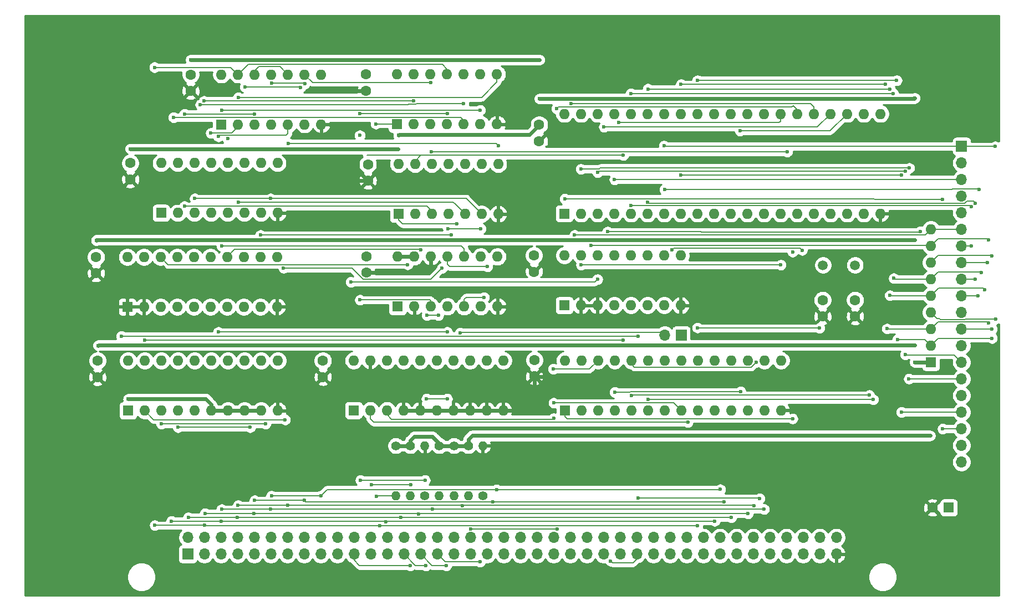
<source format=gbr>
G04 #@! TF.GenerationSoftware,KiCad,Pcbnew,5.1.5+dfsg1-2build2*
G04 #@! TF.CreationDate,2021-06-23T14:50:16-04:00*
G04 #@! TF.ProjectId,InterruptAndKeyboard,496e7465-7272-4757-9074-416e644b6579,1*
G04 #@! TF.SameCoordinates,Original*
G04 #@! TF.FileFunction,Copper,L2,Bot*
G04 #@! TF.FilePolarity,Positive*
%FSLAX46Y46*%
G04 Gerber Fmt 4.6, Leading zero omitted, Abs format (unit mm)*
G04 Created by KiCad (PCBNEW 5.1.5+dfsg1-2build2) date 2021-06-23 14:50:16*
%MOMM*%
%LPD*%
G04 APERTURE LIST*
%ADD10R,1.700000X1.700000*%
%ADD11O,1.700000X1.700000*%
%ADD12R,1.600000X1.600000*%
%ADD13C,1.600000*%
%ADD14C,1.400000*%
%ADD15O,1.400000X1.400000*%
%ADD16O,1.600000X1.600000*%
%ADD17C,1.500000*%
%ADD18C,0.600000*%
%ADD19C,0.600000*%
%ADD20C,0.127000*%
%ADD21C,0.200000*%
%ADD22C,0.254000*%
G04 APERTURE END LIST*
D10*
X25470000Y-83000000D03*
D11*
X25470000Y-80460000D03*
X28010000Y-83000000D03*
X28010000Y-80460000D03*
X30550000Y-83000000D03*
X30550000Y-80460000D03*
X33090000Y-83000000D03*
X33090000Y-80460000D03*
X35630000Y-83000000D03*
X35630000Y-80460000D03*
X38170000Y-83000000D03*
X38170000Y-80460000D03*
X40710000Y-83000000D03*
X40710000Y-80460000D03*
X43250000Y-83000000D03*
X43250000Y-80460000D03*
X45790000Y-83000000D03*
X45790000Y-80460000D03*
X48330000Y-83000000D03*
X48330000Y-80460000D03*
X50870000Y-83000000D03*
X50870000Y-80460000D03*
X53410000Y-83000000D03*
X53410000Y-80460000D03*
X55950000Y-83000000D03*
X55950000Y-80460000D03*
X58490000Y-83000000D03*
X58490000Y-80460000D03*
X61030000Y-83000000D03*
X61030000Y-80460000D03*
X63570000Y-83000000D03*
X63570000Y-80460000D03*
X66110000Y-83000000D03*
X66110000Y-80460000D03*
X68650000Y-83000000D03*
X68650000Y-80460000D03*
X71190000Y-83000000D03*
X71190000Y-80460000D03*
X73730000Y-83000000D03*
X73730000Y-80460000D03*
X76270000Y-83000000D03*
X76270000Y-80460000D03*
X78810000Y-83000000D03*
X78810000Y-80460000D03*
X81350000Y-83000000D03*
X81350000Y-80460000D03*
X83890000Y-83000000D03*
X83890000Y-80460000D03*
X86430000Y-83000000D03*
X86430000Y-80460000D03*
X88970000Y-83000000D03*
X88970000Y-80460000D03*
X91510000Y-83000000D03*
X91510000Y-80460000D03*
X94050000Y-83000000D03*
X94050000Y-80460000D03*
X96590000Y-83000000D03*
X96590000Y-80460000D03*
X99130000Y-83000000D03*
X99130000Y-80460000D03*
X101670000Y-83000000D03*
X101670000Y-80460000D03*
X104210000Y-83000000D03*
X104210000Y-80460000D03*
X106750000Y-83000000D03*
X106750000Y-80460000D03*
X109290000Y-83000000D03*
X109290000Y-80460000D03*
X111830000Y-83000000D03*
X111830000Y-80460000D03*
X114370000Y-83000000D03*
X114370000Y-80460000D03*
X116910000Y-83000000D03*
X116910000Y-80460000D03*
X119450000Y-83000000D03*
X119450000Y-80460000D03*
X121990000Y-83000000D03*
X121990000Y-80460000D03*
X124530000Y-83000000D03*
X124530000Y-80460000D03*
D12*
X141700000Y-75900000D03*
D13*
X139200000Y-75900000D03*
X52750000Y-39970000D03*
X52750000Y-37470000D03*
X25920000Y-9700000D03*
X25920000Y-12200000D03*
X16710000Y-25740000D03*
X16710000Y-23240000D03*
X11700000Y-55940000D03*
X11700000Y-53440000D03*
X11470000Y-37590000D03*
X11470000Y-40090000D03*
X52720000Y-12170000D03*
X52720000Y-9670000D03*
X52980000Y-25930000D03*
X52980000Y-23430000D03*
X79140000Y-19880000D03*
X79140000Y-17380000D03*
X78410000Y-53330000D03*
X78410000Y-55830000D03*
X78350000Y-39840000D03*
X78350000Y-37340000D03*
X46110000Y-53430000D03*
X46110000Y-55930000D03*
X127390000Y-46660000D03*
X127390000Y-44160000D03*
X122420000Y-44160000D03*
X122420000Y-46660000D03*
D10*
X143640000Y-20660000D03*
D11*
X143640000Y-23200000D03*
X143640000Y-25740000D03*
X143640000Y-28280000D03*
X143640000Y-30820000D03*
X143640000Y-33360000D03*
X143640000Y-35900000D03*
X143640000Y-38440000D03*
X143640000Y-40980000D03*
X143640000Y-43520000D03*
X143640000Y-46060000D03*
X143640000Y-48600000D03*
X143640000Y-51140000D03*
X143640000Y-53680000D03*
X143640000Y-56220000D03*
X143640000Y-58760000D03*
X143640000Y-61300000D03*
X143640000Y-63840000D03*
X143640000Y-66380000D03*
X143640000Y-68920000D03*
D10*
X100840000Y-49520000D03*
D11*
X98300000Y-49520000D03*
D14*
X57250000Y-66430000D03*
D15*
X57250000Y-74050000D03*
D14*
X59465000Y-66430000D03*
D15*
X59465000Y-74050000D03*
D14*
X61680000Y-74050000D03*
D15*
X61680000Y-66430000D03*
X63895000Y-74050000D03*
D14*
X63895000Y-66430000D03*
X66110000Y-66430000D03*
D15*
X66110000Y-74050000D03*
X68325000Y-74050000D03*
D14*
X68325000Y-66430000D03*
X70540000Y-74050000D03*
D15*
X70540000Y-66430000D03*
D16*
X138960000Y-33360000D03*
X138960000Y-35900000D03*
X138960000Y-38440000D03*
X138960000Y-40980000D03*
X138960000Y-43520000D03*
X138960000Y-46060000D03*
X138960000Y-48600000D03*
X138960000Y-51140000D03*
D12*
X138960000Y-53680000D03*
D16*
X57530000Y-37540000D03*
X72770000Y-45160000D03*
X60070000Y-37540000D03*
X70230000Y-45160000D03*
X62610000Y-37540000D03*
X67690000Y-45160000D03*
X65150000Y-37540000D03*
X65150000Y-45160000D03*
X67690000Y-37540000D03*
X62610000Y-45160000D03*
X70230000Y-37540000D03*
X60070000Y-45160000D03*
X72770000Y-37540000D03*
D12*
X57530000Y-45160000D03*
X30620000Y-17320000D03*
D16*
X45860000Y-9700000D03*
X33160000Y-17320000D03*
X43320000Y-9700000D03*
X35700000Y-17320000D03*
X40780000Y-9700000D03*
X38240000Y-17320000D03*
X38240000Y-9700000D03*
X40780000Y-17320000D03*
X35700000Y-9700000D03*
X43320000Y-17320000D03*
X33160000Y-9700000D03*
X45860000Y-17320000D03*
X30620000Y-9700000D03*
X21400000Y-23240000D03*
X39180000Y-30860000D03*
X23940000Y-23240000D03*
X36640000Y-30860000D03*
X26480000Y-23240000D03*
X34100000Y-30860000D03*
X29020000Y-23240000D03*
X31560000Y-30860000D03*
X31560000Y-23240000D03*
X29020000Y-30860000D03*
X34100000Y-23240000D03*
X26480000Y-30860000D03*
X36640000Y-23240000D03*
X23940000Y-30860000D03*
X39180000Y-23240000D03*
D12*
X21400000Y-30860000D03*
D16*
X16360000Y-53440000D03*
X39220000Y-61060000D03*
X18900000Y-53440000D03*
X36680000Y-61060000D03*
X21440000Y-53440000D03*
X34140000Y-61060000D03*
X23980000Y-53440000D03*
X31600000Y-61060000D03*
X26520000Y-53440000D03*
X29060000Y-61060000D03*
X29060000Y-53440000D03*
X26520000Y-61060000D03*
X31600000Y-53440000D03*
X23980000Y-61060000D03*
X34140000Y-53440000D03*
X21440000Y-61060000D03*
X36680000Y-53440000D03*
X18900000Y-61060000D03*
X39220000Y-53440000D03*
D12*
X16360000Y-61060000D03*
X16240000Y-45210000D03*
D16*
X39100000Y-37590000D03*
X18780000Y-45210000D03*
X36560000Y-37590000D03*
X21320000Y-45210000D03*
X34020000Y-37590000D03*
X23860000Y-45210000D03*
X31480000Y-37590000D03*
X26400000Y-45210000D03*
X28940000Y-37590000D03*
X28940000Y-45210000D03*
X26400000Y-37590000D03*
X31480000Y-45210000D03*
X23860000Y-37590000D03*
X34020000Y-45210000D03*
X21320000Y-37590000D03*
X36560000Y-45210000D03*
X18780000Y-37590000D03*
X39100000Y-45210000D03*
X16240000Y-37590000D03*
X57460000Y-9660000D03*
X72700000Y-17280000D03*
X60000000Y-9660000D03*
X70160000Y-17280000D03*
X62540000Y-9660000D03*
X67620000Y-17280000D03*
X65080000Y-9660000D03*
X65080000Y-17280000D03*
X67620000Y-9660000D03*
X62540000Y-17280000D03*
X70160000Y-9660000D03*
X60000000Y-17280000D03*
X72700000Y-9660000D03*
D12*
X57460000Y-17280000D03*
X57640000Y-31010000D03*
D16*
X72880000Y-23390000D03*
X60180000Y-31010000D03*
X70340000Y-23390000D03*
X62720000Y-31010000D03*
X67800000Y-23390000D03*
X65260000Y-31010000D03*
X65260000Y-23390000D03*
X67800000Y-31010000D03*
X62720000Y-23390000D03*
X70340000Y-31010000D03*
X60180000Y-23390000D03*
X72880000Y-31010000D03*
X57640000Y-23390000D03*
D12*
X82970000Y-30950000D03*
D16*
X131230000Y-15710000D03*
X85510000Y-30950000D03*
X128690000Y-15710000D03*
X88050000Y-30950000D03*
X126150000Y-15710000D03*
X90590000Y-30950000D03*
X123610000Y-15710000D03*
X93130000Y-30950000D03*
X121070000Y-15710000D03*
X95670000Y-30950000D03*
X118530000Y-15710000D03*
X98210000Y-30950000D03*
X115990000Y-15710000D03*
X100750000Y-30950000D03*
X113450000Y-15710000D03*
X103290000Y-30950000D03*
X110910000Y-15710000D03*
X105830000Y-30950000D03*
X108370000Y-15710000D03*
X108370000Y-30950000D03*
X105830000Y-15710000D03*
X110910000Y-30950000D03*
X103290000Y-15710000D03*
X113450000Y-30950000D03*
X100750000Y-15710000D03*
X115990000Y-30950000D03*
X98210000Y-15710000D03*
X118530000Y-30950000D03*
X95670000Y-15710000D03*
X121070000Y-30950000D03*
X93130000Y-15710000D03*
X123610000Y-30950000D03*
X90590000Y-15710000D03*
X126150000Y-30950000D03*
X88050000Y-15710000D03*
X128690000Y-30950000D03*
X85510000Y-15710000D03*
X131230000Y-30950000D03*
X82970000Y-15710000D03*
D12*
X83050000Y-61020000D03*
D16*
X116070000Y-53400000D03*
X85590000Y-61020000D03*
X113530000Y-53400000D03*
X88130000Y-61020000D03*
X110990000Y-53400000D03*
X90670000Y-61020000D03*
X108450000Y-53400000D03*
X93210000Y-61020000D03*
X105910000Y-53400000D03*
X95750000Y-61020000D03*
X103370000Y-53400000D03*
X98290000Y-61020000D03*
X100830000Y-53400000D03*
X100830000Y-61020000D03*
X98290000Y-53400000D03*
X103370000Y-61020000D03*
X95750000Y-53400000D03*
X105910000Y-61020000D03*
X93210000Y-53400000D03*
X108450000Y-61020000D03*
X90670000Y-53400000D03*
X110990000Y-61020000D03*
X88130000Y-53400000D03*
X113530000Y-61020000D03*
X85590000Y-53400000D03*
X116070000Y-61020000D03*
X83050000Y-53400000D03*
D12*
X82980000Y-44970000D03*
D16*
X100760000Y-37350000D03*
X85520000Y-44970000D03*
X98220000Y-37350000D03*
X88060000Y-44970000D03*
X95680000Y-37350000D03*
X90600000Y-44970000D03*
X93140000Y-37350000D03*
X93140000Y-44970000D03*
X90600000Y-37350000D03*
X95680000Y-44970000D03*
X88060000Y-37350000D03*
X98220000Y-44970000D03*
X85520000Y-37350000D03*
X100760000Y-44970000D03*
X82980000Y-37350000D03*
X50800000Y-53400000D03*
X73660000Y-61020000D03*
X53340000Y-53400000D03*
X71120000Y-61020000D03*
X55880000Y-53400000D03*
X68580000Y-61020000D03*
X58420000Y-53400000D03*
X66040000Y-61020000D03*
X60960000Y-53400000D03*
X63500000Y-61020000D03*
X63500000Y-53400000D03*
X60960000Y-61020000D03*
X66040000Y-53400000D03*
X58420000Y-61020000D03*
X68580000Y-53400000D03*
X55880000Y-61020000D03*
X71120000Y-53400000D03*
X53340000Y-61020000D03*
X73660000Y-53400000D03*
D12*
X50800000Y-61020000D03*
D17*
X127370000Y-38840000D03*
X122470000Y-38840000D03*
D18*
X138850000Y-64900000D03*
X16350000Y-51050000D03*
X11800000Y-51100000D03*
X82950000Y-51050000D03*
X78500000Y-51050000D03*
X50750000Y-51050000D03*
X46150000Y-51050000D03*
X136500000Y-51050000D03*
X83000000Y-35000000D03*
X78350000Y-35000000D03*
X136500000Y-35000000D03*
X11500000Y-35050000D03*
X16250000Y-35000000D03*
X52750000Y-35000000D03*
X57550000Y-35000000D03*
X25950000Y-7450000D03*
X79200000Y-13400000D03*
X136500000Y-13300000D03*
X79200000Y-7450000D03*
X52700000Y-7450000D03*
X57500000Y-7450000D03*
X30600000Y-7450000D03*
X16700000Y-21050000D03*
X57600000Y-21050000D03*
X52950000Y-21050000D03*
X21350000Y-21050000D03*
X136500000Y-53650000D03*
X31500000Y-35000000D03*
X16400000Y-59300000D03*
X36550000Y-21050000D03*
X57650000Y-19000000D03*
X95800000Y-51050000D03*
X82950000Y-13400000D03*
X105800000Y-13400000D03*
X60050000Y-39950000D03*
X45850000Y-25950000D03*
X45850000Y-12150000D03*
X85550000Y-55850000D03*
X98450000Y-66750000D03*
X20440000Y-78590000D03*
X28010000Y-78580000D03*
X103350000Y-78650000D03*
X54800000Y-78650000D03*
X30150000Y-49050000D03*
X65100000Y-49050000D03*
X23000000Y-77950000D03*
X30550000Y-77950000D03*
X105950000Y-77950000D03*
X55750000Y-78050000D03*
X30650000Y-35900000D03*
X25550000Y-77400000D03*
X33050000Y-77400000D03*
X108500000Y-77400000D03*
X58000000Y-77400000D03*
X28100000Y-76800000D03*
X35600000Y-76800000D03*
X111050000Y-76800000D03*
X60750000Y-76873000D03*
X30650000Y-76150000D03*
X113500000Y-76150000D03*
X38150000Y-76150000D03*
X62850000Y-76150000D03*
X33150000Y-75550000D03*
X40750000Y-75550000D03*
X111950000Y-75600000D03*
X67400000Y-75623000D03*
X35700000Y-74800000D03*
X43250000Y-74800000D03*
X107399999Y-75023000D03*
X72100000Y-75000000D03*
X38250000Y-74100000D03*
X45800000Y-74100000D03*
X106800000Y-73100000D03*
X72622999Y-73122999D03*
X59450000Y-84750000D03*
X61700000Y-71700000D03*
X51850000Y-71700000D03*
X51785999Y-44150000D03*
X54325999Y-74200000D03*
X54200000Y-17250000D03*
X59500000Y-72400000D03*
X53550000Y-72400000D03*
X51750000Y-19000000D03*
X51750000Y-15700000D03*
X65100000Y-15700000D03*
X61850000Y-84750000D03*
X65100000Y-59250000D03*
X61945999Y-59250000D03*
X63750000Y-46500000D03*
X61987001Y-46487001D03*
X64950000Y-84750000D03*
X66600000Y-32500000D03*
X67067001Y-49173000D03*
X70100000Y-84200000D03*
X71250000Y-39050000D03*
X68650000Y-79177000D03*
X81923000Y-79177000D03*
X92000000Y-22050000D03*
X18900000Y-50300000D03*
X92000000Y-50300000D03*
X90050000Y-84050000D03*
X94250000Y-74450000D03*
X112800000Y-74500000D03*
X15350000Y-49700000D03*
X94237001Y-49737001D03*
X62700000Y-21500000D03*
X117050000Y-21500000D03*
X121950000Y-48450000D03*
X103300000Y-48400000D03*
X148827000Y-47050000D03*
X148800000Y-20700000D03*
X98200000Y-20600000D03*
X90650000Y-25750000D03*
X84550000Y-34250000D03*
X145100000Y-35900000D03*
X145100000Y-29850000D03*
X93150000Y-29750000D03*
X147750000Y-35000000D03*
X87050000Y-35800000D03*
X147560000Y-38440000D03*
X145750000Y-40950000D03*
X145750000Y-29350000D03*
X95700000Y-29215999D03*
X146145999Y-43500000D03*
X146300000Y-27300000D03*
X98300000Y-27250000D03*
X146700000Y-39950000D03*
X133300000Y-40850000D03*
X133200000Y-12600000D03*
X93150000Y-12600000D03*
X148300000Y-48600000D03*
X148300000Y-37450000D03*
X89600000Y-33723000D03*
X137350000Y-33700000D03*
X147200000Y-42600000D03*
X132700000Y-43450000D03*
X132700000Y-11900000D03*
X95750000Y-11900000D03*
X88050000Y-24650000D03*
X135050000Y-24500000D03*
X135050000Y-52500000D03*
X85500000Y-24150000D03*
X135650000Y-24000000D03*
X135600000Y-56200000D03*
X147750000Y-47650000D03*
X132250000Y-48550000D03*
X132000000Y-11200000D03*
X100800000Y-11200000D03*
X100750000Y-25100000D03*
X134450000Y-25100000D03*
X134450000Y-61300000D03*
X140750000Y-63850000D03*
X140750000Y-28830001D03*
X83050000Y-28700000D03*
X148300000Y-50000000D03*
X103300000Y-10600000D03*
X133750000Y-10600000D03*
X133850000Y-50200000D03*
X101850000Y-62827000D03*
X70730001Y-43750000D03*
X65250000Y-33250000D03*
X70230000Y-33280000D03*
X31560000Y-19510000D03*
X70150000Y-15150000D03*
X30650000Y-15150000D03*
X29000000Y-18650000D03*
X33200000Y-13200000D03*
X62550000Y-10900000D03*
X34200000Y-11600000D03*
X42700000Y-11650000D03*
X35700000Y-15723000D03*
X24977000Y-15723000D03*
X24967001Y-29832999D03*
X38100000Y-28650000D03*
X26550000Y-28650000D03*
X38250000Y-11000000D03*
X43350000Y-11100000D03*
X72950000Y-20600000D03*
X30150000Y-19177000D03*
X40800000Y-20250000D03*
X20400000Y-8600000D03*
X37350000Y-63100000D03*
X21450000Y-63100000D03*
X35000000Y-63627000D03*
X24000000Y-63627000D03*
X40350000Y-62450000D03*
X64300000Y-39300000D03*
X40100000Y-39277000D03*
X65700000Y-34250000D03*
X36600000Y-34250000D03*
X33200000Y-29200000D03*
X61100000Y-36500000D03*
X60000000Y-13727000D03*
X27950000Y-13750000D03*
X67600000Y-14150000D03*
X27400000Y-14300000D03*
X23300000Y-16250000D03*
X59050000Y-38750000D03*
X95750000Y-59373000D03*
X130173000Y-59373000D03*
X129550000Y-58700000D03*
X93250000Y-58750000D03*
X90700000Y-58250000D03*
X109900000Y-58173000D03*
X109800000Y-18300000D03*
X89035999Y-17700000D03*
X84050000Y-14150000D03*
X81800000Y-14900000D03*
X81300000Y-54700000D03*
X91300000Y-17050000D03*
X112250000Y-53700000D03*
X117850000Y-36800000D03*
X117850000Y-62300000D03*
X119300000Y-36550000D03*
X99400000Y-36500000D03*
X116050000Y-38800000D03*
X85550000Y-38800000D03*
X81350000Y-62250000D03*
X81350000Y-59900000D03*
X88050000Y-41000000D03*
X50400000Y-41400000D03*
D19*
X57250000Y-66430000D02*
X59465000Y-66430000D01*
X59465000Y-66430000D02*
X59465000Y-65635000D01*
X59465000Y-65635000D02*
X60050000Y-65050000D01*
X60050000Y-65050000D02*
X62850000Y-65050000D01*
X63895000Y-66095000D02*
X63895000Y-66430000D01*
X62850000Y-65050000D02*
X63895000Y-66095000D01*
X63895000Y-66430000D02*
X68325000Y-66430000D01*
X68325000Y-66430000D02*
X68325000Y-65475000D01*
X68325000Y-65475000D02*
X68900000Y-64900000D01*
X68900000Y-64900000D02*
X138850000Y-64900000D01*
X11850000Y-51050000D02*
X11800000Y-51100000D01*
X16350000Y-51050000D02*
X11850000Y-51050000D01*
X138960000Y-53510000D02*
X138960000Y-53680000D01*
X78500000Y-51050000D02*
X82950000Y-51050000D01*
X50750000Y-51050000D02*
X78500000Y-51050000D01*
X46150000Y-51050000D02*
X50750000Y-51050000D01*
X16350000Y-51050000D02*
X46150000Y-51050000D01*
X83000000Y-35000000D02*
X78350000Y-35000000D01*
X83000000Y-35000000D02*
X136500000Y-35000000D01*
X11550000Y-35000000D02*
X11500000Y-35050000D01*
X16250000Y-35000000D02*
X11550000Y-35000000D01*
X57550000Y-35000000D02*
X52750000Y-35000000D01*
X78350000Y-35000000D02*
X57550000Y-35000000D01*
X136400000Y-13400000D02*
X136500000Y-13300000D01*
X57500000Y-7450000D02*
X79200000Y-7450000D01*
X52700000Y-7450000D02*
X57500000Y-7450000D01*
X30600000Y-7450000D02*
X52700000Y-7450000D01*
X25950000Y-7450000D02*
X30600000Y-7450000D01*
X57600000Y-23350000D02*
X57640000Y-23390000D01*
X52950000Y-21050000D02*
X57600000Y-21050000D01*
X16700000Y-21050000D02*
X21350000Y-21050000D01*
X136530000Y-53680000D02*
X136500000Y-53650000D01*
X138960000Y-53680000D02*
X136530000Y-53680000D01*
X31500000Y-35000000D02*
X16250000Y-35000000D01*
X52750000Y-35000000D02*
X31500000Y-35000000D01*
X60070000Y-37540000D02*
X57530000Y-37540000D01*
X36680000Y-61060000D02*
X29060000Y-61060000D01*
X29060000Y-61060000D02*
X29060000Y-60110000D01*
X28250000Y-59300000D02*
X16400000Y-59300000D01*
X29060000Y-60110000D02*
X28250000Y-59300000D01*
X36550000Y-21050000D02*
X52950000Y-21050000D01*
X21350000Y-21050000D02*
X36550000Y-21050000D01*
X79140000Y-17460000D02*
X79140000Y-17380000D01*
X77700000Y-18900000D02*
X79140000Y-17460000D01*
X57750000Y-18900000D02*
X77700000Y-18900000D01*
X57650000Y-19000000D02*
X57750000Y-18900000D01*
X95800000Y-51050000D02*
X136500000Y-51050000D01*
X82950000Y-51050000D02*
X95800000Y-51050000D01*
X79200000Y-13400000D02*
X82950000Y-13400000D01*
X105800000Y-13400000D02*
X136400000Y-13400000D01*
X82950000Y-13400000D02*
X105800000Y-13400000D01*
X60030000Y-39970000D02*
X60050000Y-39950000D01*
X52750000Y-39970000D02*
X60030000Y-39970000D01*
X60050000Y-39950000D02*
X62050000Y-39950000D01*
X62610000Y-39390000D02*
X62610000Y-37540000D01*
X62050000Y-39950000D02*
X62610000Y-39390000D01*
X52960000Y-25950000D02*
X52980000Y-25930000D01*
X45850000Y-25950000D02*
X52960000Y-25950000D01*
X45870000Y-12170000D02*
X45850000Y-12150000D01*
X52720000Y-12170000D02*
X45870000Y-12170000D01*
X78430000Y-55850000D02*
X78410000Y-55830000D01*
X85550000Y-55850000D02*
X78430000Y-55850000D01*
X58420000Y-61020000D02*
X60960000Y-61020000D01*
X60960000Y-61020000D02*
X63500000Y-61020000D01*
X63500000Y-61020000D02*
X66040000Y-61020000D01*
X66040000Y-61020000D02*
X68580000Y-61020000D01*
X68580000Y-61020000D02*
X71120000Y-61020000D01*
X71120000Y-61020000D02*
X73660000Y-61020000D01*
X73660000Y-61020000D02*
X78380000Y-61020000D01*
X78410000Y-60990000D02*
X78410000Y-55830000D01*
X78380000Y-61020000D02*
X78410000Y-60990000D01*
D20*
X28000000Y-78590000D02*
X28010000Y-78580000D01*
D21*
X20440000Y-78590000D02*
X28000000Y-78590000D01*
D20*
X28080000Y-78650000D02*
X28010000Y-78580000D01*
D21*
X54800000Y-78650000D02*
X28080000Y-78650000D01*
X103350000Y-78650000D02*
X54800000Y-78650000D01*
X30150000Y-49050000D02*
X65100000Y-49050000D01*
X23000000Y-77950000D02*
X30550000Y-77950000D01*
X30550000Y-77950000D02*
X105950000Y-77950000D01*
X30650000Y-35900000D02*
X37900000Y-35900000D01*
X37900000Y-35900000D02*
X38000000Y-35900000D01*
X67700000Y-37530000D02*
X67690000Y-37540000D01*
X67700000Y-36350000D02*
X67700000Y-37530000D01*
X67250000Y-35900000D02*
X67700000Y-36350000D01*
X37900000Y-35900000D02*
X67250000Y-35900000D01*
X25550000Y-77400000D02*
X33050000Y-77400000D01*
X58000000Y-77400000D02*
X108500000Y-77400000D01*
X33050000Y-77400000D02*
X58000000Y-77400000D01*
X28100000Y-76800000D02*
X35600000Y-76800000D01*
X35600000Y-76800000D02*
X111050000Y-76800000D01*
X38150000Y-76150000D02*
X38250000Y-76150000D01*
X30650000Y-76150000D02*
X38150000Y-76150000D01*
X62850000Y-76150000D02*
X113500000Y-76150000D01*
X38250000Y-76150000D02*
X62850000Y-76150000D01*
X33150000Y-75550000D02*
X40750000Y-75550000D01*
D20*
X111900000Y-75550000D02*
X111950000Y-75600000D01*
D21*
X40750000Y-75550000D02*
X111900000Y-75550000D01*
X35700000Y-74800000D02*
X43250000Y-74800000D01*
X81473000Y-75023000D02*
X107399999Y-75023000D01*
X81450000Y-75000000D02*
X81473000Y-75023000D01*
X43427001Y-74977001D02*
X67877001Y-74977001D01*
X67877001Y-74977001D02*
X67900000Y-75000000D01*
X43250000Y-74800000D02*
X43427001Y-74977001D01*
X67900000Y-75000000D02*
X69550000Y-75000000D01*
X69550000Y-75000000D02*
X71450000Y-75000000D01*
X72100000Y-75000000D02*
X81450000Y-75000000D01*
X71450000Y-75000000D02*
X72100000Y-75000000D01*
X38250000Y-74100000D02*
X45800000Y-74100000D01*
X46777001Y-73122999D02*
X56805039Y-73122999D01*
X45800000Y-74100000D02*
X46777001Y-73122999D01*
X106777001Y-73122999D02*
X106800000Y-73100000D01*
X72622999Y-73122999D02*
X106777001Y-73122999D01*
X56805039Y-73122999D02*
X72622999Y-73122999D01*
X50870000Y-83920000D02*
X50870000Y-83000000D01*
X51700000Y-84750000D02*
X50870000Y-83920000D01*
X59450000Y-84750000D02*
X51700000Y-84750000D01*
X61700000Y-71700000D02*
X51850000Y-71700000D01*
X62610000Y-45160000D02*
X62610000Y-44310000D01*
X51803000Y-44132999D02*
X51785999Y-44150000D01*
X62432999Y-44132999D02*
X51803000Y-44132999D01*
X62610000Y-44310000D02*
X62432999Y-44132999D01*
X54475999Y-74050000D02*
X54325999Y-74200000D01*
X57250000Y-74050000D02*
X54475999Y-74050000D01*
X57430000Y-17250000D02*
X57460000Y-17280000D01*
X54200000Y-17250000D02*
X57430000Y-17250000D01*
X59500000Y-72400000D02*
X53550000Y-72400000D01*
X51550000Y-19000000D02*
X51750000Y-19000000D01*
X51750000Y-15700000D02*
X65100000Y-15700000D01*
X60240000Y-84750000D02*
X60350000Y-84750000D01*
X58490000Y-83000000D02*
X60240000Y-84750000D01*
X61850000Y-84750000D02*
X60350000Y-84750000D01*
X65100000Y-59250000D02*
X61945999Y-59250000D01*
X62000000Y-46500000D02*
X61987001Y-46487001D01*
X63750000Y-46500000D02*
X62000000Y-46500000D01*
X62780000Y-84750000D02*
X61030000Y-83000000D01*
X64950000Y-84750000D02*
X62780000Y-84750000D01*
X66600000Y-32500000D02*
X58250000Y-32500000D01*
X57640000Y-31890000D02*
X57640000Y-31010000D01*
X58250000Y-32500000D02*
X57640000Y-31890000D01*
X98300000Y-49520000D02*
X97880000Y-49100000D01*
X67140001Y-49100000D02*
X67067001Y-49173000D01*
X97880000Y-49100000D02*
X67140001Y-49100000D01*
X64770000Y-84200000D02*
X63570000Y-83000000D01*
X70100000Y-84200000D02*
X64770000Y-84200000D01*
X65150000Y-38700000D02*
X65150000Y-37540000D01*
X65500000Y-39050000D02*
X65150000Y-38700000D01*
X71250000Y-39050000D02*
X65500000Y-39050000D01*
X68650000Y-79177000D02*
X81923000Y-79177000D01*
X92000000Y-22050000D02*
X61100000Y-22050000D01*
X60180000Y-22970000D02*
X60180000Y-23390000D01*
X61100000Y-22050000D02*
X60180000Y-22970000D01*
X61100000Y-22050000D02*
X52840038Y-22050000D01*
X18900000Y-50300000D02*
X92000000Y-50300000D01*
X90349999Y-84349999D02*
X93450001Y-84349999D01*
X90050000Y-84050000D02*
X90349999Y-84349999D01*
X94050000Y-83750000D02*
X94050000Y-83000000D01*
X93450001Y-84349999D02*
X94050000Y-83750000D01*
X112750000Y-74450000D02*
X112800000Y-74500000D01*
X94250000Y-74450000D02*
X112750000Y-74450000D01*
X94200000Y-49700000D02*
X94237001Y-49737001D01*
X15350000Y-49700000D02*
X94200000Y-49700000D01*
X62700000Y-21500000D02*
X77900000Y-21500000D01*
X77900000Y-21500000D02*
X117050000Y-21500000D01*
X103350000Y-48450000D02*
X103300000Y-48400000D01*
X121950000Y-48450000D02*
X103350000Y-48450000D01*
X138960000Y-46060000D02*
X139900000Y-47000000D01*
X139900000Y-47000000D02*
X140300000Y-47000000D01*
X144156961Y-47137001D02*
X144243962Y-47050000D01*
X140437001Y-47137001D02*
X144156961Y-47137001D01*
X144243962Y-47050000D02*
X148827000Y-47050000D01*
X140300000Y-47000000D02*
X140437001Y-47137001D01*
X143680000Y-20700000D02*
X143640000Y-20660000D01*
X148800000Y-20700000D02*
X143680000Y-20700000D01*
X98260000Y-20660000D02*
X98200000Y-20600000D01*
X143640000Y-20660000D02*
X98260000Y-20660000D01*
X90660000Y-25740000D02*
X90650000Y-25750000D01*
X143640000Y-25740000D02*
X90660000Y-25740000D01*
X143640000Y-33360000D02*
X138960000Y-33360000D01*
X138070000Y-34250000D02*
X138960000Y-33360000D01*
X84550000Y-34250000D02*
X138070000Y-34250000D01*
X143640000Y-35900000D02*
X145100000Y-35900000D01*
X93130000Y-30720000D02*
X93130000Y-30950000D01*
X144992999Y-29742999D02*
X94107001Y-29742999D01*
X145100000Y-29850000D02*
X144992999Y-29742999D01*
X93157001Y-29742999D02*
X93150000Y-29750000D01*
X94107001Y-29742999D02*
X93157001Y-29742999D01*
X140037001Y-34822999D02*
X138960000Y-35900000D01*
X147572999Y-34822999D02*
X140037001Y-34822999D01*
X147750000Y-35000000D02*
X147572999Y-34822999D01*
X138860000Y-35800000D02*
X138960000Y-35900000D01*
X87050000Y-35800000D02*
X138860000Y-35800000D01*
X143640000Y-38440000D02*
X147560000Y-38440000D01*
X145720000Y-40980000D02*
X145750000Y-40950000D01*
X143640000Y-40980000D02*
X145720000Y-40980000D01*
X144156961Y-29357001D02*
X96007001Y-29357001D01*
X144463961Y-29050001D02*
X144156961Y-29357001D01*
X145450001Y-29050001D02*
X144463961Y-29050001D01*
X145750000Y-29350000D02*
X145450001Y-29050001D01*
X95841002Y-29357001D02*
X95700000Y-29215999D01*
X96007001Y-29357001D02*
X95841002Y-29357001D01*
X146125999Y-43520000D02*
X146145999Y-43500000D01*
X143640000Y-43520000D02*
X146125999Y-43520000D01*
X146202999Y-27202999D02*
X142202999Y-27202999D01*
X146300000Y-27300000D02*
X146202999Y-27202999D01*
X142202999Y-27202999D02*
X142155998Y-27250000D01*
X142155998Y-27250000D02*
X98300000Y-27250000D01*
X140037001Y-39902999D02*
X138960000Y-40980000D01*
X146652999Y-39902999D02*
X140037001Y-39902999D01*
X146700000Y-39950000D02*
X146652999Y-39902999D01*
X133430000Y-40980000D02*
X133300000Y-40850000D01*
X138960000Y-40980000D02*
X133430000Y-40980000D01*
X133200000Y-12600000D02*
X93150000Y-12600000D01*
X143640000Y-48600000D02*
X148300000Y-48600000D01*
X148300000Y-37450000D02*
X148150000Y-37450000D01*
X148150000Y-37450000D02*
X148000000Y-37300000D01*
X140100000Y-37300000D02*
X138960000Y-38440000D01*
X148000000Y-37300000D02*
X140100000Y-37300000D01*
X89600000Y-33723000D02*
X103877000Y-33723000D01*
X103877000Y-33723000D02*
X103904000Y-33750000D01*
X137300000Y-33750000D02*
X137350000Y-33700000D01*
X103904000Y-33750000D02*
X137300000Y-33750000D01*
X140179999Y-42300001D02*
X138960000Y-43520000D01*
X146900001Y-42300001D02*
X140179999Y-42300001D01*
X147200000Y-42600000D02*
X146900001Y-42300001D01*
X132770000Y-43520000D02*
X132700000Y-43450000D01*
X138960000Y-43520000D02*
X132770000Y-43520000D01*
X132700000Y-11900000D02*
X95750000Y-11900000D01*
X88050000Y-24650000D02*
X88200000Y-24500000D01*
X88200000Y-24500000D02*
X135050000Y-24500000D01*
X143640000Y-53680000D02*
X142510000Y-52550000D01*
X135100000Y-52550000D02*
X135050000Y-52500000D01*
X142510000Y-52550000D02*
X135100000Y-52550000D01*
X85527001Y-24122999D02*
X88302961Y-24122999D01*
X85500000Y-24150000D02*
X85527001Y-24122999D01*
X135622999Y-23972999D02*
X135650000Y-24000000D01*
X88452961Y-23972999D02*
X135622999Y-23972999D01*
X88302961Y-24122999D02*
X88452961Y-23972999D01*
X143620000Y-56200000D02*
X143640000Y-56220000D01*
X135600000Y-56200000D02*
X143620000Y-56200000D01*
X147622999Y-47522999D02*
X147750000Y-47650000D01*
X140037001Y-47522999D02*
X147622999Y-47522999D01*
X138960000Y-48600000D02*
X140037001Y-47522999D01*
X132300000Y-48600000D02*
X132250000Y-48550000D01*
X138960000Y-48600000D02*
X132300000Y-48600000D01*
X132000000Y-11200000D02*
X100800000Y-11200000D01*
X100750000Y-25100000D02*
X134450000Y-25100000D01*
X134450000Y-61300000D02*
X143640000Y-61300000D01*
X140760000Y-63840000D02*
X140750000Y-63850000D01*
X143640000Y-63840000D02*
X140760000Y-63840000D01*
X140750000Y-28830001D02*
X130419999Y-28830001D01*
X83061002Y-28688998D02*
X83050000Y-28700000D01*
X130278996Y-28688998D02*
X83061002Y-28688998D01*
X130419999Y-28830001D02*
X130278996Y-28688998D01*
X140100000Y-50000000D02*
X138960000Y-51140000D01*
X148300000Y-50000000D02*
X140100000Y-50000000D01*
X103300000Y-10600000D02*
X110800000Y-10600000D01*
X110800000Y-10600000D02*
X115850000Y-10600000D01*
X115850000Y-10600000D02*
X133750000Y-10600000D01*
X138020000Y-50200000D02*
X138960000Y-51140000D01*
X133850000Y-50200000D02*
X138020000Y-50200000D01*
X101850000Y-62827000D02*
X53827000Y-62827000D01*
X53340000Y-62340000D02*
X53340000Y-61020000D01*
X53827000Y-62827000D02*
X53340000Y-62340000D01*
X70730001Y-43750000D02*
X68000000Y-43750000D01*
X67690000Y-44060000D02*
X67690000Y-45160000D01*
X68000000Y-43750000D02*
X67690000Y-44060000D01*
X70200000Y-33250000D02*
X70230000Y-33280000D01*
X65250000Y-33250000D02*
X70200000Y-33250000D01*
X31577001Y-19527001D02*
X31560000Y-19510000D01*
X70150000Y-15150000D02*
X30650000Y-15150000D01*
X29000000Y-18650000D02*
X32200000Y-18650000D01*
X33160000Y-17690000D02*
X33160000Y-17320000D01*
X32200000Y-18650000D02*
X33160000Y-17690000D01*
X72700000Y-9660000D02*
X72700000Y-10850000D01*
X70350000Y-13200000D02*
X33200000Y-13200000D01*
X72700000Y-10850000D02*
X70350000Y-13200000D01*
X44520000Y-10900000D02*
X43320000Y-9700000D01*
X62550000Y-10900000D02*
X44520000Y-10900000D01*
X42650000Y-11600000D02*
X42700000Y-11650000D01*
X34200000Y-11600000D02*
X42650000Y-11600000D01*
X35700000Y-15723000D02*
X24977000Y-15723000D01*
X62720000Y-31010000D02*
X62720000Y-30570000D01*
X61982999Y-29832999D02*
X24967001Y-29832999D01*
X62720000Y-30570000D02*
X61982999Y-29832999D01*
X35700000Y-9700000D02*
X35700000Y-9150000D01*
X35700000Y-9150000D02*
X36372990Y-8477010D01*
X39557010Y-8477010D02*
X40780000Y-9700000D01*
X36372990Y-8477010D02*
X39557010Y-8477010D01*
X70340000Y-31010000D02*
X67980000Y-28650000D01*
X67980000Y-28650000D02*
X38100000Y-28650000D01*
X38100000Y-28650000D02*
X26550000Y-28650000D01*
X43250000Y-11000000D02*
X43350000Y-11100000D01*
X38250000Y-11000000D02*
X43250000Y-11000000D01*
X72872990Y-20522990D02*
X72950000Y-20600000D01*
X30344001Y-18982999D02*
X40517001Y-18982999D01*
X30150000Y-19177000D02*
X30344001Y-18982999D01*
X40780000Y-18720000D02*
X40780000Y-17320000D01*
X40517001Y-18982999D02*
X40780000Y-18720000D01*
X72600000Y-20250000D02*
X40800000Y-20250000D01*
X72950000Y-20600000D02*
X72600000Y-20250000D01*
X32060000Y-8600000D02*
X33160000Y-9700000D01*
X20400000Y-8600000D02*
X32060000Y-8600000D01*
X65080000Y-9660000D02*
X65080000Y-8880000D01*
X65080000Y-8880000D02*
X64350000Y-8150000D01*
X34710000Y-8150000D02*
X33160000Y-9700000D01*
X64350000Y-8150000D02*
X34710000Y-8150000D01*
X37350000Y-63100000D02*
X21450000Y-63100000D01*
X35000000Y-63627000D02*
X24000000Y-63627000D01*
X20290000Y-62450000D02*
X18900000Y-61060000D01*
X40350000Y-62450000D02*
X20290000Y-62450000D01*
X50537038Y-39277000D02*
X40100000Y-39277000D01*
X52257039Y-40997001D02*
X50537038Y-39277000D01*
X62602999Y-40997001D02*
X52257039Y-40997001D01*
X64300000Y-39300000D02*
X62602999Y-40997001D01*
X65700000Y-34250000D02*
X36600000Y-34250000D01*
X67800000Y-31010000D02*
X66295989Y-29505989D01*
X66295989Y-29505989D02*
X66295989Y-29495989D01*
X66000000Y-29200000D02*
X33200000Y-29200000D01*
X66295989Y-29495989D02*
X66000000Y-29200000D01*
X61042999Y-36442999D02*
X61100000Y-36500000D01*
X32627001Y-36442999D02*
X61042999Y-36442999D01*
X31480000Y-37590000D02*
X32627001Y-36442999D01*
X27973000Y-13727000D02*
X27950000Y-13750000D01*
X60000000Y-13727000D02*
X27973000Y-13727000D01*
X67600000Y-14150000D02*
X60400000Y-14150000D01*
X60295999Y-14254001D02*
X59154001Y-14254001D01*
X60400000Y-14150000D02*
X60295999Y-14254001D01*
X27422999Y-14277001D02*
X27400000Y-14300000D01*
X59131001Y-14277001D02*
X27422999Y-14277001D01*
X59154001Y-14254001D02*
X59131001Y-14277001D01*
X67620000Y-17280000D02*
X67620000Y-16720000D01*
X67150000Y-16250000D02*
X23300000Y-16250000D01*
X67620000Y-16720000D02*
X67150000Y-16250000D01*
X22480000Y-38750000D02*
X21320000Y-37590000D01*
X59050000Y-38750000D02*
X22480000Y-38750000D01*
X95750000Y-59373000D02*
X130173000Y-59373000D01*
X93300000Y-58700000D02*
X93250000Y-58750000D01*
X129550000Y-58700000D02*
X93300000Y-58700000D01*
X90700000Y-58250000D02*
X93022999Y-58250000D01*
X93022999Y-58250000D02*
X93072999Y-58200000D01*
X109873000Y-58200000D02*
X109900000Y-58173000D01*
X93072999Y-58200000D02*
X109873000Y-58200000D01*
X123560000Y-18300000D02*
X126150000Y-15710000D01*
X109800000Y-18300000D02*
X123560000Y-18300000D01*
X121620000Y-17700000D02*
X123610000Y-15710000D01*
X88850000Y-17700000D02*
X121620000Y-17700000D01*
X121070000Y-14580000D02*
X121070000Y-15710000D01*
X121030000Y-14580000D02*
X120600000Y-14150000D01*
X121070000Y-14580000D02*
X121030000Y-14580000D01*
X84050000Y-14150000D02*
X120600000Y-14150000D01*
X118530000Y-15710000D02*
X118530000Y-15080000D01*
X118530000Y-15080000D02*
X117927010Y-14477010D01*
X82022999Y-14677001D02*
X81800000Y-14900000D01*
X117727019Y-14677001D02*
X82022999Y-14677001D01*
X117927010Y-14477010D02*
X117727019Y-14677001D01*
X86830000Y-54700000D02*
X88130000Y-53400000D01*
X81300000Y-54700000D02*
X86830000Y-54700000D01*
X91300000Y-17050000D02*
X115750000Y-17050000D01*
X115990000Y-16810000D02*
X115990000Y-15710000D01*
X115750000Y-17050000D02*
X115990000Y-16810000D01*
X93210000Y-53400000D02*
X93210000Y-53960000D01*
X93677001Y-54427001D02*
X111522999Y-54427001D01*
X111522999Y-54427001D02*
X112250000Y-53700000D01*
X93210000Y-53960000D02*
X93677001Y-54427001D01*
X83050000Y-61950000D02*
X83050000Y-61020000D01*
X83400000Y-62300000D02*
X83050000Y-61950000D01*
X117850000Y-62300000D02*
X83400000Y-62300000D01*
X99649999Y-36250001D02*
X99400000Y-36500000D01*
X119000001Y-36250001D02*
X99649999Y-36250001D01*
X119300000Y-36550000D02*
X119000001Y-36250001D01*
X116050000Y-38800000D02*
X85550000Y-38800000D01*
X55880000Y-61020000D02*
X55880000Y-61680000D01*
X55880000Y-61680000D02*
X56600000Y-62400000D01*
X81200000Y-62400000D02*
X81350000Y-62250000D01*
X56600000Y-62400000D02*
X81200000Y-62400000D01*
X99710000Y-59900000D02*
X100830000Y-61020000D01*
X81350000Y-59900000D02*
X99710000Y-59900000D01*
X87650000Y-41400000D02*
X50400000Y-41400000D01*
X88050000Y-41000000D02*
X87650000Y-41400000D01*
D22*
G36*
X149345951Y-19940278D02*
G01*
X149242889Y-19871414D01*
X149072729Y-19800932D01*
X148892089Y-19765000D01*
X148707911Y-19765000D01*
X148527271Y-19800932D01*
X148357111Y-19871414D01*
X148217049Y-19965000D01*
X145128072Y-19965000D01*
X145128072Y-19810000D01*
X145115812Y-19685518D01*
X145079502Y-19565820D01*
X145020537Y-19455506D01*
X144941185Y-19358815D01*
X144844494Y-19279463D01*
X144734180Y-19220498D01*
X144614482Y-19184188D01*
X144490000Y-19171928D01*
X142790000Y-19171928D01*
X142665518Y-19184188D01*
X142545820Y-19220498D01*
X142435506Y-19279463D01*
X142338815Y-19358815D01*
X142259463Y-19455506D01*
X142200498Y-19565820D01*
X142164188Y-19685518D01*
X142151928Y-19810000D01*
X142151928Y-19925000D01*
X98847290Y-19925000D01*
X98796028Y-19873738D01*
X98642889Y-19771414D01*
X98472729Y-19700932D01*
X98292089Y-19665000D01*
X98107911Y-19665000D01*
X97927271Y-19700932D01*
X97757111Y-19771414D01*
X97603972Y-19873738D01*
X97473738Y-20003972D01*
X97371414Y-20157111D01*
X97300932Y-20327271D01*
X97265000Y-20507911D01*
X97265000Y-20692089D01*
X97279503Y-20765000D01*
X80204607Y-20765000D01*
X80132704Y-20693097D01*
X80376671Y-20621514D01*
X80497571Y-20366004D01*
X80566300Y-20091816D01*
X80580217Y-19809488D01*
X80538787Y-19529870D01*
X80443603Y-19263708D01*
X80376671Y-19138486D01*
X80132702Y-19066903D01*
X79319605Y-19880000D01*
X79333748Y-19894143D01*
X79154143Y-20073748D01*
X79140000Y-20059605D01*
X79125858Y-20073748D01*
X78946253Y-19894143D01*
X78960395Y-19880000D01*
X78946253Y-19865858D01*
X79125858Y-19686253D01*
X79140000Y-19700395D01*
X79953097Y-18887298D01*
X79881514Y-18643329D01*
X79852659Y-18629676D01*
X80054759Y-18494637D01*
X80254637Y-18294759D01*
X80411680Y-18059727D01*
X80519853Y-17798574D01*
X80575000Y-17521335D01*
X80575000Y-17238665D01*
X80519853Y-16961426D01*
X80411680Y-16700273D01*
X80254637Y-16465241D01*
X80054759Y-16265363D01*
X79819727Y-16108320D01*
X79558574Y-16000147D01*
X79281335Y-15945000D01*
X78998665Y-15945000D01*
X78721426Y-16000147D01*
X78460273Y-16108320D01*
X78225241Y-16265363D01*
X78025363Y-16465241D01*
X77868320Y-16700273D01*
X77760147Y-16961426D01*
X77705000Y-17238665D01*
X77705000Y-17521335D01*
X77713524Y-17564187D01*
X77312711Y-17965000D01*
X73954418Y-17965000D01*
X73997070Y-17893881D01*
X74091909Y-17629040D01*
X73970624Y-17407000D01*
X72827000Y-17407000D01*
X72827000Y-17427000D01*
X72573000Y-17427000D01*
X72573000Y-17407000D01*
X72553000Y-17407000D01*
X72553000Y-17153000D01*
X72573000Y-17153000D01*
X72573000Y-16010085D01*
X72827000Y-16010085D01*
X72827000Y-17153000D01*
X73970624Y-17153000D01*
X74091909Y-16930960D01*
X73997070Y-16666119D01*
X73852385Y-16424869D01*
X73663414Y-16216481D01*
X73437420Y-16048963D01*
X73183087Y-15928754D01*
X73049039Y-15888096D01*
X72827000Y-16010085D01*
X72573000Y-16010085D01*
X72350961Y-15888096D01*
X72216913Y-15928754D01*
X71962580Y-16048963D01*
X71736586Y-16216481D01*
X71547615Y-16424869D01*
X71436067Y-16610865D01*
X71431680Y-16600273D01*
X71274637Y-16365241D01*
X71074759Y-16165363D01*
X70839727Y-16008320D01*
X70659879Y-15933825D01*
X70746028Y-15876262D01*
X70876262Y-15746028D01*
X70978586Y-15592889D01*
X71049068Y-15422729D01*
X71085000Y-15242089D01*
X71085000Y-15057911D01*
X71049068Y-14877271D01*
X70978586Y-14707111D01*
X70876262Y-14553972D01*
X70746028Y-14423738D01*
X70592889Y-14321414D01*
X70422729Y-14250932D01*
X70242089Y-14215000D01*
X70057911Y-14215000D01*
X69877271Y-14250932D01*
X69707111Y-14321414D01*
X69567049Y-14415000D01*
X68500605Y-14415000D01*
X68535000Y-14242089D01*
X68535000Y-14057911D01*
X68510551Y-13935000D01*
X70313895Y-13935000D01*
X70350000Y-13938556D01*
X70386105Y-13935000D01*
X70494085Y-13924365D01*
X70632633Y-13882337D01*
X70760320Y-13814087D01*
X70872238Y-13722238D01*
X70895259Y-13694188D01*
X71189447Y-13400000D01*
X78260476Y-13400000D01*
X78265000Y-13445932D01*
X78265000Y-13492089D01*
X78274005Y-13537359D01*
X78278529Y-13583292D01*
X78291928Y-13627462D01*
X78300932Y-13672729D01*
X78318594Y-13715369D01*
X78331993Y-13759540D01*
X78353752Y-13800248D01*
X78371414Y-13842889D01*
X78397055Y-13881264D01*
X78418814Y-13921972D01*
X78448097Y-13957653D01*
X78473738Y-13996028D01*
X78506375Y-14028665D01*
X78535656Y-14064344D01*
X78571335Y-14093625D01*
X78603972Y-14126262D01*
X78642347Y-14151903D01*
X78678028Y-14181186D01*
X78718736Y-14202945D01*
X78757111Y-14228586D01*
X78799752Y-14246248D01*
X78840460Y-14268007D01*
X78884631Y-14281406D01*
X78927271Y-14299068D01*
X78972538Y-14308072D01*
X79016708Y-14321471D01*
X79062641Y-14325995D01*
X79107911Y-14335000D01*
X81053006Y-14335000D01*
X80971414Y-14457111D01*
X80900932Y-14627271D01*
X80865000Y-14807911D01*
X80865000Y-14992089D01*
X80900932Y-15172729D01*
X80971414Y-15342889D01*
X81073738Y-15496028D01*
X81203972Y-15626262D01*
X81357111Y-15728586D01*
X81527271Y-15799068D01*
X81535000Y-15800605D01*
X81535000Y-15851335D01*
X81590147Y-16128574D01*
X81698320Y-16389727D01*
X81855363Y-16624759D01*
X82055241Y-16824637D01*
X82290273Y-16981680D01*
X82551426Y-17089853D01*
X82828665Y-17145000D01*
X83111335Y-17145000D01*
X83388574Y-17089853D01*
X83649727Y-16981680D01*
X83884759Y-16824637D01*
X84084637Y-16624759D01*
X84240000Y-16392241D01*
X84395363Y-16624759D01*
X84595241Y-16824637D01*
X84830273Y-16981680D01*
X85091426Y-17089853D01*
X85368665Y-17145000D01*
X85651335Y-17145000D01*
X85928574Y-17089853D01*
X86189727Y-16981680D01*
X86424759Y-16824637D01*
X86624637Y-16624759D01*
X86780000Y-16392241D01*
X86935363Y-16624759D01*
X87135241Y-16824637D01*
X87370273Y-16981680D01*
X87631426Y-17089853D01*
X87908665Y-17145000D01*
X88191335Y-17145000D01*
X88296270Y-17124127D01*
X88207413Y-17257111D01*
X88136931Y-17427271D01*
X88100999Y-17607911D01*
X88100999Y-17792089D01*
X88136931Y-17972729D01*
X88207413Y-18142889D01*
X88309737Y-18296028D01*
X88439971Y-18426262D01*
X88593110Y-18528586D01*
X88763270Y-18599068D01*
X88943910Y-18635000D01*
X89128088Y-18635000D01*
X89308728Y-18599068D01*
X89478888Y-18528586D01*
X89618950Y-18435000D01*
X108873536Y-18435000D01*
X108900932Y-18572729D01*
X108971414Y-18742889D01*
X109073738Y-18896028D01*
X109203972Y-19026262D01*
X109357111Y-19128586D01*
X109527271Y-19199068D01*
X109707911Y-19235000D01*
X109892089Y-19235000D01*
X110072729Y-19199068D01*
X110242889Y-19128586D01*
X110382951Y-19035000D01*
X123523895Y-19035000D01*
X123560000Y-19038556D01*
X123596105Y-19035000D01*
X123704085Y-19024365D01*
X123842633Y-18982337D01*
X123970320Y-18914087D01*
X124082238Y-18822238D01*
X124105259Y-18794188D01*
X125796625Y-17102822D01*
X126008665Y-17145000D01*
X126291335Y-17145000D01*
X126568574Y-17089853D01*
X126829727Y-16981680D01*
X127064759Y-16824637D01*
X127264637Y-16624759D01*
X127420000Y-16392241D01*
X127575363Y-16624759D01*
X127775241Y-16824637D01*
X128010273Y-16981680D01*
X128271426Y-17089853D01*
X128548665Y-17145000D01*
X128831335Y-17145000D01*
X129108574Y-17089853D01*
X129369727Y-16981680D01*
X129604759Y-16824637D01*
X129804637Y-16624759D01*
X129960000Y-16392241D01*
X130115363Y-16624759D01*
X130315241Y-16824637D01*
X130550273Y-16981680D01*
X130811426Y-17089853D01*
X131088665Y-17145000D01*
X131371335Y-17145000D01*
X131648574Y-17089853D01*
X131909727Y-16981680D01*
X132144759Y-16824637D01*
X132344637Y-16624759D01*
X132501680Y-16389727D01*
X132609853Y-16128574D01*
X132665000Y-15851335D01*
X132665000Y-15568665D01*
X132609853Y-15291426D01*
X132501680Y-15030273D01*
X132344637Y-14795241D01*
X132144759Y-14595363D01*
X131909727Y-14438320D01*
X131660290Y-14335000D01*
X136354068Y-14335000D01*
X136400000Y-14339524D01*
X136445932Y-14335000D01*
X136583292Y-14321471D01*
X136759540Y-14268007D01*
X136921972Y-14181186D01*
X137064344Y-14064344D01*
X137093630Y-14028659D01*
X137096025Y-14026264D01*
X137096028Y-14026262D01*
X137226262Y-13896028D01*
X137251911Y-13857642D01*
X137281185Y-13821971D01*
X137302938Y-13781274D01*
X137328586Y-13742889D01*
X137346252Y-13700238D01*
X137368006Y-13659540D01*
X137381403Y-13615376D01*
X137399068Y-13572729D01*
X137408073Y-13527459D01*
X137421471Y-13483292D01*
X137425995Y-13437359D01*
X137435000Y-13392089D01*
X137435000Y-13345933D01*
X137439524Y-13300001D01*
X137435000Y-13254069D01*
X137435000Y-13207911D01*
X137425995Y-13162640D01*
X137421471Y-13116709D01*
X137408073Y-13072543D01*
X137399068Y-13027271D01*
X137381403Y-12984623D01*
X137368006Y-12940460D01*
X137346252Y-12899762D01*
X137328586Y-12857111D01*
X137302938Y-12818726D01*
X137281185Y-12778029D01*
X137251911Y-12742359D01*
X137226262Y-12703972D01*
X137193615Y-12671325D01*
X137164343Y-12635657D01*
X137128675Y-12606385D01*
X137096028Y-12573738D01*
X137057641Y-12548089D01*
X137021971Y-12518815D01*
X136981274Y-12497062D01*
X136942889Y-12471414D01*
X136900238Y-12453748D01*
X136859540Y-12431994D01*
X136815377Y-12418597D01*
X136772729Y-12400932D01*
X136727457Y-12391927D01*
X136683291Y-12378529D01*
X136637360Y-12374005D01*
X136592089Y-12365000D01*
X136545931Y-12365000D01*
X136499999Y-12360476D01*
X136454067Y-12365000D01*
X136407911Y-12365000D01*
X136362641Y-12374005D01*
X136316708Y-12378529D01*
X136272541Y-12391927D01*
X136227271Y-12400932D01*
X136184624Y-12418597D01*
X136140460Y-12431994D01*
X136099762Y-12453748D01*
X136072596Y-12465000D01*
X134126464Y-12465000D01*
X134099068Y-12327271D01*
X134028586Y-12157111D01*
X133926262Y-12003972D01*
X133796028Y-11873738D01*
X133642889Y-11771414D01*
X133626380Y-11764576D01*
X133599068Y-11627271D01*
X133552133Y-11513959D01*
X133657911Y-11535000D01*
X133842089Y-11535000D01*
X134022729Y-11499068D01*
X134192889Y-11428586D01*
X134346028Y-11326262D01*
X134476262Y-11196028D01*
X134578586Y-11042889D01*
X134649068Y-10872729D01*
X134685000Y-10692089D01*
X134685000Y-10507911D01*
X134649068Y-10327271D01*
X134578586Y-10157111D01*
X134476262Y-10003972D01*
X134346028Y-9873738D01*
X134192889Y-9771414D01*
X134022729Y-9700932D01*
X133842089Y-9665000D01*
X133657911Y-9665000D01*
X133477271Y-9700932D01*
X133307111Y-9771414D01*
X133167049Y-9865000D01*
X103882951Y-9865000D01*
X103742889Y-9771414D01*
X103572729Y-9700932D01*
X103392089Y-9665000D01*
X103207911Y-9665000D01*
X103027271Y-9700932D01*
X102857111Y-9771414D01*
X102703972Y-9873738D01*
X102573738Y-10003972D01*
X102471414Y-10157111D01*
X102400932Y-10327271D01*
X102373536Y-10465000D01*
X101382951Y-10465000D01*
X101242889Y-10371414D01*
X101072729Y-10300932D01*
X100892089Y-10265000D01*
X100707911Y-10265000D01*
X100527271Y-10300932D01*
X100357111Y-10371414D01*
X100203972Y-10473738D01*
X100073738Y-10603972D01*
X99971414Y-10757111D01*
X99900932Y-10927271D01*
X99865000Y-11107911D01*
X99865000Y-11165000D01*
X96332951Y-11165000D01*
X96192889Y-11071414D01*
X96022729Y-11000932D01*
X95842089Y-10965000D01*
X95657911Y-10965000D01*
X95477271Y-11000932D01*
X95307111Y-11071414D01*
X95153972Y-11173738D01*
X95023738Y-11303972D01*
X94921414Y-11457111D01*
X94850932Y-11627271D01*
X94815000Y-11807911D01*
X94815000Y-11865000D01*
X93732951Y-11865000D01*
X93592889Y-11771414D01*
X93422729Y-11700932D01*
X93242089Y-11665000D01*
X93057911Y-11665000D01*
X92877271Y-11700932D01*
X92707111Y-11771414D01*
X92553972Y-11873738D01*
X92423738Y-12003972D01*
X92321414Y-12157111D01*
X92250932Y-12327271D01*
X92223536Y-12465000D01*
X79107911Y-12465000D01*
X79062641Y-12474005D01*
X79016708Y-12478529D01*
X78972538Y-12491928D01*
X78927271Y-12500932D01*
X78884631Y-12518594D01*
X78840460Y-12531993D01*
X78799752Y-12553752D01*
X78757111Y-12571414D01*
X78718736Y-12597055D01*
X78678028Y-12618814D01*
X78642347Y-12648097D01*
X78603972Y-12673738D01*
X78571335Y-12706375D01*
X78535656Y-12735656D01*
X78506376Y-12771334D01*
X78473738Y-12803972D01*
X78448097Y-12842347D01*
X78418814Y-12878028D01*
X78397055Y-12918736D01*
X78371414Y-12957111D01*
X78353752Y-12999752D01*
X78331993Y-13040460D01*
X78318594Y-13084631D01*
X78300932Y-13127271D01*
X78291928Y-13172538D01*
X78278529Y-13216708D01*
X78274005Y-13262641D01*
X78265000Y-13307911D01*
X78265000Y-13354068D01*
X78260476Y-13400000D01*
X71189447Y-13400000D01*
X73194193Y-11395254D01*
X73222238Y-11372238D01*
X73314087Y-11260320D01*
X73382337Y-11132633D01*
X73424365Y-10994085D01*
X73434089Y-10895357D01*
X73614759Y-10774637D01*
X73814637Y-10574759D01*
X73971680Y-10339727D01*
X74079853Y-10078574D01*
X74135000Y-9801335D01*
X74135000Y-9518665D01*
X74079853Y-9241426D01*
X73971680Y-8980273D01*
X73814637Y-8745241D01*
X73614759Y-8545363D01*
X73379727Y-8388320D01*
X73371712Y-8385000D01*
X79292089Y-8385000D01*
X79337359Y-8375995D01*
X79383292Y-8371471D01*
X79427462Y-8358072D01*
X79472729Y-8349068D01*
X79515369Y-8331406D01*
X79559540Y-8318007D01*
X79600248Y-8296248D01*
X79642889Y-8278586D01*
X79681264Y-8252945D01*
X79721972Y-8231186D01*
X79757653Y-8201903D01*
X79796028Y-8176262D01*
X79828665Y-8143625D01*
X79864344Y-8114344D01*
X79893625Y-8078665D01*
X79926262Y-8046028D01*
X79951903Y-8007653D01*
X79981186Y-7971972D01*
X80002945Y-7931264D01*
X80028586Y-7892889D01*
X80046248Y-7850248D01*
X80068007Y-7809540D01*
X80081406Y-7765369D01*
X80099068Y-7722729D01*
X80108072Y-7677462D01*
X80121471Y-7633292D01*
X80125995Y-7587359D01*
X80135000Y-7542089D01*
X80135000Y-7495932D01*
X80139524Y-7450000D01*
X80135000Y-7404068D01*
X80135000Y-7357911D01*
X80125995Y-7312641D01*
X80121471Y-7266708D01*
X80108072Y-7222538D01*
X80099068Y-7177271D01*
X80081406Y-7134631D01*
X80068007Y-7090460D01*
X80046248Y-7049752D01*
X80028586Y-7007111D01*
X80002945Y-6968736D01*
X79981186Y-6928028D01*
X79951903Y-6892347D01*
X79926262Y-6853972D01*
X79893625Y-6821335D01*
X79864344Y-6785656D01*
X79828665Y-6756375D01*
X79796028Y-6723738D01*
X79757653Y-6698097D01*
X79721972Y-6668814D01*
X79681264Y-6647055D01*
X79642889Y-6621414D01*
X79600248Y-6603752D01*
X79559540Y-6581993D01*
X79515369Y-6568594D01*
X79472729Y-6550932D01*
X79427462Y-6541928D01*
X79383292Y-6528529D01*
X79337359Y-6524005D01*
X79292089Y-6515000D01*
X25857911Y-6515000D01*
X25812641Y-6524005D01*
X25766708Y-6528529D01*
X25722538Y-6541928D01*
X25677271Y-6550932D01*
X25634631Y-6568594D01*
X25590460Y-6581993D01*
X25549752Y-6603752D01*
X25507111Y-6621414D01*
X25468736Y-6647055D01*
X25428028Y-6668814D01*
X25392347Y-6698097D01*
X25353972Y-6723738D01*
X25321335Y-6756375D01*
X25285656Y-6785656D01*
X25256375Y-6821335D01*
X25223738Y-6853972D01*
X25198097Y-6892347D01*
X25168814Y-6928028D01*
X25147055Y-6968736D01*
X25121414Y-7007111D01*
X25103752Y-7049752D01*
X25081993Y-7090460D01*
X25068594Y-7134631D01*
X25050932Y-7177271D01*
X25041928Y-7222538D01*
X25028529Y-7266708D01*
X25024005Y-7312641D01*
X25015000Y-7357911D01*
X25015000Y-7404068D01*
X25010476Y-7450000D01*
X25015000Y-7495932D01*
X25015000Y-7542089D01*
X25024005Y-7587359D01*
X25028529Y-7633292D01*
X25041928Y-7677462D01*
X25050932Y-7722729D01*
X25068594Y-7765369D01*
X25081993Y-7809540D01*
X25103752Y-7850248D01*
X25109862Y-7865000D01*
X20982951Y-7865000D01*
X20842889Y-7771414D01*
X20672729Y-7700932D01*
X20492089Y-7665000D01*
X20307911Y-7665000D01*
X20127271Y-7700932D01*
X19957111Y-7771414D01*
X19803972Y-7873738D01*
X19673738Y-8003972D01*
X19571414Y-8157111D01*
X19500932Y-8327271D01*
X19465000Y-8507911D01*
X19465000Y-8692089D01*
X19500932Y-8872729D01*
X19571414Y-9042889D01*
X19673738Y-9196028D01*
X19803972Y-9326262D01*
X19957111Y-9428586D01*
X20127271Y-9499068D01*
X20307911Y-9535000D01*
X20492089Y-9535000D01*
X20672729Y-9499068D01*
X20842889Y-9428586D01*
X20982951Y-9335000D01*
X24529490Y-9335000D01*
X24485000Y-9558665D01*
X24485000Y-9841335D01*
X24540147Y-10118574D01*
X24648320Y-10379727D01*
X24805363Y-10614759D01*
X25005241Y-10814637D01*
X25205869Y-10948692D01*
X25178486Y-10963329D01*
X25106903Y-11207298D01*
X25920000Y-12020395D01*
X26733097Y-11207298D01*
X26661514Y-10963329D01*
X26632659Y-10949676D01*
X26834759Y-10814637D01*
X27034637Y-10614759D01*
X27191680Y-10379727D01*
X27299853Y-10118574D01*
X27355000Y-9841335D01*
X27355000Y-9558665D01*
X27310510Y-9335000D01*
X29229490Y-9335000D01*
X29185000Y-9558665D01*
X29185000Y-9841335D01*
X29240147Y-10118574D01*
X29348320Y-10379727D01*
X29505363Y-10614759D01*
X29705241Y-10814637D01*
X29940273Y-10971680D01*
X30201426Y-11079853D01*
X30478665Y-11135000D01*
X30761335Y-11135000D01*
X31038574Y-11079853D01*
X31299727Y-10971680D01*
X31534759Y-10814637D01*
X31734637Y-10614759D01*
X31890000Y-10382241D01*
X32045363Y-10614759D01*
X32245241Y-10814637D01*
X32480273Y-10971680D01*
X32741426Y-11079853D01*
X33018665Y-11135000D01*
X33301335Y-11135000D01*
X33399195Y-11115534D01*
X33371414Y-11157111D01*
X33300932Y-11327271D01*
X33265000Y-11507911D01*
X33265000Y-11692089D01*
X33300932Y-11872729D01*
X33371414Y-12042889D01*
X33473738Y-12196028D01*
X33603972Y-12326262D01*
X33757111Y-12428586D01*
X33845023Y-12465000D01*
X33782951Y-12465000D01*
X33642889Y-12371414D01*
X33472729Y-12300932D01*
X33292089Y-12265000D01*
X33107911Y-12265000D01*
X32927271Y-12300932D01*
X32757111Y-12371414D01*
X32603972Y-12473738D01*
X32473738Y-12603972D01*
X32371414Y-12757111D01*
X32300932Y-12927271D01*
X32288056Y-12992000D01*
X28498529Y-12992000D01*
X28392889Y-12921414D01*
X28222729Y-12850932D01*
X28042089Y-12815000D01*
X27857911Y-12815000D01*
X27677271Y-12850932D01*
X27507111Y-12921414D01*
X27353972Y-13023738D01*
X27223738Y-13153972D01*
X27121414Y-13307111D01*
X27073291Y-13423291D01*
X26957111Y-13471414D01*
X26803972Y-13573738D01*
X26673738Y-13703972D01*
X26571414Y-13857111D01*
X26500932Y-14027271D01*
X26465000Y-14207911D01*
X26465000Y-14392089D01*
X26500932Y-14572729D01*
X26571414Y-14742889D01*
X26673738Y-14896028D01*
X26765710Y-14988000D01*
X25559951Y-14988000D01*
X25419889Y-14894414D01*
X25249729Y-14823932D01*
X25069089Y-14788000D01*
X24884911Y-14788000D01*
X24704271Y-14823932D01*
X24534111Y-14894414D01*
X24380972Y-14996738D01*
X24250738Y-15126972D01*
X24148414Y-15280111D01*
X24077932Y-15450271D01*
X24065056Y-15515000D01*
X23882951Y-15515000D01*
X23742889Y-15421414D01*
X23572729Y-15350932D01*
X23392089Y-15315000D01*
X23207911Y-15315000D01*
X23027271Y-15350932D01*
X22857111Y-15421414D01*
X22703972Y-15523738D01*
X22573738Y-15653972D01*
X22471414Y-15807111D01*
X22400932Y-15977271D01*
X22365000Y-16157911D01*
X22365000Y-16342089D01*
X22400932Y-16522729D01*
X22471414Y-16692889D01*
X22573738Y-16846028D01*
X22703972Y-16976262D01*
X22857111Y-17078586D01*
X23027271Y-17149068D01*
X23207911Y-17185000D01*
X23392089Y-17185000D01*
X23572729Y-17149068D01*
X23742889Y-17078586D01*
X23882951Y-16985000D01*
X29181928Y-16985000D01*
X29181928Y-17732870D01*
X29092089Y-17715000D01*
X28907911Y-17715000D01*
X28727271Y-17750932D01*
X28557111Y-17821414D01*
X28403972Y-17923738D01*
X28273738Y-18053972D01*
X28171414Y-18207111D01*
X28100932Y-18377271D01*
X28065000Y-18557911D01*
X28065000Y-18742089D01*
X28100932Y-18922729D01*
X28171414Y-19092889D01*
X28273738Y-19246028D01*
X28403972Y-19376262D01*
X28557111Y-19478586D01*
X28727271Y-19549068D01*
X28907911Y-19585000D01*
X29092089Y-19585000D01*
X29272729Y-19549068D01*
X29289245Y-19542227D01*
X29321414Y-19619889D01*
X29423738Y-19773028D01*
X29553972Y-19903262D01*
X29707111Y-20005586D01*
X29877271Y-20076068D01*
X30057911Y-20112000D01*
X30242089Y-20112000D01*
X30422729Y-20076068D01*
X30592889Y-20005586D01*
X30718482Y-19921668D01*
X30731414Y-19952889D01*
X30833738Y-20106028D01*
X30842710Y-20115000D01*
X16607911Y-20115000D01*
X16562641Y-20124005D01*
X16516708Y-20128529D01*
X16472538Y-20141928D01*
X16427271Y-20150932D01*
X16384631Y-20168594D01*
X16340460Y-20181993D01*
X16299752Y-20203752D01*
X16257111Y-20221414D01*
X16218736Y-20247055D01*
X16178028Y-20268814D01*
X16142347Y-20298097D01*
X16103972Y-20323738D01*
X16071335Y-20356375D01*
X16035656Y-20385656D01*
X16006375Y-20421335D01*
X15973738Y-20453972D01*
X15948097Y-20492347D01*
X15918814Y-20528028D01*
X15897055Y-20568736D01*
X15871414Y-20607111D01*
X15853752Y-20649752D01*
X15831993Y-20690460D01*
X15818594Y-20734631D01*
X15800932Y-20777271D01*
X15791928Y-20822538D01*
X15778529Y-20866708D01*
X15774005Y-20912641D01*
X15765000Y-20957911D01*
X15765000Y-21004068D01*
X15760476Y-21050000D01*
X15765000Y-21095932D01*
X15765000Y-21142089D01*
X15774005Y-21187359D01*
X15778529Y-21233292D01*
X15791928Y-21277462D01*
X15800932Y-21322729D01*
X15818594Y-21365369D01*
X15831993Y-21409540D01*
X15853752Y-21450248D01*
X15871414Y-21492889D01*
X15897055Y-21531264D01*
X15918814Y-21571972D01*
X15948097Y-21607653D01*
X15973738Y-21646028D01*
X16006375Y-21678665D01*
X16035656Y-21714344D01*
X16071335Y-21743625D01*
X16103972Y-21776262D01*
X16142347Y-21801903D01*
X16178028Y-21831186D01*
X16218736Y-21852945D01*
X16253207Y-21875978D01*
X16030273Y-21968320D01*
X15795241Y-22125363D01*
X15595363Y-22325241D01*
X15438320Y-22560273D01*
X15330147Y-22821426D01*
X15275000Y-23098665D01*
X15275000Y-23381335D01*
X15330147Y-23658574D01*
X15438320Y-23919727D01*
X15595363Y-24154759D01*
X15795241Y-24354637D01*
X15995869Y-24488692D01*
X15968486Y-24503329D01*
X15896903Y-24747298D01*
X16710000Y-25560395D01*
X17523097Y-24747298D01*
X17451514Y-24503329D01*
X17422659Y-24489676D01*
X17624759Y-24354637D01*
X17824637Y-24154759D01*
X17981680Y-23919727D01*
X18089853Y-23658574D01*
X18145000Y-23381335D01*
X18145000Y-23098665D01*
X18089853Y-22821426D01*
X17981680Y-22560273D01*
X17824637Y-22325241D01*
X17624759Y-22125363D01*
X17414690Y-21985000D01*
X20695310Y-21985000D01*
X20485241Y-22125363D01*
X20285363Y-22325241D01*
X20128320Y-22560273D01*
X20020147Y-22821426D01*
X19965000Y-23098665D01*
X19965000Y-23381335D01*
X20020147Y-23658574D01*
X20128320Y-23919727D01*
X20285363Y-24154759D01*
X20485241Y-24354637D01*
X20720273Y-24511680D01*
X20981426Y-24619853D01*
X21258665Y-24675000D01*
X21541335Y-24675000D01*
X21818574Y-24619853D01*
X22079727Y-24511680D01*
X22314759Y-24354637D01*
X22514637Y-24154759D01*
X22670000Y-23922241D01*
X22825363Y-24154759D01*
X23025241Y-24354637D01*
X23260273Y-24511680D01*
X23521426Y-24619853D01*
X23798665Y-24675000D01*
X24081335Y-24675000D01*
X24358574Y-24619853D01*
X24619727Y-24511680D01*
X24854759Y-24354637D01*
X25054637Y-24154759D01*
X25210000Y-23922241D01*
X25365363Y-24154759D01*
X25565241Y-24354637D01*
X25800273Y-24511680D01*
X26061426Y-24619853D01*
X26338665Y-24675000D01*
X26621335Y-24675000D01*
X26898574Y-24619853D01*
X27159727Y-24511680D01*
X27394759Y-24354637D01*
X27594637Y-24154759D01*
X27750000Y-23922241D01*
X27905363Y-24154759D01*
X28105241Y-24354637D01*
X28340273Y-24511680D01*
X28601426Y-24619853D01*
X28878665Y-24675000D01*
X29161335Y-24675000D01*
X29438574Y-24619853D01*
X29699727Y-24511680D01*
X29934759Y-24354637D01*
X30134637Y-24154759D01*
X30290000Y-23922241D01*
X30445363Y-24154759D01*
X30645241Y-24354637D01*
X30880273Y-24511680D01*
X31141426Y-24619853D01*
X31418665Y-24675000D01*
X31701335Y-24675000D01*
X31978574Y-24619853D01*
X32239727Y-24511680D01*
X32474759Y-24354637D01*
X32674637Y-24154759D01*
X32830000Y-23922241D01*
X32985363Y-24154759D01*
X33185241Y-24354637D01*
X33420273Y-24511680D01*
X33681426Y-24619853D01*
X33958665Y-24675000D01*
X34241335Y-24675000D01*
X34518574Y-24619853D01*
X34779727Y-24511680D01*
X35014759Y-24354637D01*
X35214637Y-24154759D01*
X35370000Y-23922241D01*
X35525363Y-24154759D01*
X35725241Y-24354637D01*
X35960273Y-24511680D01*
X36221426Y-24619853D01*
X36498665Y-24675000D01*
X36781335Y-24675000D01*
X37058574Y-24619853D01*
X37319727Y-24511680D01*
X37554759Y-24354637D01*
X37754637Y-24154759D01*
X37910000Y-23922241D01*
X38065363Y-24154759D01*
X38265241Y-24354637D01*
X38500273Y-24511680D01*
X38761426Y-24619853D01*
X39038665Y-24675000D01*
X39321335Y-24675000D01*
X39598574Y-24619853D01*
X39859727Y-24511680D01*
X40094759Y-24354637D01*
X40294637Y-24154759D01*
X40451680Y-23919727D01*
X40559853Y-23658574D01*
X40615000Y-23381335D01*
X40615000Y-23098665D01*
X40559853Y-22821426D01*
X40451680Y-22560273D01*
X40294637Y-22325241D01*
X40094759Y-22125363D01*
X39884690Y-21985000D01*
X52107884Y-21985000D01*
X52101482Y-22050000D01*
X52115673Y-22194085D01*
X52137763Y-22266906D01*
X52065241Y-22315363D01*
X51865363Y-22515241D01*
X51708320Y-22750273D01*
X51600147Y-23011426D01*
X51545000Y-23288665D01*
X51545000Y-23571335D01*
X51600147Y-23848574D01*
X51708320Y-24109727D01*
X51865363Y-24344759D01*
X52065241Y-24544637D01*
X52265869Y-24678692D01*
X52238486Y-24693329D01*
X52166903Y-24937298D01*
X52980000Y-25750395D01*
X53793097Y-24937298D01*
X53721514Y-24693329D01*
X53692659Y-24679676D01*
X53894759Y-24544637D01*
X54094637Y-24344759D01*
X54251680Y-24109727D01*
X54359853Y-23848574D01*
X54415000Y-23571335D01*
X54415000Y-23288665D01*
X54359853Y-23011426D01*
X54266064Y-22785000D01*
X56337367Y-22785000D01*
X56260147Y-22971426D01*
X56205000Y-23248665D01*
X56205000Y-23531335D01*
X56260147Y-23808574D01*
X56368320Y-24069727D01*
X56525363Y-24304759D01*
X56725241Y-24504637D01*
X56960273Y-24661680D01*
X57221426Y-24769853D01*
X57498665Y-24825000D01*
X57781335Y-24825000D01*
X58058574Y-24769853D01*
X58319727Y-24661680D01*
X58554759Y-24504637D01*
X58754637Y-24304759D01*
X58910000Y-24072241D01*
X59065363Y-24304759D01*
X59265241Y-24504637D01*
X59500273Y-24661680D01*
X59761426Y-24769853D01*
X60038665Y-24825000D01*
X60321335Y-24825000D01*
X60598574Y-24769853D01*
X60859727Y-24661680D01*
X61094759Y-24504637D01*
X61294637Y-24304759D01*
X61450000Y-24072241D01*
X61605363Y-24304759D01*
X61805241Y-24504637D01*
X62040273Y-24661680D01*
X62301426Y-24769853D01*
X62578665Y-24825000D01*
X62861335Y-24825000D01*
X63138574Y-24769853D01*
X63399727Y-24661680D01*
X63634759Y-24504637D01*
X63834637Y-24304759D01*
X63990000Y-24072241D01*
X64145363Y-24304759D01*
X64345241Y-24504637D01*
X64580273Y-24661680D01*
X64841426Y-24769853D01*
X65118665Y-24825000D01*
X65401335Y-24825000D01*
X65678574Y-24769853D01*
X65939727Y-24661680D01*
X66174759Y-24504637D01*
X66374637Y-24304759D01*
X66530000Y-24072241D01*
X66685363Y-24304759D01*
X66885241Y-24504637D01*
X67120273Y-24661680D01*
X67381426Y-24769853D01*
X67658665Y-24825000D01*
X67941335Y-24825000D01*
X68218574Y-24769853D01*
X68479727Y-24661680D01*
X68714759Y-24504637D01*
X68914637Y-24304759D01*
X69070000Y-24072241D01*
X69225363Y-24304759D01*
X69425241Y-24504637D01*
X69660273Y-24661680D01*
X69921426Y-24769853D01*
X70198665Y-24825000D01*
X70481335Y-24825000D01*
X70758574Y-24769853D01*
X71019727Y-24661680D01*
X71254759Y-24504637D01*
X71454637Y-24304759D01*
X71610000Y-24072241D01*
X71765363Y-24304759D01*
X71965241Y-24504637D01*
X72200273Y-24661680D01*
X72461426Y-24769853D01*
X72738665Y-24825000D01*
X73021335Y-24825000D01*
X73298574Y-24769853D01*
X73559727Y-24661680D01*
X73794759Y-24504637D01*
X73994637Y-24304759D01*
X74151680Y-24069727D01*
X74259853Y-23808574D01*
X74315000Y-23531335D01*
X74315000Y-23248665D01*
X74259853Y-22971426D01*
X74182633Y-22785000D01*
X91417049Y-22785000D01*
X91557111Y-22878586D01*
X91727271Y-22949068D01*
X91907911Y-22985000D01*
X92092089Y-22985000D01*
X92272729Y-22949068D01*
X92442889Y-22878586D01*
X92596028Y-22776262D01*
X92726262Y-22646028D01*
X92828586Y-22492889D01*
X92899068Y-22322729D01*
X92916519Y-22235000D01*
X116467049Y-22235000D01*
X116607111Y-22328586D01*
X116777271Y-22399068D01*
X116957911Y-22435000D01*
X117142089Y-22435000D01*
X117322729Y-22399068D01*
X117492889Y-22328586D01*
X117646028Y-22226262D01*
X117776262Y-22096028D01*
X117878586Y-21942889D01*
X117949068Y-21772729D01*
X117985000Y-21592089D01*
X117985000Y-21407911D01*
X117982432Y-21395000D01*
X142151928Y-21395000D01*
X142151928Y-21510000D01*
X142164188Y-21634482D01*
X142200498Y-21754180D01*
X142259463Y-21864494D01*
X142338815Y-21961185D01*
X142435506Y-22040537D01*
X142545820Y-22099502D01*
X142618380Y-22121513D01*
X142486525Y-22253368D01*
X142324010Y-22496589D01*
X142212068Y-22766842D01*
X142155000Y-23053740D01*
X142155000Y-23346260D01*
X142212068Y-23633158D01*
X142324010Y-23903411D01*
X142486525Y-24146632D01*
X142693368Y-24353475D01*
X142867760Y-24470000D01*
X142693368Y-24586525D01*
X142486525Y-24793368D01*
X142345117Y-25005000D01*
X135837085Y-25005000D01*
X135878586Y-24942889D01*
X135894403Y-24904702D01*
X135922729Y-24899068D01*
X136092889Y-24828586D01*
X136246028Y-24726262D01*
X136376262Y-24596028D01*
X136478586Y-24442889D01*
X136549068Y-24272729D01*
X136585000Y-24092089D01*
X136585000Y-23907911D01*
X136549068Y-23727271D01*
X136478586Y-23557111D01*
X136376262Y-23403972D01*
X136246028Y-23273738D01*
X136092889Y-23171414D01*
X135922729Y-23100932D01*
X135742089Y-23065000D01*
X135557911Y-23065000D01*
X135377271Y-23100932D01*
X135207111Y-23171414D01*
X135107459Y-23237999D01*
X88489065Y-23237999D01*
X88452960Y-23234443D01*
X88308875Y-23248634D01*
X88276629Y-23258416D01*
X88170328Y-23290662D01*
X88042641Y-23358912D01*
X88007198Y-23387999D01*
X86042541Y-23387999D01*
X85942889Y-23321414D01*
X85772729Y-23250932D01*
X85592089Y-23215000D01*
X85407911Y-23215000D01*
X85227271Y-23250932D01*
X85057111Y-23321414D01*
X84903972Y-23423738D01*
X84773738Y-23553972D01*
X84671414Y-23707111D01*
X84600932Y-23877271D01*
X84565000Y-24057911D01*
X84565000Y-24242089D01*
X84600932Y-24422729D01*
X84671414Y-24592889D01*
X84773738Y-24746028D01*
X84903972Y-24876262D01*
X85057111Y-24978586D01*
X85227271Y-25049068D01*
X85407911Y-25085000D01*
X85592089Y-25085000D01*
X85772729Y-25049068D01*
X85942889Y-24978586D01*
X86096028Y-24876262D01*
X86114291Y-24857999D01*
X87138056Y-24857999D01*
X87150932Y-24922729D01*
X87221414Y-25092889D01*
X87323738Y-25246028D01*
X87453972Y-25376262D01*
X87607111Y-25478586D01*
X87777271Y-25549068D01*
X87957911Y-25585000D01*
X88142089Y-25585000D01*
X88322729Y-25549068D01*
X88492889Y-25478586D01*
X88646028Y-25376262D01*
X88776262Y-25246028D01*
X88783631Y-25235000D01*
X89869597Y-25235000D01*
X89821414Y-25307111D01*
X89750932Y-25477271D01*
X89715000Y-25657911D01*
X89715000Y-25842089D01*
X89750932Y-26022729D01*
X89821414Y-26192889D01*
X89923738Y-26346028D01*
X90053972Y-26476262D01*
X90207111Y-26578586D01*
X90377271Y-26649068D01*
X90557911Y-26685000D01*
X90742089Y-26685000D01*
X90922729Y-26649068D01*
X91092889Y-26578586D01*
X91246028Y-26476262D01*
X91247290Y-26475000D01*
X97776914Y-26475000D01*
X97703972Y-26523738D01*
X97573738Y-26653972D01*
X97471414Y-26807111D01*
X97400932Y-26977271D01*
X97365000Y-27157911D01*
X97365000Y-27342089D01*
X97400932Y-27522729D01*
X97471414Y-27692889D01*
X97573738Y-27846028D01*
X97681708Y-27953998D01*
X83616485Y-27953998D01*
X83492889Y-27871414D01*
X83322729Y-27800932D01*
X83142089Y-27765000D01*
X82957911Y-27765000D01*
X82777271Y-27800932D01*
X82607111Y-27871414D01*
X82453972Y-27973738D01*
X82323738Y-28103972D01*
X82221414Y-28257111D01*
X82150932Y-28427271D01*
X82115000Y-28607911D01*
X82115000Y-28792089D01*
X82150932Y-28972729D01*
X82221414Y-29142889D01*
X82323738Y-29296028D01*
X82453972Y-29426262D01*
X82582180Y-29511928D01*
X82170000Y-29511928D01*
X82045518Y-29524188D01*
X81925820Y-29560498D01*
X81815506Y-29619463D01*
X81718815Y-29698815D01*
X81639463Y-29795506D01*
X81580498Y-29905820D01*
X81544188Y-30025518D01*
X81531928Y-30150000D01*
X81531928Y-31750000D01*
X81544188Y-31874482D01*
X81580498Y-31994180D01*
X81639463Y-32104494D01*
X81718815Y-32201185D01*
X81815506Y-32280537D01*
X81925820Y-32339502D01*
X82045518Y-32375812D01*
X82170000Y-32388072D01*
X83770000Y-32388072D01*
X83894482Y-32375812D01*
X84014180Y-32339502D01*
X84124494Y-32280537D01*
X84221185Y-32201185D01*
X84300537Y-32104494D01*
X84359502Y-31994180D01*
X84395812Y-31874482D01*
X84396643Y-31866039D01*
X84595241Y-32064637D01*
X84830273Y-32221680D01*
X85091426Y-32329853D01*
X85368665Y-32385000D01*
X85651335Y-32385000D01*
X85928574Y-32329853D01*
X86189727Y-32221680D01*
X86424759Y-32064637D01*
X86624637Y-31864759D01*
X86780000Y-31632241D01*
X86935363Y-31864759D01*
X87135241Y-32064637D01*
X87370273Y-32221680D01*
X87631426Y-32329853D01*
X87908665Y-32385000D01*
X88191335Y-32385000D01*
X88468574Y-32329853D01*
X88729727Y-32221680D01*
X88964759Y-32064637D01*
X89164637Y-31864759D01*
X89320000Y-31632241D01*
X89475363Y-31864759D01*
X89675241Y-32064637D01*
X89910273Y-32221680D01*
X90171426Y-32329853D01*
X90448665Y-32385000D01*
X90731335Y-32385000D01*
X91008574Y-32329853D01*
X91269727Y-32221680D01*
X91504759Y-32064637D01*
X91704637Y-31864759D01*
X91860000Y-31632241D01*
X92015363Y-31864759D01*
X92215241Y-32064637D01*
X92450273Y-32221680D01*
X92711426Y-32329853D01*
X92988665Y-32385000D01*
X93271335Y-32385000D01*
X93548574Y-32329853D01*
X93809727Y-32221680D01*
X94044759Y-32064637D01*
X94244637Y-31864759D01*
X94400000Y-31632241D01*
X94555363Y-31864759D01*
X94755241Y-32064637D01*
X94990273Y-32221680D01*
X95251426Y-32329853D01*
X95528665Y-32385000D01*
X95811335Y-32385000D01*
X96088574Y-32329853D01*
X96349727Y-32221680D01*
X96584759Y-32064637D01*
X96784637Y-31864759D01*
X96940000Y-31632241D01*
X97095363Y-31864759D01*
X97295241Y-32064637D01*
X97530273Y-32221680D01*
X97791426Y-32329853D01*
X98068665Y-32385000D01*
X98351335Y-32385000D01*
X98628574Y-32329853D01*
X98889727Y-32221680D01*
X99124759Y-32064637D01*
X99324637Y-31864759D01*
X99480000Y-31632241D01*
X99635363Y-31864759D01*
X99835241Y-32064637D01*
X100070273Y-32221680D01*
X100331426Y-32329853D01*
X100608665Y-32385000D01*
X100891335Y-32385000D01*
X101168574Y-32329853D01*
X101429727Y-32221680D01*
X101664759Y-32064637D01*
X101864637Y-31864759D01*
X102020000Y-31632241D01*
X102175363Y-31864759D01*
X102375241Y-32064637D01*
X102610273Y-32221680D01*
X102871426Y-32329853D01*
X103148665Y-32385000D01*
X103431335Y-32385000D01*
X103708574Y-32329853D01*
X103969727Y-32221680D01*
X104204759Y-32064637D01*
X104404637Y-31864759D01*
X104560000Y-31632241D01*
X104715363Y-31864759D01*
X104915241Y-32064637D01*
X105150273Y-32221680D01*
X105411426Y-32329853D01*
X105688665Y-32385000D01*
X105971335Y-32385000D01*
X106248574Y-32329853D01*
X106509727Y-32221680D01*
X106744759Y-32064637D01*
X106944637Y-31864759D01*
X107100000Y-31632241D01*
X107255363Y-31864759D01*
X107455241Y-32064637D01*
X107690273Y-32221680D01*
X107951426Y-32329853D01*
X108228665Y-32385000D01*
X108511335Y-32385000D01*
X108788574Y-32329853D01*
X109049727Y-32221680D01*
X109284759Y-32064637D01*
X109484637Y-31864759D01*
X109640000Y-31632241D01*
X109795363Y-31864759D01*
X109995241Y-32064637D01*
X110230273Y-32221680D01*
X110491426Y-32329853D01*
X110768665Y-32385000D01*
X111051335Y-32385000D01*
X111328574Y-32329853D01*
X111589727Y-32221680D01*
X111824759Y-32064637D01*
X112024637Y-31864759D01*
X112180000Y-31632241D01*
X112335363Y-31864759D01*
X112535241Y-32064637D01*
X112770273Y-32221680D01*
X113031426Y-32329853D01*
X113308665Y-32385000D01*
X113591335Y-32385000D01*
X113868574Y-32329853D01*
X114129727Y-32221680D01*
X114364759Y-32064637D01*
X114564637Y-31864759D01*
X114720000Y-31632241D01*
X114875363Y-31864759D01*
X115075241Y-32064637D01*
X115310273Y-32221680D01*
X115571426Y-32329853D01*
X115848665Y-32385000D01*
X116131335Y-32385000D01*
X116408574Y-32329853D01*
X116669727Y-32221680D01*
X116904759Y-32064637D01*
X117104637Y-31864759D01*
X117260000Y-31632241D01*
X117415363Y-31864759D01*
X117615241Y-32064637D01*
X117850273Y-32221680D01*
X118111426Y-32329853D01*
X118388665Y-32385000D01*
X118671335Y-32385000D01*
X118948574Y-32329853D01*
X119209727Y-32221680D01*
X119444759Y-32064637D01*
X119644637Y-31864759D01*
X119800000Y-31632241D01*
X119955363Y-31864759D01*
X120155241Y-32064637D01*
X120390273Y-32221680D01*
X120651426Y-32329853D01*
X120928665Y-32385000D01*
X121211335Y-32385000D01*
X121488574Y-32329853D01*
X121749727Y-32221680D01*
X121984759Y-32064637D01*
X122184637Y-31864759D01*
X122340000Y-31632241D01*
X122495363Y-31864759D01*
X122695241Y-32064637D01*
X122930273Y-32221680D01*
X123191426Y-32329853D01*
X123468665Y-32385000D01*
X123751335Y-32385000D01*
X124028574Y-32329853D01*
X124289727Y-32221680D01*
X124524759Y-32064637D01*
X124724637Y-31864759D01*
X124880000Y-31632241D01*
X125035363Y-31864759D01*
X125235241Y-32064637D01*
X125470273Y-32221680D01*
X125731426Y-32329853D01*
X126008665Y-32385000D01*
X126291335Y-32385000D01*
X126568574Y-32329853D01*
X126829727Y-32221680D01*
X127064759Y-32064637D01*
X127264637Y-31864759D01*
X127420000Y-31632241D01*
X127575363Y-31864759D01*
X127775241Y-32064637D01*
X128010273Y-32221680D01*
X128271426Y-32329853D01*
X128548665Y-32385000D01*
X128831335Y-32385000D01*
X129108574Y-32329853D01*
X129369727Y-32221680D01*
X129604759Y-32064637D01*
X129804637Y-31864759D01*
X129961680Y-31629727D01*
X129966067Y-31619135D01*
X130077615Y-31805131D01*
X130266586Y-32013519D01*
X130492580Y-32181037D01*
X130746913Y-32301246D01*
X130880961Y-32341904D01*
X131103000Y-32219915D01*
X131103000Y-31077000D01*
X131357000Y-31077000D01*
X131357000Y-32219915D01*
X131579039Y-32341904D01*
X131713087Y-32301246D01*
X131967420Y-32181037D01*
X132193414Y-32013519D01*
X132382385Y-31805131D01*
X132527070Y-31563881D01*
X132621909Y-31299040D01*
X132500624Y-31077000D01*
X131357000Y-31077000D01*
X131103000Y-31077000D01*
X131083000Y-31077000D01*
X131083000Y-30823000D01*
X131103000Y-30823000D01*
X131103000Y-30803000D01*
X131357000Y-30803000D01*
X131357000Y-30823000D01*
X132500624Y-30823000D01*
X132621909Y-30600960D01*
X132577877Y-30477999D01*
X142193936Y-30477999D01*
X142155000Y-30673740D01*
X142155000Y-30966260D01*
X142212068Y-31253158D01*
X142324010Y-31523411D01*
X142486525Y-31766632D01*
X142693368Y-31973475D01*
X142867760Y-32090000D01*
X142693368Y-32206525D01*
X142486525Y-32413368D01*
X142345117Y-32625000D01*
X140194748Y-32625000D01*
X140074637Y-32445241D01*
X139874759Y-32245363D01*
X139639727Y-32088320D01*
X139378574Y-31980147D01*
X139101335Y-31925000D01*
X138818665Y-31925000D01*
X138541426Y-31980147D01*
X138280273Y-32088320D01*
X138045241Y-32245363D01*
X137845363Y-32445241D01*
X137688320Y-32680273D01*
X137636055Y-32806452D01*
X137622729Y-32800932D01*
X137442089Y-32765000D01*
X137257911Y-32765000D01*
X137077271Y-32800932D01*
X136907111Y-32871414D01*
X136753972Y-32973738D01*
X136712710Y-33015000D01*
X104075033Y-33015000D01*
X104021085Y-32998635D01*
X103913105Y-32988000D01*
X103877000Y-32984444D01*
X103840895Y-32988000D01*
X90182951Y-32988000D01*
X90042889Y-32894414D01*
X89872729Y-32823932D01*
X89692089Y-32788000D01*
X89507911Y-32788000D01*
X89327271Y-32823932D01*
X89157111Y-32894414D01*
X89003972Y-32996738D01*
X88873738Y-33126972D01*
X88771414Y-33280111D01*
X88700932Y-33450271D01*
X88688056Y-33515000D01*
X85132951Y-33515000D01*
X84992889Y-33421414D01*
X84822729Y-33350932D01*
X84642089Y-33315000D01*
X84457911Y-33315000D01*
X84277271Y-33350932D01*
X84107111Y-33421414D01*
X83953972Y-33523738D01*
X83823738Y-33653972D01*
X83721414Y-33807111D01*
X83650932Y-33977271D01*
X83633481Y-34065000D01*
X70738120Y-34065000D01*
X70826028Y-34006262D01*
X70956262Y-33876028D01*
X71058586Y-33722889D01*
X71129068Y-33552729D01*
X71165000Y-33372089D01*
X71165000Y-33187911D01*
X71129068Y-33007271D01*
X71058586Y-32837111D01*
X70956262Y-32683972D01*
X70826028Y-32553738D01*
X70672889Y-32451414D01*
X70600282Y-32421340D01*
X70758574Y-32389853D01*
X71019727Y-32281680D01*
X71254759Y-32124637D01*
X71454637Y-31924759D01*
X71611680Y-31689727D01*
X71616067Y-31679135D01*
X71727615Y-31865131D01*
X71916586Y-32073519D01*
X72142580Y-32241037D01*
X72396913Y-32361246D01*
X72530961Y-32401904D01*
X72753000Y-32279915D01*
X72753000Y-31137000D01*
X73007000Y-31137000D01*
X73007000Y-32279915D01*
X73229039Y-32401904D01*
X73363087Y-32361246D01*
X73617420Y-32241037D01*
X73843414Y-32073519D01*
X74032385Y-31865131D01*
X74177070Y-31623881D01*
X74271909Y-31359040D01*
X74150624Y-31137000D01*
X73007000Y-31137000D01*
X72753000Y-31137000D01*
X72733000Y-31137000D01*
X72733000Y-30883000D01*
X72753000Y-30883000D01*
X72753000Y-29740085D01*
X73007000Y-29740085D01*
X73007000Y-30883000D01*
X74150624Y-30883000D01*
X74271909Y-30660960D01*
X74177070Y-30396119D01*
X74032385Y-30154869D01*
X73843414Y-29946481D01*
X73617420Y-29778963D01*
X73363087Y-29658754D01*
X73229039Y-29618096D01*
X73007000Y-29740085D01*
X72753000Y-29740085D01*
X72530961Y-29618096D01*
X72396913Y-29658754D01*
X72142580Y-29778963D01*
X71916586Y-29946481D01*
X71727615Y-30154869D01*
X71616067Y-30340865D01*
X71611680Y-30330273D01*
X71454637Y-30095241D01*
X71254759Y-29895363D01*
X71019727Y-29738320D01*
X70758574Y-29630147D01*
X70481335Y-29575000D01*
X70198665Y-29575000D01*
X69986625Y-29617178D01*
X68525259Y-28155812D01*
X68502238Y-28127762D01*
X68390320Y-28035913D01*
X68262633Y-27967663D01*
X68124085Y-27925635D01*
X68016105Y-27915000D01*
X67980000Y-27911444D01*
X67943895Y-27915000D01*
X38682951Y-27915000D01*
X38542889Y-27821414D01*
X38372729Y-27750932D01*
X38192089Y-27715000D01*
X38007911Y-27715000D01*
X37827271Y-27750932D01*
X37657111Y-27821414D01*
X37517049Y-27915000D01*
X27132951Y-27915000D01*
X26992889Y-27821414D01*
X26822729Y-27750932D01*
X26642089Y-27715000D01*
X26457911Y-27715000D01*
X26277271Y-27750932D01*
X26107111Y-27821414D01*
X25953972Y-27923738D01*
X25823738Y-28053972D01*
X25721414Y-28207111D01*
X25650932Y-28377271D01*
X25615000Y-28557911D01*
X25615000Y-28742089D01*
X25650932Y-28922729D01*
X25721414Y-29092889D01*
X25724828Y-29097999D01*
X25549952Y-29097999D01*
X25409890Y-29004413D01*
X25239730Y-28933931D01*
X25059090Y-28897999D01*
X24874912Y-28897999D01*
X24694272Y-28933931D01*
X24524112Y-29004413D01*
X24370973Y-29106737D01*
X24240739Y-29236971D01*
X24138415Y-29390110D01*
X24120718Y-29432834D01*
X24081335Y-29425000D01*
X23798665Y-29425000D01*
X23521426Y-29480147D01*
X23260273Y-29588320D01*
X23025241Y-29745363D01*
X22826643Y-29943961D01*
X22825812Y-29935518D01*
X22789502Y-29815820D01*
X22730537Y-29705506D01*
X22651185Y-29608815D01*
X22554494Y-29529463D01*
X22444180Y-29470498D01*
X22324482Y-29434188D01*
X22200000Y-29421928D01*
X20600000Y-29421928D01*
X20475518Y-29434188D01*
X20355820Y-29470498D01*
X20245506Y-29529463D01*
X20148815Y-29608815D01*
X20069463Y-29705506D01*
X20010498Y-29815820D01*
X19974188Y-29935518D01*
X19961928Y-30060000D01*
X19961928Y-31660000D01*
X19974188Y-31784482D01*
X20010498Y-31904180D01*
X20069463Y-32014494D01*
X20148815Y-32111185D01*
X20245506Y-32190537D01*
X20355820Y-32249502D01*
X20475518Y-32285812D01*
X20600000Y-32298072D01*
X22200000Y-32298072D01*
X22324482Y-32285812D01*
X22444180Y-32249502D01*
X22554494Y-32190537D01*
X22651185Y-32111185D01*
X22730537Y-32014494D01*
X22789502Y-31904180D01*
X22825812Y-31784482D01*
X22826643Y-31776039D01*
X23025241Y-31974637D01*
X23260273Y-32131680D01*
X23521426Y-32239853D01*
X23798665Y-32295000D01*
X24081335Y-32295000D01*
X24358574Y-32239853D01*
X24619727Y-32131680D01*
X24854759Y-31974637D01*
X25054637Y-31774759D01*
X25210000Y-31542241D01*
X25365363Y-31774759D01*
X25565241Y-31974637D01*
X25800273Y-32131680D01*
X26061426Y-32239853D01*
X26338665Y-32295000D01*
X26621335Y-32295000D01*
X26898574Y-32239853D01*
X27159727Y-32131680D01*
X27394759Y-31974637D01*
X27594637Y-31774759D01*
X27750000Y-31542241D01*
X27905363Y-31774759D01*
X28105241Y-31974637D01*
X28340273Y-32131680D01*
X28601426Y-32239853D01*
X28878665Y-32295000D01*
X29161335Y-32295000D01*
X29438574Y-32239853D01*
X29699727Y-32131680D01*
X29934759Y-31974637D01*
X30134637Y-31774759D01*
X30290000Y-31542241D01*
X30445363Y-31774759D01*
X30645241Y-31974637D01*
X30880273Y-32131680D01*
X31141426Y-32239853D01*
X31418665Y-32295000D01*
X31701335Y-32295000D01*
X31978574Y-32239853D01*
X32239727Y-32131680D01*
X32474759Y-31974637D01*
X32674637Y-31774759D01*
X32830000Y-31542241D01*
X32985363Y-31774759D01*
X33185241Y-31974637D01*
X33420273Y-32131680D01*
X33681426Y-32239853D01*
X33958665Y-32295000D01*
X34241335Y-32295000D01*
X34518574Y-32239853D01*
X34779727Y-32131680D01*
X35014759Y-31974637D01*
X35214637Y-31774759D01*
X35370000Y-31542241D01*
X35525363Y-31774759D01*
X35725241Y-31974637D01*
X35960273Y-32131680D01*
X36221426Y-32239853D01*
X36498665Y-32295000D01*
X36781335Y-32295000D01*
X37058574Y-32239853D01*
X37319727Y-32131680D01*
X37554759Y-31974637D01*
X37754637Y-31774759D01*
X37911680Y-31539727D01*
X37916067Y-31529135D01*
X38027615Y-31715131D01*
X38216586Y-31923519D01*
X38442580Y-32091037D01*
X38696913Y-32211246D01*
X38830961Y-32251904D01*
X39053000Y-32129915D01*
X39053000Y-30987000D01*
X39307000Y-30987000D01*
X39307000Y-32129915D01*
X39529039Y-32251904D01*
X39663087Y-32211246D01*
X39917420Y-32091037D01*
X40143414Y-31923519D01*
X40332385Y-31715131D01*
X40477070Y-31473881D01*
X40571909Y-31209040D01*
X40450624Y-30987000D01*
X39307000Y-30987000D01*
X39053000Y-30987000D01*
X39033000Y-30987000D01*
X39033000Y-30733000D01*
X39053000Y-30733000D01*
X39053000Y-30713000D01*
X39307000Y-30713000D01*
X39307000Y-30733000D01*
X40450624Y-30733000D01*
X40540753Y-30567999D01*
X56201928Y-30567999D01*
X56201928Y-31810000D01*
X56214188Y-31934482D01*
X56250498Y-32054180D01*
X56309463Y-32164494D01*
X56388815Y-32261185D01*
X56485506Y-32340537D01*
X56595820Y-32399502D01*
X56715518Y-32435812D01*
X56840000Y-32448072D01*
X57158626Y-32448072D01*
X57704746Y-32994193D01*
X57727762Y-33022238D01*
X57839680Y-33114087D01*
X57967367Y-33182337D01*
X58105915Y-33224365D01*
X58213895Y-33235000D01*
X58213904Y-33235000D01*
X58249999Y-33238555D01*
X58286094Y-33235000D01*
X64315000Y-33235000D01*
X64315000Y-33342089D01*
X64349395Y-33515000D01*
X37182951Y-33515000D01*
X37042889Y-33421414D01*
X36872729Y-33350932D01*
X36692089Y-33315000D01*
X36507911Y-33315000D01*
X36327271Y-33350932D01*
X36157111Y-33421414D01*
X36003972Y-33523738D01*
X35873738Y-33653972D01*
X35771414Y-33807111D01*
X35700932Y-33977271D01*
X35683481Y-34065000D01*
X11595935Y-34065000D01*
X11550000Y-34060476D01*
X11366709Y-34078528D01*
X11190460Y-34131993D01*
X11028028Y-34218814D01*
X10885656Y-34335656D01*
X10856375Y-34371335D01*
X10773738Y-34453972D01*
X10748089Y-34492358D01*
X10718815Y-34528029D01*
X10697062Y-34568726D01*
X10671414Y-34607111D01*
X10653748Y-34649762D01*
X10631994Y-34690460D01*
X10618597Y-34734623D01*
X10600932Y-34777271D01*
X10591927Y-34822543D01*
X10578529Y-34866709D01*
X10574005Y-34912640D01*
X10565000Y-34957911D01*
X10565000Y-35004068D01*
X10560476Y-35050000D01*
X10565000Y-35095932D01*
X10565000Y-35142089D01*
X10574005Y-35187360D01*
X10578529Y-35233291D01*
X10591927Y-35277457D01*
X10600932Y-35322729D01*
X10618597Y-35365377D01*
X10631994Y-35409540D01*
X10653748Y-35450238D01*
X10671414Y-35492889D01*
X10697062Y-35531274D01*
X10718815Y-35571971D01*
X10748089Y-35607641D01*
X10773738Y-35646028D01*
X10806385Y-35678675D01*
X10835657Y-35714343D01*
X10871325Y-35743615D01*
X10903972Y-35776262D01*
X10942359Y-35801911D01*
X10978029Y-35831185D01*
X11018726Y-35852938D01*
X11057111Y-35878586D01*
X11099762Y-35896252D01*
X11140460Y-35918006D01*
X11184623Y-35931403D01*
X11227271Y-35949068D01*
X11272543Y-35958073D01*
X11316709Y-35971471D01*
X11362640Y-35975995D01*
X11407911Y-35985000D01*
X11454068Y-35985000D01*
X11500000Y-35989524D01*
X11545932Y-35985000D01*
X11592089Y-35985000D01*
X11637360Y-35975995D01*
X11683291Y-35971471D01*
X11727457Y-35958073D01*
X11772729Y-35949068D01*
X11806692Y-35935000D01*
X29715000Y-35935000D01*
X29715000Y-35992089D01*
X29750932Y-36172729D01*
X29821414Y-36342889D01*
X29923738Y-36496028D01*
X30053972Y-36626262D01*
X30207111Y-36728586D01*
X30303141Y-36768363D01*
X30210000Y-36907759D01*
X30054637Y-36675241D01*
X29854759Y-36475363D01*
X29619727Y-36318320D01*
X29358574Y-36210147D01*
X29081335Y-36155000D01*
X28798665Y-36155000D01*
X28521426Y-36210147D01*
X28260273Y-36318320D01*
X28025241Y-36475363D01*
X27825363Y-36675241D01*
X27670000Y-36907759D01*
X27514637Y-36675241D01*
X27314759Y-36475363D01*
X27079727Y-36318320D01*
X26818574Y-36210147D01*
X26541335Y-36155000D01*
X26258665Y-36155000D01*
X25981426Y-36210147D01*
X25720273Y-36318320D01*
X25485241Y-36475363D01*
X25285363Y-36675241D01*
X25130000Y-36907759D01*
X24974637Y-36675241D01*
X24774759Y-36475363D01*
X24539727Y-36318320D01*
X24278574Y-36210147D01*
X24001335Y-36155000D01*
X23718665Y-36155000D01*
X23441426Y-36210147D01*
X23180273Y-36318320D01*
X22945241Y-36475363D01*
X22745363Y-36675241D01*
X22590000Y-36907759D01*
X22434637Y-36675241D01*
X22234759Y-36475363D01*
X21999727Y-36318320D01*
X21738574Y-36210147D01*
X21461335Y-36155000D01*
X21178665Y-36155000D01*
X20901426Y-36210147D01*
X20640273Y-36318320D01*
X20405241Y-36475363D01*
X20205363Y-36675241D01*
X20050000Y-36907759D01*
X19894637Y-36675241D01*
X19694759Y-36475363D01*
X19459727Y-36318320D01*
X19198574Y-36210147D01*
X18921335Y-36155000D01*
X18638665Y-36155000D01*
X18361426Y-36210147D01*
X18100273Y-36318320D01*
X17865241Y-36475363D01*
X17665363Y-36675241D01*
X17510000Y-36907759D01*
X17354637Y-36675241D01*
X17154759Y-36475363D01*
X16919727Y-36318320D01*
X16658574Y-36210147D01*
X16381335Y-36155000D01*
X16098665Y-36155000D01*
X15821426Y-36210147D01*
X15560273Y-36318320D01*
X15325241Y-36475363D01*
X15125363Y-36675241D01*
X14968320Y-36910273D01*
X14860147Y-37171426D01*
X14805000Y-37448665D01*
X14805000Y-37731335D01*
X14860147Y-38008574D01*
X14968320Y-38269727D01*
X15125363Y-38504759D01*
X15325241Y-38704637D01*
X15560273Y-38861680D01*
X15821426Y-38969853D01*
X16098665Y-39025000D01*
X16381335Y-39025000D01*
X16658574Y-38969853D01*
X16919727Y-38861680D01*
X17154759Y-38704637D01*
X17354637Y-38504759D01*
X17510000Y-38272241D01*
X17665363Y-38504759D01*
X17865241Y-38704637D01*
X18100273Y-38861680D01*
X18361426Y-38969853D01*
X18638665Y-39025000D01*
X18921335Y-39025000D01*
X19198574Y-38969853D01*
X19459727Y-38861680D01*
X19694759Y-38704637D01*
X19894637Y-38504759D01*
X20050000Y-38272241D01*
X20205363Y-38504759D01*
X20405241Y-38704637D01*
X20640273Y-38861680D01*
X20901426Y-38969853D01*
X21178665Y-39025000D01*
X21461335Y-39025000D01*
X21673375Y-38982822D01*
X21934746Y-39244193D01*
X21957762Y-39272238D01*
X22069680Y-39364087D01*
X22197366Y-39432337D01*
X22335915Y-39474365D01*
X22480000Y-39488556D01*
X22516105Y-39485000D01*
X39188056Y-39485000D01*
X39200932Y-39549729D01*
X39271414Y-39719889D01*
X39373738Y-39873028D01*
X39503972Y-40003262D01*
X39657111Y-40105586D01*
X39827271Y-40176068D01*
X40007911Y-40212000D01*
X40192089Y-40212000D01*
X40372729Y-40176068D01*
X40542889Y-40105586D01*
X40682951Y-40012000D01*
X50232592Y-40012000D01*
X50756026Y-40535434D01*
X50672729Y-40500932D01*
X50492089Y-40465000D01*
X50307911Y-40465000D01*
X50127271Y-40500932D01*
X49957111Y-40571414D01*
X49803972Y-40673738D01*
X49673738Y-40803972D01*
X49571414Y-40957111D01*
X49500932Y-41127271D01*
X49465000Y-41307911D01*
X49465000Y-41492089D01*
X49500932Y-41672729D01*
X49571414Y-41842889D01*
X49673738Y-41996028D01*
X49803972Y-42126262D01*
X49957111Y-42228586D01*
X50127271Y-42299068D01*
X50307911Y-42335000D01*
X50492089Y-42335000D01*
X50672729Y-42299068D01*
X50842889Y-42228586D01*
X50982951Y-42135000D01*
X87613895Y-42135000D01*
X87650000Y-42138556D01*
X87686105Y-42135000D01*
X87794085Y-42124365D01*
X87932633Y-42082337D01*
X88060320Y-42014087D01*
X88161358Y-41931167D01*
X88322729Y-41899068D01*
X88492889Y-41828586D01*
X88646028Y-41726262D01*
X88776262Y-41596028D01*
X88878586Y-41442889D01*
X88949068Y-41272729D01*
X88985000Y-41092089D01*
X88985000Y-40907911D01*
X88949068Y-40727271D01*
X88878586Y-40557111D01*
X88776262Y-40403972D01*
X88646028Y-40273738D01*
X88492889Y-40171414D01*
X88322729Y-40100932D01*
X88142089Y-40065000D01*
X87957911Y-40065000D01*
X87777271Y-40100932D01*
X87607111Y-40171414D01*
X87453972Y-40273738D01*
X87323738Y-40403972D01*
X87221414Y-40557111D01*
X87176725Y-40665000D01*
X79354607Y-40665000D01*
X79342704Y-40653097D01*
X79586671Y-40581514D01*
X79707571Y-40326004D01*
X79776300Y-40051816D01*
X79790217Y-39769488D01*
X79748787Y-39489870D01*
X79653603Y-39223708D01*
X79586671Y-39098486D01*
X79342702Y-39026903D01*
X78529605Y-39840000D01*
X78543748Y-39854143D01*
X78364143Y-40033748D01*
X78350000Y-40019605D01*
X78335858Y-40033748D01*
X78156253Y-39854143D01*
X78170395Y-39840000D01*
X77357298Y-39026903D01*
X77113329Y-39098486D01*
X76992429Y-39353996D01*
X76923700Y-39628184D01*
X76909783Y-39910512D01*
X76951213Y-40190130D01*
X77046397Y-40456292D01*
X77113329Y-40581514D01*
X77357296Y-40653097D01*
X77345393Y-40665000D01*
X63974447Y-40665000D01*
X64407515Y-40231931D01*
X64572729Y-40199068D01*
X64742889Y-40128586D01*
X64896028Y-40026262D01*
X65026262Y-39896028D01*
X65128586Y-39742889D01*
X65148258Y-39695397D01*
X65217366Y-39732337D01*
X65355915Y-39774365D01*
X65500000Y-39788556D01*
X65536105Y-39785000D01*
X70667049Y-39785000D01*
X70807111Y-39878586D01*
X70977271Y-39949068D01*
X71157911Y-39985000D01*
X71342089Y-39985000D01*
X71522729Y-39949068D01*
X71692889Y-39878586D01*
X71846028Y-39776262D01*
X71976262Y-39646028D01*
X72078586Y-39492889D01*
X72149068Y-39322729D01*
X72185000Y-39142089D01*
X72185000Y-38957911D01*
X72161806Y-38841310D01*
X72351426Y-38919853D01*
X72628665Y-38975000D01*
X72911335Y-38975000D01*
X73188574Y-38919853D01*
X73449727Y-38811680D01*
X73684759Y-38654637D01*
X73884637Y-38454759D01*
X74041680Y-38219727D01*
X74149853Y-37958574D01*
X74205000Y-37681335D01*
X74205000Y-37398665D01*
X74149853Y-37121426D01*
X74041680Y-36860273D01*
X73884637Y-36625241D01*
X73684759Y-36425363D01*
X73449727Y-36268320D01*
X73188574Y-36160147D01*
X72911335Y-36105000D01*
X72628665Y-36105000D01*
X72351426Y-36160147D01*
X72090273Y-36268320D01*
X71855241Y-36425363D01*
X71655363Y-36625241D01*
X71500000Y-36857759D01*
X71344637Y-36625241D01*
X71144759Y-36425363D01*
X70909727Y-36268320D01*
X70648574Y-36160147D01*
X70371335Y-36105000D01*
X70088665Y-36105000D01*
X69811426Y-36160147D01*
X69550273Y-36268320D01*
X69315241Y-36425363D01*
X69115363Y-36625241D01*
X68960000Y-36857759D01*
X68804637Y-36625241D01*
X68604759Y-36425363D01*
X68434793Y-36311796D01*
X68424365Y-36205915D01*
X68417303Y-36182633D01*
X68394393Y-36107111D01*
X68382337Y-36067367D01*
X68314087Y-35939680D01*
X68310246Y-35935000D01*
X78057847Y-35935000D01*
X77931426Y-35960147D01*
X77670273Y-36068320D01*
X77435241Y-36225363D01*
X77235363Y-36425241D01*
X77078320Y-36660273D01*
X76970147Y-36921426D01*
X76915000Y-37198665D01*
X76915000Y-37481335D01*
X76970147Y-37758574D01*
X77078320Y-38019727D01*
X77235363Y-38254759D01*
X77435241Y-38454637D01*
X77635869Y-38588692D01*
X77608486Y-38603329D01*
X77536903Y-38847298D01*
X78350000Y-39660395D01*
X79163097Y-38847298D01*
X79091514Y-38603329D01*
X79062659Y-38589676D01*
X79264759Y-38454637D01*
X79464637Y-38254759D01*
X79621680Y-38019727D01*
X79729853Y-37758574D01*
X79785000Y-37481335D01*
X79785000Y-37198665D01*
X79729853Y-36921426D01*
X79621680Y-36660273D01*
X79464637Y-36425241D01*
X79264759Y-36225363D01*
X79029727Y-36068320D01*
X78768574Y-35960147D01*
X78642153Y-35935000D01*
X82738120Y-35935000D01*
X82561426Y-35970147D01*
X82300273Y-36078320D01*
X82065241Y-36235363D01*
X81865363Y-36435241D01*
X81708320Y-36670273D01*
X81600147Y-36931426D01*
X81545000Y-37208665D01*
X81545000Y-37491335D01*
X81600147Y-37768574D01*
X81708320Y-38029727D01*
X81865363Y-38264759D01*
X82065241Y-38464637D01*
X82300273Y-38621680D01*
X82561426Y-38729853D01*
X82838665Y-38785000D01*
X83121335Y-38785000D01*
X83398574Y-38729853D01*
X83659727Y-38621680D01*
X83894759Y-38464637D01*
X84094637Y-38264759D01*
X84250000Y-38032241D01*
X84405363Y-38264759D01*
X84605241Y-38464637D01*
X84661347Y-38502126D01*
X84650932Y-38527271D01*
X84615000Y-38707911D01*
X84615000Y-38892089D01*
X84650932Y-39072729D01*
X84721414Y-39242889D01*
X84823738Y-39396028D01*
X84953972Y-39526262D01*
X85107111Y-39628586D01*
X85277271Y-39699068D01*
X85457911Y-39735000D01*
X85642089Y-39735000D01*
X85822729Y-39699068D01*
X85992889Y-39628586D01*
X86132951Y-39535000D01*
X115467049Y-39535000D01*
X115607111Y-39628586D01*
X115777271Y-39699068D01*
X115957911Y-39735000D01*
X116142089Y-39735000D01*
X116322729Y-39699068D01*
X116492889Y-39628586D01*
X116646028Y-39526262D01*
X116776262Y-39396028D01*
X116878586Y-39242889D01*
X116949068Y-39072729D01*
X116985000Y-38892089D01*
X116985000Y-38707911D01*
X116984141Y-38703589D01*
X121085000Y-38703589D01*
X121085000Y-38976411D01*
X121138225Y-39243989D01*
X121242629Y-39496043D01*
X121394201Y-39722886D01*
X121587114Y-39915799D01*
X121813957Y-40067371D01*
X122066011Y-40171775D01*
X122333589Y-40225000D01*
X122606411Y-40225000D01*
X122873989Y-40171775D01*
X123126043Y-40067371D01*
X123352886Y-39915799D01*
X123545799Y-39722886D01*
X123697371Y-39496043D01*
X123801775Y-39243989D01*
X123855000Y-38976411D01*
X123855000Y-38703589D01*
X125985000Y-38703589D01*
X125985000Y-38976411D01*
X126038225Y-39243989D01*
X126142629Y-39496043D01*
X126294201Y-39722886D01*
X126487114Y-39915799D01*
X126713957Y-40067371D01*
X126966011Y-40171775D01*
X127233589Y-40225000D01*
X127506411Y-40225000D01*
X127773989Y-40171775D01*
X128026043Y-40067371D01*
X128252886Y-39915799D01*
X128445799Y-39722886D01*
X128597371Y-39496043D01*
X128701775Y-39243989D01*
X128755000Y-38976411D01*
X128755000Y-38703589D01*
X128701775Y-38436011D01*
X128597371Y-38183957D01*
X128445799Y-37957114D01*
X128252886Y-37764201D01*
X128026043Y-37612629D01*
X127773989Y-37508225D01*
X127506411Y-37455000D01*
X127233589Y-37455000D01*
X126966011Y-37508225D01*
X126713957Y-37612629D01*
X126487114Y-37764201D01*
X126294201Y-37957114D01*
X126142629Y-38183957D01*
X126038225Y-38436011D01*
X125985000Y-38703589D01*
X123855000Y-38703589D01*
X123801775Y-38436011D01*
X123697371Y-38183957D01*
X123545799Y-37957114D01*
X123352886Y-37764201D01*
X123126043Y-37612629D01*
X122873989Y-37508225D01*
X122606411Y-37455000D01*
X122333589Y-37455000D01*
X122066011Y-37508225D01*
X121813957Y-37612629D01*
X121587114Y-37764201D01*
X121394201Y-37957114D01*
X121242629Y-38183957D01*
X121138225Y-38436011D01*
X121085000Y-38703589D01*
X116984141Y-38703589D01*
X116949068Y-38527271D01*
X116878586Y-38357111D01*
X116776262Y-38203972D01*
X116646028Y-38073738D01*
X116492889Y-37971414D01*
X116322729Y-37900932D01*
X116142089Y-37865000D01*
X115957911Y-37865000D01*
X115777271Y-37900932D01*
X115607111Y-37971414D01*
X115467049Y-38065000D01*
X102008111Y-38065000D01*
X102031680Y-38029727D01*
X102139853Y-37768574D01*
X102195000Y-37491335D01*
X102195000Y-37208665D01*
X102150510Y-36985001D01*
X116933482Y-36985001D01*
X116950932Y-37072729D01*
X117021414Y-37242889D01*
X117123738Y-37396028D01*
X117253972Y-37526262D01*
X117407111Y-37628586D01*
X117577271Y-37699068D01*
X117757911Y-37735000D01*
X117942089Y-37735000D01*
X118122729Y-37699068D01*
X118292889Y-37628586D01*
X118446028Y-37526262D01*
X118576262Y-37396028D01*
X118675387Y-37247677D01*
X118703972Y-37276262D01*
X118857111Y-37378586D01*
X119027271Y-37449068D01*
X119207911Y-37485000D01*
X119392089Y-37485000D01*
X119572729Y-37449068D01*
X119742889Y-37378586D01*
X119896028Y-37276262D01*
X120026262Y-37146028D01*
X120128586Y-36992889D01*
X120199068Y-36822729D01*
X120235000Y-36642089D01*
X120235000Y-36535000D01*
X137669793Y-36535000D01*
X137688320Y-36579727D01*
X137845363Y-36814759D01*
X138045241Y-37014637D01*
X138277759Y-37170000D01*
X138045241Y-37325363D01*
X137845363Y-37525241D01*
X137688320Y-37760273D01*
X137580147Y-38021426D01*
X137525000Y-38298665D01*
X137525000Y-38581335D01*
X137580147Y-38858574D01*
X137688320Y-39119727D01*
X137845363Y-39354759D01*
X138045241Y-39554637D01*
X138277759Y-39710000D01*
X138045241Y-39865363D01*
X137845363Y-40065241D01*
X137725252Y-40245000D01*
X134017290Y-40245000D01*
X133896028Y-40123738D01*
X133742889Y-40021414D01*
X133572729Y-39950932D01*
X133392089Y-39915000D01*
X133207911Y-39915000D01*
X133027271Y-39950932D01*
X132857111Y-40021414D01*
X132703972Y-40123738D01*
X132573738Y-40253972D01*
X132471414Y-40407111D01*
X132400932Y-40577271D01*
X132365000Y-40757911D01*
X132365000Y-40942089D01*
X132400932Y-41122729D01*
X132471414Y-41292889D01*
X132573738Y-41446028D01*
X132703972Y-41576262D01*
X132857111Y-41678586D01*
X133027271Y-41749068D01*
X133207911Y-41785000D01*
X133392089Y-41785000D01*
X133572729Y-41749068D01*
X133654977Y-41715000D01*
X137725252Y-41715000D01*
X137845363Y-41894759D01*
X138045241Y-42094637D01*
X138277759Y-42250000D01*
X138045241Y-42405363D01*
X137845363Y-42605241D01*
X137725252Y-42785000D01*
X133357290Y-42785000D01*
X133296028Y-42723738D01*
X133142889Y-42621414D01*
X132972729Y-42550932D01*
X132792089Y-42515000D01*
X132607911Y-42515000D01*
X132427271Y-42550932D01*
X132257111Y-42621414D01*
X132103972Y-42723738D01*
X131973738Y-42853972D01*
X131871414Y-43007111D01*
X131800932Y-43177271D01*
X131765000Y-43357911D01*
X131765000Y-43542089D01*
X131800932Y-43722729D01*
X131871414Y-43892889D01*
X131973738Y-44046028D01*
X132103972Y-44176262D01*
X132257111Y-44278586D01*
X132427271Y-44349068D01*
X132607911Y-44385000D01*
X132792089Y-44385000D01*
X132972729Y-44349068D01*
X133142889Y-44278586D01*
X133178188Y-44255000D01*
X137725252Y-44255000D01*
X137845363Y-44434759D01*
X138045241Y-44634637D01*
X138277759Y-44790000D01*
X138045241Y-44945363D01*
X137845363Y-45145241D01*
X137688320Y-45380273D01*
X137580147Y-45641426D01*
X137525000Y-45918665D01*
X137525000Y-46201335D01*
X137580147Y-46478574D01*
X137688320Y-46739727D01*
X137845363Y-46974759D01*
X138045241Y-47174637D01*
X138277759Y-47330000D01*
X138045241Y-47485363D01*
X137845363Y-47685241D01*
X137725252Y-47865000D01*
X132887290Y-47865000D01*
X132846028Y-47823738D01*
X132692889Y-47721414D01*
X132522729Y-47650932D01*
X132342089Y-47615000D01*
X132157911Y-47615000D01*
X131977271Y-47650932D01*
X131807111Y-47721414D01*
X131653972Y-47823738D01*
X131523738Y-47953972D01*
X131421414Y-48107111D01*
X131350932Y-48277271D01*
X131315000Y-48457911D01*
X131315000Y-48642089D01*
X131350932Y-48822729D01*
X131421414Y-48992889D01*
X131523738Y-49146028D01*
X131653972Y-49276262D01*
X131807111Y-49378586D01*
X131977271Y-49449068D01*
X132157911Y-49485000D01*
X132342089Y-49485000D01*
X132522729Y-49449068D01*
X132692889Y-49378586D01*
X132758120Y-49335000D01*
X133495023Y-49335000D01*
X133407111Y-49371414D01*
X133253972Y-49473738D01*
X133123738Y-49603972D01*
X133021414Y-49757111D01*
X132950932Y-49927271D01*
X132915000Y-50107911D01*
X132915000Y-50115000D01*
X102328072Y-50115000D01*
X102328072Y-48670000D01*
X102315812Y-48545518D01*
X102279502Y-48425820D01*
X102220537Y-48315506D01*
X102214304Y-48307911D01*
X102365000Y-48307911D01*
X102365000Y-48492089D01*
X102400932Y-48672729D01*
X102471414Y-48842889D01*
X102573738Y-48996028D01*
X102703972Y-49126262D01*
X102857111Y-49228586D01*
X103027271Y-49299068D01*
X103207911Y-49335000D01*
X103392089Y-49335000D01*
X103572729Y-49299068D01*
X103742889Y-49228586D01*
X103808120Y-49185000D01*
X121367049Y-49185000D01*
X121507111Y-49278586D01*
X121677271Y-49349068D01*
X121857911Y-49385000D01*
X122042089Y-49385000D01*
X122222729Y-49349068D01*
X122392889Y-49278586D01*
X122546028Y-49176262D01*
X122676262Y-49046028D01*
X122778586Y-48892889D01*
X122849068Y-48722729D01*
X122885000Y-48542089D01*
X122885000Y-48357911D01*
X122849068Y-48177271D01*
X122796138Y-48049486D01*
X123036292Y-47963603D01*
X123161514Y-47896671D01*
X123233097Y-47652702D01*
X126576903Y-47652702D01*
X126648486Y-47896671D01*
X126903996Y-48017571D01*
X127178184Y-48086300D01*
X127460512Y-48100217D01*
X127740130Y-48058787D01*
X128006292Y-47963603D01*
X128131514Y-47896671D01*
X128203097Y-47652702D01*
X127390000Y-46839605D01*
X126576903Y-47652702D01*
X123233097Y-47652702D01*
X122420000Y-46839605D01*
X121716470Y-47543135D01*
X121677271Y-47550932D01*
X121507111Y-47621414D01*
X121367049Y-47715000D01*
X103937290Y-47715000D01*
X103896028Y-47673738D01*
X103742889Y-47571414D01*
X103572729Y-47500932D01*
X103392089Y-47465000D01*
X103207911Y-47465000D01*
X103027271Y-47500932D01*
X102857111Y-47571414D01*
X102703972Y-47673738D01*
X102573738Y-47803972D01*
X102471414Y-47957111D01*
X102400932Y-48127271D01*
X102365000Y-48307911D01*
X102214304Y-48307911D01*
X102141185Y-48218815D01*
X102044494Y-48139463D01*
X101934180Y-48080498D01*
X101814482Y-48044188D01*
X101690000Y-48031928D01*
X99990000Y-48031928D01*
X99865518Y-48044188D01*
X99745820Y-48080498D01*
X99635506Y-48139463D01*
X99538815Y-48218815D01*
X99459463Y-48315506D01*
X99400498Y-48425820D01*
X99378487Y-48498380D01*
X99246632Y-48366525D01*
X99003411Y-48204010D01*
X98733158Y-48092068D01*
X98446260Y-48035000D01*
X98153740Y-48035000D01*
X97866842Y-48092068D01*
X97596589Y-48204010D01*
X97355650Y-48365000D01*
X67540699Y-48365000D01*
X67509890Y-48344414D01*
X67339730Y-48273932D01*
X67159090Y-48238000D01*
X66974912Y-48238000D01*
X66794272Y-48273932D01*
X66624112Y-48344414D01*
X66470973Y-48446738D01*
X66340739Y-48576972D01*
X66238415Y-48730111D01*
X66167933Y-48900271D01*
X66155057Y-48965000D01*
X66035000Y-48965000D01*
X66035000Y-48957911D01*
X65999068Y-48777271D01*
X65928586Y-48607111D01*
X65826262Y-48453972D01*
X65696028Y-48323738D01*
X65542889Y-48221414D01*
X65372729Y-48150932D01*
X65192089Y-48115000D01*
X65007911Y-48115000D01*
X64827271Y-48150932D01*
X64657111Y-48221414D01*
X64517049Y-48315000D01*
X30732951Y-48315000D01*
X30592889Y-48221414D01*
X30422729Y-48150932D01*
X30242089Y-48115000D01*
X30057911Y-48115000D01*
X29877271Y-48150932D01*
X29707111Y-48221414D01*
X29553972Y-48323738D01*
X29423738Y-48453972D01*
X29321414Y-48607111D01*
X29250932Y-48777271D01*
X29215000Y-48957911D01*
X29215000Y-48965000D01*
X15932951Y-48965000D01*
X15792889Y-48871414D01*
X15622729Y-48800932D01*
X15442089Y-48765000D01*
X15257911Y-48765000D01*
X15077271Y-48800932D01*
X14907111Y-48871414D01*
X14753972Y-48973738D01*
X14623738Y-49103972D01*
X14521414Y-49257111D01*
X14450932Y-49427271D01*
X14415000Y-49607911D01*
X14415000Y-49792089D01*
X14450932Y-49972729D01*
X14509862Y-50115000D01*
X11895935Y-50115000D01*
X11850000Y-50110476D01*
X11666709Y-50128528D01*
X11497393Y-50179890D01*
X11490460Y-50181993D01*
X11328028Y-50268814D01*
X11185656Y-50385656D01*
X11156375Y-50421335D01*
X11073738Y-50503972D01*
X11048089Y-50542358D01*
X11018815Y-50578029D01*
X10997062Y-50618726D01*
X10971414Y-50657111D01*
X10953748Y-50699762D01*
X10931994Y-50740460D01*
X10918597Y-50784623D01*
X10900932Y-50827271D01*
X10891927Y-50872543D01*
X10878529Y-50916709D01*
X10874005Y-50962640D01*
X10865000Y-51007911D01*
X10865000Y-51054068D01*
X10860476Y-51100000D01*
X10865000Y-51145932D01*
X10865000Y-51192089D01*
X10874005Y-51237360D01*
X10878529Y-51283291D01*
X10891927Y-51327457D01*
X10900932Y-51372729D01*
X10918597Y-51415377D01*
X10931994Y-51459540D01*
X10953748Y-51500238D01*
X10971414Y-51542889D01*
X10997062Y-51581274D01*
X11018815Y-51621971D01*
X11048089Y-51657641D01*
X11073738Y-51696028D01*
X11106385Y-51728675D01*
X11135657Y-51764343D01*
X11171325Y-51793615D01*
X11203972Y-51826262D01*
X11242359Y-51851911D01*
X11278029Y-51881185D01*
X11318726Y-51902938D01*
X11357111Y-51928586D01*
X11399762Y-51946252D01*
X11440460Y-51968006D01*
X11484623Y-51981403D01*
X11527271Y-51999068D01*
X11557879Y-52005156D01*
X11281426Y-52060147D01*
X11020273Y-52168320D01*
X10785241Y-52325363D01*
X10585363Y-52525241D01*
X10428320Y-52760273D01*
X10320147Y-53021426D01*
X10265000Y-53298665D01*
X10265000Y-53581335D01*
X10320147Y-53858574D01*
X10428320Y-54119727D01*
X10585363Y-54354759D01*
X10785241Y-54554637D01*
X10985869Y-54688692D01*
X10958486Y-54703329D01*
X10886903Y-54947298D01*
X11700000Y-55760395D01*
X12513097Y-54947298D01*
X12441514Y-54703329D01*
X12412659Y-54689676D01*
X12614759Y-54554637D01*
X12814637Y-54354759D01*
X12971680Y-54119727D01*
X13079853Y-53858574D01*
X13135000Y-53581335D01*
X13135000Y-53298665D01*
X14925000Y-53298665D01*
X14925000Y-53581335D01*
X14980147Y-53858574D01*
X15088320Y-54119727D01*
X15245363Y-54354759D01*
X15445241Y-54554637D01*
X15680273Y-54711680D01*
X15941426Y-54819853D01*
X16218665Y-54875000D01*
X16501335Y-54875000D01*
X16778574Y-54819853D01*
X17039727Y-54711680D01*
X17274759Y-54554637D01*
X17474637Y-54354759D01*
X17630000Y-54122241D01*
X17785363Y-54354759D01*
X17985241Y-54554637D01*
X18220273Y-54711680D01*
X18481426Y-54819853D01*
X18758665Y-54875000D01*
X19041335Y-54875000D01*
X19318574Y-54819853D01*
X19579727Y-54711680D01*
X19814759Y-54554637D01*
X20014637Y-54354759D01*
X20170000Y-54122241D01*
X20325363Y-54354759D01*
X20525241Y-54554637D01*
X20760273Y-54711680D01*
X21021426Y-54819853D01*
X21298665Y-54875000D01*
X21581335Y-54875000D01*
X21858574Y-54819853D01*
X22119727Y-54711680D01*
X22354759Y-54554637D01*
X22554637Y-54354759D01*
X22710000Y-54122241D01*
X22865363Y-54354759D01*
X23065241Y-54554637D01*
X23300273Y-54711680D01*
X23561426Y-54819853D01*
X23838665Y-54875000D01*
X24121335Y-54875000D01*
X24398574Y-54819853D01*
X24659727Y-54711680D01*
X24894759Y-54554637D01*
X25094637Y-54354759D01*
X25250000Y-54122241D01*
X25405363Y-54354759D01*
X25605241Y-54554637D01*
X25840273Y-54711680D01*
X26101426Y-54819853D01*
X26378665Y-54875000D01*
X26661335Y-54875000D01*
X26938574Y-54819853D01*
X27199727Y-54711680D01*
X27434759Y-54554637D01*
X27634637Y-54354759D01*
X27790000Y-54122241D01*
X27945363Y-54354759D01*
X28145241Y-54554637D01*
X28380273Y-54711680D01*
X28641426Y-54819853D01*
X28918665Y-54875000D01*
X29201335Y-54875000D01*
X29478574Y-54819853D01*
X29739727Y-54711680D01*
X29974759Y-54554637D01*
X30174637Y-54354759D01*
X30330000Y-54122241D01*
X30485363Y-54354759D01*
X30685241Y-54554637D01*
X30920273Y-54711680D01*
X31181426Y-54819853D01*
X31458665Y-54875000D01*
X31741335Y-54875000D01*
X32018574Y-54819853D01*
X32279727Y-54711680D01*
X32514759Y-54554637D01*
X32714637Y-54354759D01*
X32870000Y-54122241D01*
X33025363Y-54354759D01*
X33225241Y-54554637D01*
X33460273Y-54711680D01*
X33721426Y-54819853D01*
X33998665Y-54875000D01*
X34281335Y-54875000D01*
X34558574Y-54819853D01*
X34819727Y-54711680D01*
X35054759Y-54554637D01*
X35254637Y-54354759D01*
X35410000Y-54122241D01*
X35565363Y-54354759D01*
X35765241Y-54554637D01*
X36000273Y-54711680D01*
X36261426Y-54819853D01*
X36538665Y-54875000D01*
X36821335Y-54875000D01*
X37098574Y-54819853D01*
X37359727Y-54711680D01*
X37594759Y-54554637D01*
X37794637Y-54354759D01*
X37950000Y-54122241D01*
X38105363Y-54354759D01*
X38305241Y-54554637D01*
X38540273Y-54711680D01*
X38801426Y-54819853D01*
X39078665Y-54875000D01*
X39361335Y-54875000D01*
X39638574Y-54819853D01*
X39899727Y-54711680D01*
X40134759Y-54554637D01*
X40334637Y-54354759D01*
X40491680Y-54119727D01*
X40599853Y-53858574D01*
X40655000Y-53581335D01*
X40655000Y-53298665D01*
X40653011Y-53288665D01*
X44675000Y-53288665D01*
X44675000Y-53571335D01*
X44730147Y-53848574D01*
X44838320Y-54109727D01*
X44995363Y-54344759D01*
X45195241Y-54544637D01*
X45395869Y-54678692D01*
X45368486Y-54693329D01*
X45296903Y-54937298D01*
X46110000Y-55750395D01*
X46923097Y-54937298D01*
X46851514Y-54693329D01*
X46822659Y-54679676D01*
X47024759Y-54544637D01*
X47224637Y-54344759D01*
X47381680Y-54109727D01*
X47489853Y-53848574D01*
X47545000Y-53571335D01*
X47545000Y-53288665D01*
X47489853Y-53011426D01*
X47381680Y-52750273D01*
X47224637Y-52515241D01*
X47024759Y-52315363D01*
X46789727Y-52158320D01*
X46528574Y-52050147D01*
X46251335Y-51995000D01*
X45968665Y-51995000D01*
X45691426Y-52050147D01*
X45430273Y-52158320D01*
X45195241Y-52315363D01*
X44995363Y-52515241D01*
X44838320Y-52750273D01*
X44730147Y-53011426D01*
X44675000Y-53288665D01*
X40653011Y-53288665D01*
X40599853Y-53021426D01*
X40491680Y-52760273D01*
X40334637Y-52525241D01*
X40134759Y-52325363D01*
X39899727Y-52168320D01*
X39638574Y-52060147D01*
X39361335Y-52005000D01*
X39078665Y-52005000D01*
X38801426Y-52060147D01*
X38540273Y-52168320D01*
X38305241Y-52325363D01*
X38105363Y-52525241D01*
X37950000Y-52757759D01*
X37794637Y-52525241D01*
X37594759Y-52325363D01*
X37359727Y-52168320D01*
X37098574Y-52060147D01*
X36821335Y-52005000D01*
X36538665Y-52005000D01*
X36261426Y-52060147D01*
X36000273Y-52168320D01*
X35765241Y-52325363D01*
X35565363Y-52525241D01*
X35410000Y-52757759D01*
X35254637Y-52525241D01*
X35054759Y-52325363D01*
X34819727Y-52168320D01*
X34558574Y-52060147D01*
X34281335Y-52005000D01*
X33998665Y-52005000D01*
X33721426Y-52060147D01*
X33460273Y-52168320D01*
X33225241Y-52325363D01*
X33025363Y-52525241D01*
X32870000Y-52757759D01*
X32714637Y-52525241D01*
X32514759Y-52325363D01*
X32279727Y-52168320D01*
X32018574Y-52060147D01*
X31741335Y-52005000D01*
X31458665Y-52005000D01*
X31181426Y-52060147D01*
X30920273Y-52168320D01*
X30685241Y-52325363D01*
X30485363Y-52525241D01*
X30330000Y-52757759D01*
X30174637Y-52525241D01*
X29974759Y-52325363D01*
X29739727Y-52168320D01*
X29478574Y-52060147D01*
X29201335Y-52005000D01*
X28918665Y-52005000D01*
X28641426Y-52060147D01*
X28380273Y-52168320D01*
X28145241Y-52325363D01*
X27945363Y-52525241D01*
X27790000Y-52757759D01*
X27634637Y-52525241D01*
X27434759Y-52325363D01*
X27199727Y-52168320D01*
X26938574Y-52060147D01*
X26661335Y-52005000D01*
X26378665Y-52005000D01*
X26101426Y-52060147D01*
X25840273Y-52168320D01*
X25605241Y-52325363D01*
X25405363Y-52525241D01*
X25250000Y-52757759D01*
X25094637Y-52525241D01*
X24894759Y-52325363D01*
X24659727Y-52168320D01*
X24398574Y-52060147D01*
X24121335Y-52005000D01*
X23838665Y-52005000D01*
X23561426Y-52060147D01*
X23300273Y-52168320D01*
X23065241Y-52325363D01*
X22865363Y-52525241D01*
X22710000Y-52757759D01*
X22554637Y-52525241D01*
X22354759Y-52325363D01*
X22119727Y-52168320D01*
X21858574Y-52060147D01*
X21581335Y-52005000D01*
X21298665Y-52005000D01*
X21021426Y-52060147D01*
X20760273Y-52168320D01*
X20525241Y-52325363D01*
X20325363Y-52525241D01*
X20170000Y-52757759D01*
X20014637Y-52525241D01*
X19814759Y-52325363D01*
X19579727Y-52168320D01*
X19318574Y-52060147D01*
X19041335Y-52005000D01*
X18758665Y-52005000D01*
X18481426Y-52060147D01*
X18220273Y-52168320D01*
X17985241Y-52325363D01*
X17785363Y-52525241D01*
X17630000Y-52757759D01*
X17474637Y-52525241D01*
X17274759Y-52325363D01*
X17039727Y-52168320D01*
X16778574Y-52060147D01*
X16501335Y-52005000D01*
X16218665Y-52005000D01*
X15941426Y-52060147D01*
X15680273Y-52168320D01*
X15445241Y-52325363D01*
X15245363Y-52525241D01*
X15088320Y-52760273D01*
X14980147Y-53021426D01*
X14925000Y-53298665D01*
X13135000Y-53298665D01*
X13079853Y-53021426D01*
X12971680Y-52760273D01*
X12814637Y-52525241D01*
X12614759Y-52325363D01*
X12379727Y-52168320D01*
X12118574Y-52060147D01*
X11943729Y-52025368D01*
X11983291Y-52021471D01*
X12027457Y-52008073D01*
X12072729Y-51999068D01*
X12106692Y-51985000D01*
X50558120Y-51985000D01*
X50381426Y-52020147D01*
X50120273Y-52128320D01*
X49885241Y-52285363D01*
X49685363Y-52485241D01*
X49528320Y-52720273D01*
X49420147Y-52981426D01*
X49365000Y-53258665D01*
X49365000Y-53541335D01*
X49420147Y-53818574D01*
X49528320Y-54079727D01*
X49685363Y-54314759D01*
X49885241Y-54514637D01*
X50120273Y-54671680D01*
X50381426Y-54779853D01*
X50658665Y-54835000D01*
X50941335Y-54835000D01*
X51218574Y-54779853D01*
X51479727Y-54671680D01*
X51714759Y-54514637D01*
X51914637Y-54314759D01*
X52071680Y-54079727D01*
X52076067Y-54069135D01*
X52187615Y-54255131D01*
X52376586Y-54463519D01*
X52602580Y-54631037D01*
X52856913Y-54751246D01*
X52990961Y-54791904D01*
X53213000Y-54669915D01*
X53213000Y-53527000D01*
X53193000Y-53527000D01*
X53193000Y-53273000D01*
X53213000Y-53273000D01*
X53213000Y-53253000D01*
X53467000Y-53253000D01*
X53467000Y-53273000D01*
X53487000Y-53273000D01*
X53487000Y-53527000D01*
X53467000Y-53527000D01*
X53467000Y-54669915D01*
X53689039Y-54791904D01*
X53823087Y-54751246D01*
X54077420Y-54631037D01*
X54303414Y-54463519D01*
X54492385Y-54255131D01*
X54603933Y-54069135D01*
X54608320Y-54079727D01*
X54765363Y-54314759D01*
X54965241Y-54514637D01*
X55200273Y-54671680D01*
X55461426Y-54779853D01*
X55738665Y-54835000D01*
X56021335Y-54835000D01*
X56298574Y-54779853D01*
X56559727Y-54671680D01*
X56794759Y-54514637D01*
X56994637Y-54314759D01*
X57150000Y-54082241D01*
X57305363Y-54314759D01*
X57505241Y-54514637D01*
X57740273Y-54671680D01*
X58001426Y-54779853D01*
X58278665Y-54835000D01*
X58561335Y-54835000D01*
X58838574Y-54779853D01*
X59099727Y-54671680D01*
X59334759Y-54514637D01*
X59534637Y-54314759D01*
X59690000Y-54082241D01*
X59845363Y-54314759D01*
X60045241Y-54514637D01*
X60280273Y-54671680D01*
X60541426Y-54779853D01*
X60818665Y-54835000D01*
X61101335Y-54835000D01*
X61378574Y-54779853D01*
X61639727Y-54671680D01*
X61874759Y-54514637D01*
X62074637Y-54314759D01*
X62230000Y-54082241D01*
X62385363Y-54314759D01*
X62585241Y-54514637D01*
X62820273Y-54671680D01*
X63081426Y-54779853D01*
X63358665Y-54835000D01*
X63641335Y-54835000D01*
X63918574Y-54779853D01*
X64179727Y-54671680D01*
X64414759Y-54514637D01*
X64614637Y-54314759D01*
X64770000Y-54082241D01*
X64925363Y-54314759D01*
X65125241Y-54514637D01*
X65360273Y-54671680D01*
X65621426Y-54779853D01*
X65898665Y-54835000D01*
X66181335Y-54835000D01*
X66458574Y-54779853D01*
X66719727Y-54671680D01*
X66954759Y-54514637D01*
X67154637Y-54314759D01*
X67310000Y-54082241D01*
X67465363Y-54314759D01*
X67665241Y-54514637D01*
X67900273Y-54671680D01*
X68161426Y-54779853D01*
X68438665Y-54835000D01*
X68721335Y-54835000D01*
X68998574Y-54779853D01*
X69259727Y-54671680D01*
X69494759Y-54514637D01*
X69694637Y-54314759D01*
X69850000Y-54082241D01*
X70005363Y-54314759D01*
X70205241Y-54514637D01*
X70440273Y-54671680D01*
X70701426Y-54779853D01*
X70978665Y-54835000D01*
X71261335Y-54835000D01*
X71538574Y-54779853D01*
X71799727Y-54671680D01*
X72034759Y-54514637D01*
X72234637Y-54314759D01*
X72390000Y-54082241D01*
X72545363Y-54314759D01*
X72745241Y-54514637D01*
X72980273Y-54671680D01*
X73241426Y-54779853D01*
X73518665Y-54835000D01*
X73801335Y-54835000D01*
X74078574Y-54779853D01*
X74339727Y-54671680D01*
X74574759Y-54514637D01*
X74774637Y-54314759D01*
X74931680Y-54079727D01*
X75039853Y-53818574D01*
X75095000Y-53541335D01*
X75095000Y-53258665D01*
X75039853Y-52981426D01*
X74931680Y-52720273D01*
X74774637Y-52485241D01*
X74574759Y-52285363D01*
X74339727Y-52128320D01*
X74078574Y-52020147D01*
X73901880Y-51985000D01*
X77907283Y-51985000D01*
X77730273Y-52058320D01*
X77495241Y-52215363D01*
X77295363Y-52415241D01*
X77138320Y-52650273D01*
X77030147Y-52911426D01*
X76975000Y-53188665D01*
X76975000Y-53471335D01*
X77030147Y-53748574D01*
X77138320Y-54009727D01*
X77295363Y-54244759D01*
X77495241Y-54444637D01*
X77695869Y-54578692D01*
X77668486Y-54593329D01*
X77596903Y-54837298D01*
X78410000Y-55650395D01*
X79223097Y-54837298D01*
X79151514Y-54593329D01*
X79122659Y-54579676D01*
X79324759Y-54444637D01*
X79524637Y-54244759D01*
X79681680Y-54009727D01*
X79789853Y-53748574D01*
X79845000Y-53471335D01*
X79845000Y-53188665D01*
X79789853Y-52911426D01*
X79681680Y-52650273D01*
X79524637Y-52415241D01*
X79324759Y-52215363D01*
X79089727Y-52058320D01*
X78912717Y-51985000D01*
X82808120Y-51985000D01*
X82631426Y-52020147D01*
X82370273Y-52128320D01*
X82135241Y-52285363D01*
X81935363Y-52485241D01*
X81778320Y-52720273D01*
X81670147Y-52981426D01*
X81615000Y-53258665D01*
X81615000Y-53541335D01*
X81670147Y-53818574D01*
X81681502Y-53845987D01*
X81572729Y-53800932D01*
X81392089Y-53765000D01*
X81207911Y-53765000D01*
X81027271Y-53800932D01*
X80857111Y-53871414D01*
X80703972Y-53973738D01*
X80573738Y-54103972D01*
X80471414Y-54257111D01*
X80400932Y-54427271D01*
X80365000Y-54607911D01*
X80365000Y-54792089D01*
X80400932Y-54972729D01*
X80471414Y-55142889D01*
X80573738Y-55296028D01*
X80703972Y-55426262D01*
X80857111Y-55528586D01*
X81027271Y-55599068D01*
X81207911Y-55635000D01*
X81392089Y-55635000D01*
X81572729Y-55599068D01*
X81742889Y-55528586D01*
X81882951Y-55435000D01*
X86793895Y-55435000D01*
X86830000Y-55438556D01*
X86866105Y-55435000D01*
X86974085Y-55424365D01*
X87112633Y-55382337D01*
X87240320Y-55314087D01*
X87352238Y-55222238D01*
X87375258Y-55194188D01*
X87776624Y-54792822D01*
X87988665Y-54835000D01*
X88271335Y-54835000D01*
X88548574Y-54779853D01*
X88809727Y-54671680D01*
X89044759Y-54514637D01*
X89244637Y-54314759D01*
X89400000Y-54082241D01*
X89555363Y-54314759D01*
X89755241Y-54514637D01*
X89990273Y-54671680D01*
X90251426Y-54779853D01*
X90528665Y-54835000D01*
X90811335Y-54835000D01*
X91088574Y-54779853D01*
X91349727Y-54671680D01*
X91584759Y-54514637D01*
X91784637Y-54314759D01*
X91940000Y-54082241D01*
X92095363Y-54314759D01*
X92295241Y-54514637D01*
X92530273Y-54671680D01*
X92791426Y-54779853D01*
X93039815Y-54829261D01*
X93131742Y-54921188D01*
X93154763Y-54949239D01*
X93266681Y-55041088D01*
X93394368Y-55109338D01*
X93490887Y-55138617D01*
X93532915Y-55151366D01*
X93547133Y-55152766D01*
X93640896Y-55162001D01*
X93640903Y-55162001D01*
X93677000Y-55165556D01*
X93713097Y-55162001D01*
X111486894Y-55162001D01*
X111522999Y-55165557D01*
X111559104Y-55162001D01*
X111667084Y-55151366D01*
X111805632Y-55109338D01*
X111933319Y-55041088D01*
X112045237Y-54949239D01*
X112068257Y-54921189D01*
X112357515Y-54631932D01*
X112522729Y-54599068D01*
X112657843Y-54543103D01*
X112850273Y-54671680D01*
X113111426Y-54779853D01*
X113388665Y-54835000D01*
X113671335Y-54835000D01*
X113948574Y-54779853D01*
X114209727Y-54671680D01*
X114444759Y-54514637D01*
X114644637Y-54314759D01*
X114800000Y-54082241D01*
X114955363Y-54314759D01*
X115155241Y-54514637D01*
X115390273Y-54671680D01*
X115651426Y-54779853D01*
X115928665Y-54835000D01*
X116211335Y-54835000D01*
X116488574Y-54779853D01*
X116749727Y-54671680D01*
X116984759Y-54514637D01*
X117184637Y-54314759D01*
X117341680Y-54079727D01*
X117449853Y-53818574D01*
X117505000Y-53541335D01*
X117505000Y-53258665D01*
X117449853Y-52981426D01*
X117341680Y-52720273D01*
X117184637Y-52485241D01*
X116984759Y-52285363D01*
X116749727Y-52128320D01*
X116488574Y-52020147D01*
X116311880Y-51985000D01*
X134269597Y-51985000D01*
X134221414Y-52057111D01*
X134150932Y-52227271D01*
X134115000Y-52407911D01*
X134115000Y-52592089D01*
X134150932Y-52772729D01*
X134221414Y-52942889D01*
X134323738Y-53096028D01*
X134453972Y-53226262D01*
X134607111Y-53328586D01*
X134777271Y-53399068D01*
X134957911Y-53435000D01*
X135142089Y-53435000D01*
X135322729Y-53399068D01*
X135492889Y-53328586D01*
X135558120Y-53285000D01*
X135634912Y-53285000D01*
X135631994Y-53290460D01*
X135618597Y-53334623D01*
X135600932Y-53377271D01*
X135591927Y-53422543D01*
X135578529Y-53466709D01*
X135574005Y-53512640D01*
X135565000Y-53557911D01*
X135565000Y-53604068D01*
X135560476Y-53650000D01*
X135565000Y-53695932D01*
X135565000Y-53742089D01*
X135574005Y-53787360D01*
X135578529Y-53833291D01*
X135591927Y-53877457D01*
X135600932Y-53922729D01*
X135618597Y-53965377D01*
X135631994Y-54009540D01*
X135653748Y-54050238D01*
X135671414Y-54092889D01*
X135697062Y-54131274D01*
X135718815Y-54171971D01*
X135748089Y-54207642D01*
X135773738Y-54246028D01*
X135836375Y-54308665D01*
X135865656Y-54344344D01*
X135901335Y-54373625D01*
X135903972Y-54376262D01*
X135907072Y-54378333D01*
X136008028Y-54461186D01*
X136170460Y-54548007D01*
X136338786Y-54599068D01*
X136346708Y-54601471D01*
X136529999Y-54619524D01*
X136575931Y-54615000D01*
X137537379Y-54615000D01*
X137570498Y-54724180D01*
X137629463Y-54834494D01*
X137708815Y-54931185D01*
X137805506Y-55010537D01*
X137915820Y-55069502D01*
X138035518Y-55105812D01*
X138160000Y-55118072D01*
X139760000Y-55118072D01*
X139884482Y-55105812D01*
X140004180Y-55069502D01*
X140114494Y-55010537D01*
X140211185Y-54931185D01*
X140290537Y-54834494D01*
X140349502Y-54724180D01*
X140385812Y-54604482D01*
X140398072Y-54480000D01*
X140398072Y-53285000D01*
X142204478Y-53285000D01*
X142155000Y-53533740D01*
X142155000Y-53826260D01*
X142212068Y-54113158D01*
X142324010Y-54383411D01*
X142486525Y-54626632D01*
X142693368Y-54833475D01*
X142867760Y-54950000D01*
X142693368Y-55066525D01*
X142486525Y-55273368D01*
X142358481Y-55465000D01*
X136182951Y-55465000D01*
X136042889Y-55371414D01*
X135872729Y-55300932D01*
X135692089Y-55265000D01*
X135507911Y-55265000D01*
X135327271Y-55300932D01*
X135157111Y-55371414D01*
X135003972Y-55473738D01*
X134873738Y-55603972D01*
X134771414Y-55757111D01*
X134700932Y-55927271D01*
X134665000Y-56107911D01*
X134665000Y-56292089D01*
X134700932Y-56472729D01*
X134771414Y-56642889D01*
X134873738Y-56796028D01*
X135003972Y-56926262D01*
X135157111Y-57028586D01*
X135327271Y-57099068D01*
X135507911Y-57135000D01*
X135692089Y-57135000D01*
X135872729Y-57099068D01*
X136042889Y-57028586D01*
X136182951Y-56935000D01*
X142331754Y-56935000D01*
X142486525Y-57166632D01*
X142693368Y-57373475D01*
X142867760Y-57490000D01*
X142693368Y-57606525D01*
X142486525Y-57813368D01*
X142324010Y-58056589D01*
X142212068Y-58326842D01*
X142155000Y-58613740D01*
X142155000Y-58906260D01*
X142212068Y-59193158D01*
X142324010Y-59463411D01*
X142486525Y-59706632D01*
X142693368Y-59913475D01*
X142867760Y-60030000D01*
X142693368Y-60146525D01*
X142486525Y-60353368D01*
X142345117Y-60565000D01*
X135032951Y-60565000D01*
X134892889Y-60471414D01*
X134722729Y-60400932D01*
X134542089Y-60365000D01*
X134357911Y-60365000D01*
X134177271Y-60400932D01*
X134007111Y-60471414D01*
X133853972Y-60573738D01*
X133723738Y-60703972D01*
X133621414Y-60857111D01*
X133550932Y-61027271D01*
X133515000Y-61207911D01*
X133515000Y-61392089D01*
X133550932Y-61572729D01*
X133621414Y-61742889D01*
X133723738Y-61896028D01*
X133853972Y-62026262D01*
X134007111Y-62128586D01*
X134177271Y-62199068D01*
X134357911Y-62235000D01*
X134542089Y-62235000D01*
X134722729Y-62199068D01*
X134892889Y-62128586D01*
X135032951Y-62035000D01*
X142345117Y-62035000D01*
X142486525Y-62246632D01*
X142693368Y-62453475D01*
X142867760Y-62570000D01*
X142693368Y-62686525D01*
X142486525Y-62893368D01*
X142345117Y-63105000D01*
X141317985Y-63105000D01*
X141192889Y-63021414D01*
X141022729Y-62950932D01*
X140842089Y-62915000D01*
X140657911Y-62915000D01*
X140477271Y-62950932D01*
X140307111Y-63021414D01*
X140153972Y-63123738D01*
X140023738Y-63253972D01*
X139921414Y-63407111D01*
X139850932Y-63577271D01*
X139815000Y-63757911D01*
X139815000Y-63942089D01*
X139850932Y-64122729D01*
X139921414Y-64292889D01*
X140023738Y-64446028D01*
X140153972Y-64576262D01*
X140307111Y-64678586D01*
X140477271Y-64749068D01*
X140657911Y-64785000D01*
X140842089Y-64785000D01*
X141022729Y-64749068D01*
X141192889Y-64678586D01*
X141346028Y-64576262D01*
X141347290Y-64575000D01*
X142345117Y-64575000D01*
X142486525Y-64786632D01*
X142693368Y-64993475D01*
X142867760Y-65110000D01*
X142693368Y-65226525D01*
X142486525Y-65433368D01*
X142324010Y-65676589D01*
X142212068Y-65946842D01*
X142155000Y-66233740D01*
X142155000Y-66526260D01*
X142212068Y-66813158D01*
X142324010Y-67083411D01*
X142486525Y-67326632D01*
X142693368Y-67533475D01*
X142867760Y-67650000D01*
X142693368Y-67766525D01*
X142486525Y-67973368D01*
X142324010Y-68216589D01*
X142212068Y-68486842D01*
X142155000Y-68773740D01*
X142155000Y-69066260D01*
X142212068Y-69353158D01*
X142324010Y-69623411D01*
X142486525Y-69866632D01*
X142693368Y-70073475D01*
X142936589Y-70235990D01*
X143206842Y-70347932D01*
X143493740Y-70405000D01*
X143786260Y-70405000D01*
X144073158Y-70347932D01*
X144343411Y-70235990D01*
X144586632Y-70073475D01*
X144793475Y-69866632D01*
X144955990Y-69623411D01*
X145067932Y-69353158D01*
X145125000Y-69066260D01*
X145125000Y-68773740D01*
X145067932Y-68486842D01*
X144955990Y-68216589D01*
X144793475Y-67973368D01*
X144586632Y-67766525D01*
X144412240Y-67650000D01*
X144586632Y-67533475D01*
X144793475Y-67326632D01*
X144955990Y-67083411D01*
X145067932Y-66813158D01*
X145125000Y-66526260D01*
X145125000Y-66233740D01*
X145067932Y-65946842D01*
X144955990Y-65676589D01*
X144793475Y-65433368D01*
X144586632Y-65226525D01*
X144412240Y-65110000D01*
X144586632Y-64993475D01*
X144793475Y-64786632D01*
X144955990Y-64543411D01*
X145067932Y-64273158D01*
X145125000Y-63986260D01*
X145125000Y-63693740D01*
X145067932Y-63406842D01*
X144955990Y-63136589D01*
X144793475Y-62893368D01*
X144586632Y-62686525D01*
X144412240Y-62570000D01*
X144586632Y-62453475D01*
X144793475Y-62246632D01*
X144955990Y-62003411D01*
X145067932Y-61733158D01*
X145125000Y-61446260D01*
X145125000Y-61153740D01*
X145067932Y-60866842D01*
X144955990Y-60596589D01*
X144793475Y-60353368D01*
X144586632Y-60146525D01*
X144412240Y-60030000D01*
X144586632Y-59913475D01*
X144793475Y-59706632D01*
X144955990Y-59463411D01*
X145067932Y-59193158D01*
X145125000Y-58906260D01*
X145125000Y-58613740D01*
X145067932Y-58326842D01*
X144955990Y-58056589D01*
X144793475Y-57813368D01*
X144586632Y-57606525D01*
X144412240Y-57490000D01*
X144586632Y-57373475D01*
X144793475Y-57166632D01*
X144955990Y-56923411D01*
X145067932Y-56653158D01*
X145125000Y-56366260D01*
X145125000Y-56073740D01*
X145067932Y-55786842D01*
X144955990Y-55516589D01*
X144793475Y-55273368D01*
X144586632Y-55066525D01*
X144412240Y-54950000D01*
X144586632Y-54833475D01*
X144793475Y-54626632D01*
X144955990Y-54383411D01*
X145067932Y-54113158D01*
X145125000Y-53826260D01*
X145125000Y-53533740D01*
X145067932Y-53246842D01*
X144955990Y-52976589D01*
X144793475Y-52733368D01*
X144586632Y-52526525D01*
X144412240Y-52410000D01*
X144586632Y-52293475D01*
X144793475Y-52086632D01*
X144955990Y-51843411D01*
X145067932Y-51573158D01*
X145125000Y-51286260D01*
X145125000Y-50993740D01*
X145073533Y-50735000D01*
X147717049Y-50735000D01*
X147857111Y-50828586D01*
X148027271Y-50899068D01*
X148207911Y-50935000D01*
X148392089Y-50935000D01*
X148572729Y-50899068D01*
X148742889Y-50828586D01*
X148896028Y-50726262D01*
X149026262Y-50596028D01*
X149128586Y-50442889D01*
X149199068Y-50272729D01*
X149235000Y-50092089D01*
X149235000Y-49907911D01*
X149199068Y-49727271D01*
X149128586Y-49557111D01*
X149026262Y-49403972D01*
X148922290Y-49300000D01*
X149026262Y-49196028D01*
X149128586Y-49042889D01*
X149199068Y-48872729D01*
X149235000Y-48692089D01*
X149235000Y-48507911D01*
X149199068Y-48327271D01*
X149128586Y-48157111D01*
X149026262Y-48003972D01*
X148992656Y-47970366D01*
X149099729Y-47949068D01*
X149269889Y-47878586D01*
X149345950Y-47827763D01*
X149345950Y-89345950D01*
X654050Y-89345950D01*
X654050Y-86279872D01*
X16165000Y-86279872D01*
X16165000Y-86720128D01*
X16250890Y-87151925D01*
X16419369Y-87558669D01*
X16663962Y-87924729D01*
X16975271Y-88236038D01*
X17341331Y-88480631D01*
X17748075Y-88649110D01*
X18179872Y-88735000D01*
X18620128Y-88735000D01*
X19051925Y-88649110D01*
X19458669Y-88480631D01*
X19824729Y-88236038D01*
X20136038Y-87924729D01*
X20380631Y-87558669D01*
X20549110Y-87151925D01*
X20635000Y-86720128D01*
X20635000Y-86279872D01*
X129365000Y-86279872D01*
X129365000Y-86720128D01*
X129450890Y-87151925D01*
X129619369Y-87558669D01*
X129863962Y-87924729D01*
X130175271Y-88236038D01*
X130541331Y-88480631D01*
X130948075Y-88649110D01*
X131379872Y-88735000D01*
X131820128Y-88735000D01*
X132251925Y-88649110D01*
X132658669Y-88480631D01*
X133024729Y-88236038D01*
X133336038Y-87924729D01*
X133580631Y-87558669D01*
X133749110Y-87151925D01*
X133835000Y-86720128D01*
X133835000Y-86279872D01*
X133749110Y-85848075D01*
X133580631Y-85441331D01*
X133336038Y-85075271D01*
X133024729Y-84763962D01*
X132658669Y-84519369D01*
X132251925Y-84350890D01*
X131820128Y-84265000D01*
X131379872Y-84265000D01*
X130948075Y-84350890D01*
X130541331Y-84519369D01*
X130175271Y-84763962D01*
X129863962Y-85075271D01*
X129619369Y-85441331D01*
X129450890Y-85848075D01*
X129365000Y-86279872D01*
X20635000Y-86279872D01*
X20549110Y-85848075D01*
X20380631Y-85441331D01*
X20136038Y-85075271D01*
X19824729Y-84763962D01*
X19458669Y-84519369D01*
X19051925Y-84350890D01*
X18620128Y-84265000D01*
X18179872Y-84265000D01*
X17748075Y-84350890D01*
X17341331Y-84519369D01*
X16975271Y-84763962D01*
X16663962Y-85075271D01*
X16419369Y-85441331D01*
X16250890Y-85848075D01*
X16165000Y-86279872D01*
X654050Y-86279872D01*
X654050Y-78497911D01*
X19505000Y-78497911D01*
X19505000Y-78682089D01*
X19540932Y-78862729D01*
X19611414Y-79032889D01*
X19713738Y-79186028D01*
X19843972Y-79316262D01*
X19997111Y-79418586D01*
X20167271Y-79489068D01*
X20347911Y-79525000D01*
X20532089Y-79525000D01*
X20712729Y-79489068D01*
X20882889Y-79418586D01*
X21022951Y-79325000D01*
X24504893Y-79325000D01*
X24316525Y-79513368D01*
X24154010Y-79756589D01*
X24042068Y-80026842D01*
X23985000Y-80313740D01*
X23985000Y-80606260D01*
X24042068Y-80893158D01*
X24154010Y-81163411D01*
X24316525Y-81406632D01*
X24448380Y-81538487D01*
X24375820Y-81560498D01*
X24265506Y-81619463D01*
X24168815Y-81698815D01*
X24089463Y-81795506D01*
X24030498Y-81905820D01*
X23994188Y-82025518D01*
X23981928Y-82150000D01*
X23981928Y-83850000D01*
X23994188Y-83974482D01*
X24030498Y-84094180D01*
X24089463Y-84204494D01*
X24168815Y-84301185D01*
X24265506Y-84380537D01*
X24375820Y-84439502D01*
X24495518Y-84475812D01*
X24620000Y-84488072D01*
X26320000Y-84488072D01*
X26444482Y-84475812D01*
X26564180Y-84439502D01*
X26674494Y-84380537D01*
X26771185Y-84301185D01*
X26850537Y-84204494D01*
X26909502Y-84094180D01*
X26931513Y-84021620D01*
X27063368Y-84153475D01*
X27306589Y-84315990D01*
X27576842Y-84427932D01*
X27863740Y-84485000D01*
X28156260Y-84485000D01*
X28443158Y-84427932D01*
X28713411Y-84315990D01*
X28956632Y-84153475D01*
X29163475Y-83946632D01*
X29280000Y-83772240D01*
X29396525Y-83946632D01*
X29603368Y-84153475D01*
X29846589Y-84315990D01*
X30116842Y-84427932D01*
X30403740Y-84485000D01*
X30696260Y-84485000D01*
X30983158Y-84427932D01*
X31253411Y-84315990D01*
X31496632Y-84153475D01*
X31703475Y-83946632D01*
X31820000Y-83772240D01*
X31936525Y-83946632D01*
X32143368Y-84153475D01*
X32386589Y-84315990D01*
X32656842Y-84427932D01*
X32943740Y-84485000D01*
X33236260Y-84485000D01*
X33523158Y-84427932D01*
X33793411Y-84315990D01*
X34036632Y-84153475D01*
X34243475Y-83946632D01*
X34360000Y-83772240D01*
X34476525Y-83946632D01*
X34683368Y-84153475D01*
X34926589Y-84315990D01*
X35196842Y-84427932D01*
X35483740Y-84485000D01*
X35776260Y-84485000D01*
X36063158Y-84427932D01*
X36333411Y-84315990D01*
X36576632Y-84153475D01*
X36783475Y-83946632D01*
X36900000Y-83772240D01*
X37016525Y-83946632D01*
X37223368Y-84153475D01*
X37466589Y-84315990D01*
X37736842Y-84427932D01*
X38023740Y-84485000D01*
X38316260Y-84485000D01*
X38603158Y-84427932D01*
X38873411Y-84315990D01*
X39116632Y-84153475D01*
X39323475Y-83946632D01*
X39440000Y-83772240D01*
X39556525Y-83946632D01*
X39763368Y-84153475D01*
X40006589Y-84315990D01*
X40276842Y-84427932D01*
X40563740Y-84485000D01*
X40856260Y-84485000D01*
X41143158Y-84427932D01*
X41413411Y-84315990D01*
X41656632Y-84153475D01*
X41863475Y-83946632D01*
X41980000Y-83772240D01*
X42096525Y-83946632D01*
X42303368Y-84153475D01*
X42546589Y-84315990D01*
X42816842Y-84427932D01*
X43103740Y-84485000D01*
X43396260Y-84485000D01*
X43683158Y-84427932D01*
X43953411Y-84315990D01*
X44196632Y-84153475D01*
X44403475Y-83946632D01*
X44520000Y-83772240D01*
X44636525Y-83946632D01*
X44843368Y-84153475D01*
X45086589Y-84315990D01*
X45356842Y-84427932D01*
X45643740Y-84485000D01*
X45936260Y-84485000D01*
X46223158Y-84427932D01*
X46493411Y-84315990D01*
X46736632Y-84153475D01*
X46943475Y-83946632D01*
X47060000Y-83772240D01*
X47176525Y-83946632D01*
X47383368Y-84153475D01*
X47626589Y-84315990D01*
X47896842Y-84427932D01*
X48183740Y-84485000D01*
X48476260Y-84485000D01*
X48763158Y-84427932D01*
X49033411Y-84315990D01*
X49276632Y-84153475D01*
X49483475Y-83946632D01*
X49600000Y-83772240D01*
X49716525Y-83946632D01*
X49923368Y-84153475D01*
X50166589Y-84315990D01*
X50284099Y-84364664D01*
X50347762Y-84442237D01*
X50375808Y-84465254D01*
X51154746Y-85244193D01*
X51177762Y-85272238D01*
X51289680Y-85364087D01*
X51417367Y-85432337D01*
X51555915Y-85474365D01*
X51663895Y-85485000D01*
X51663904Y-85485000D01*
X51699999Y-85488555D01*
X51736094Y-85485000D01*
X58867049Y-85485000D01*
X59007111Y-85578586D01*
X59177271Y-85649068D01*
X59357911Y-85685000D01*
X59542089Y-85685000D01*
X59722729Y-85649068D01*
X59892889Y-85578586D01*
X60046028Y-85476262D01*
X60059094Y-85463196D01*
X60095915Y-85474365D01*
X60240000Y-85488556D01*
X60276105Y-85485000D01*
X61267049Y-85485000D01*
X61407111Y-85578586D01*
X61577271Y-85649068D01*
X61757911Y-85685000D01*
X61942089Y-85685000D01*
X62122729Y-85649068D01*
X62292889Y-85578586D01*
X62446028Y-85476262D01*
X62492535Y-85429755D01*
X62497366Y-85432337D01*
X62635915Y-85474365D01*
X62780000Y-85488556D01*
X62816105Y-85485000D01*
X64367049Y-85485000D01*
X64507111Y-85578586D01*
X64677271Y-85649068D01*
X64857911Y-85685000D01*
X65042089Y-85685000D01*
X65222729Y-85649068D01*
X65392889Y-85578586D01*
X65546028Y-85476262D01*
X65676262Y-85346028D01*
X65778586Y-85192889D01*
X65849068Y-85022729D01*
X65866519Y-84935000D01*
X69517049Y-84935000D01*
X69657111Y-85028586D01*
X69827271Y-85099068D01*
X70007911Y-85135000D01*
X70192089Y-85135000D01*
X70372729Y-85099068D01*
X70542889Y-85028586D01*
X70696028Y-84926262D01*
X70826262Y-84796028D01*
X70928586Y-84642889D01*
X70997773Y-84475856D01*
X71043740Y-84485000D01*
X71336260Y-84485000D01*
X71623158Y-84427932D01*
X71893411Y-84315990D01*
X72136632Y-84153475D01*
X72343475Y-83946632D01*
X72460000Y-83772240D01*
X72576525Y-83946632D01*
X72783368Y-84153475D01*
X73026589Y-84315990D01*
X73296842Y-84427932D01*
X73583740Y-84485000D01*
X73876260Y-84485000D01*
X74163158Y-84427932D01*
X74433411Y-84315990D01*
X74676632Y-84153475D01*
X74883475Y-83946632D01*
X75000000Y-83772240D01*
X75116525Y-83946632D01*
X75323368Y-84153475D01*
X75566589Y-84315990D01*
X75836842Y-84427932D01*
X76123740Y-84485000D01*
X76416260Y-84485000D01*
X76703158Y-84427932D01*
X76973411Y-84315990D01*
X77216632Y-84153475D01*
X77423475Y-83946632D01*
X77540000Y-83772240D01*
X77656525Y-83946632D01*
X77863368Y-84153475D01*
X78106589Y-84315990D01*
X78376842Y-84427932D01*
X78663740Y-84485000D01*
X78956260Y-84485000D01*
X79243158Y-84427932D01*
X79513411Y-84315990D01*
X79756632Y-84153475D01*
X79963475Y-83946632D01*
X80080000Y-83772240D01*
X80196525Y-83946632D01*
X80403368Y-84153475D01*
X80646589Y-84315990D01*
X80916842Y-84427932D01*
X81203740Y-84485000D01*
X81496260Y-84485000D01*
X81783158Y-84427932D01*
X82053411Y-84315990D01*
X82296632Y-84153475D01*
X82503475Y-83946632D01*
X82620000Y-83772240D01*
X82736525Y-83946632D01*
X82943368Y-84153475D01*
X83186589Y-84315990D01*
X83456842Y-84427932D01*
X83743740Y-84485000D01*
X84036260Y-84485000D01*
X84323158Y-84427932D01*
X84593411Y-84315990D01*
X84836632Y-84153475D01*
X85043475Y-83946632D01*
X85160000Y-83772240D01*
X85276525Y-83946632D01*
X85483368Y-84153475D01*
X85726589Y-84315990D01*
X85996842Y-84427932D01*
X86283740Y-84485000D01*
X86576260Y-84485000D01*
X86863158Y-84427932D01*
X87133411Y-84315990D01*
X87376632Y-84153475D01*
X87583475Y-83946632D01*
X87700000Y-83772240D01*
X87816525Y-83946632D01*
X88023368Y-84153475D01*
X88266589Y-84315990D01*
X88536842Y-84427932D01*
X88823740Y-84485000D01*
X89116260Y-84485000D01*
X89210391Y-84466276D01*
X89221414Y-84492889D01*
X89323738Y-84646028D01*
X89453972Y-84776262D01*
X89607111Y-84878586D01*
X89777271Y-84949068D01*
X89957911Y-84985000D01*
X89978806Y-84985000D01*
X90003522Y-84998211D01*
X90067365Y-85032336D01*
X90205914Y-85074364D01*
X90349999Y-85088555D01*
X90386104Y-85084999D01*
X93413896Y-85084999D01*
X93450001Y-85088555D01*
X93486106Y-85084999D01*
X93594086Y-85074364D01*
X93732634Y-85032336D01*
X93860321Y-84964086D01*
X93972239Y-84872237D01*
X93995259Y-84844187D01*
X94393725Y-84445721D01*
X94483158Y-84427932D01*
X94753411Y-84315990D01*
X94996632Y-84153475D01*
X95203475Y-83946632D01*
X95320000Y-83772240D01*
X95436525Y-83946632D01*
X95643368Y-84153475D01*
X95886589Y-84315990D01*
X96156842Y-84427932D01*
X96443740Y-84485000D01*
X96736260Y-84485000D01*
X97023158Y-84427932D01*
X97293411Y-84315990D01*
X97536632Y-84153475D01*
X97743475Y-83946632D01*
X97860000Y-83772240D01*
X97976525Y-83946632D01*
X98183368Y-84153475D01*
X98426589Y-84315990D01*
X98696842Y-84427932D01*
X98983740Y-84485000D01*
X99276260Y-84485000D01*
X99563158Y-84427932D01*
X99833411Y-84315990D01*
X100076632Y-84153475D01*
X100283475Y-83946632D01*
X100400000Y-83772240D01*
X100516525Y-83946632D01*
X100723368Y-84153475D01*
X100966589Y-84315990D01*
X101236842Y-84427932D01*
X101523740Y-84485000D01*
X101816260Y-84485000D01*
X102103158Y-84427932D01*
X102373411Y-84315990D01*
X102616632Y-84153475D01*
X102823475Y-83946632D01*
X102940000Y-83772240D01*
X103056525Y-83946632D01*
X103263368Y-84153475D01*
X103506589Y-84315990D01*
X103776842Y-84427932D01*
X104063740Y-84485000D01*
X104356260Y-84485000D01*
X104643158Y-84427932D01*
X104913411Y-84315990D01*
X105156632Y-84153475D01*
X105363475Y-83946632D01*
X105480000Y-83772240D01*
X105596525Y-83946632D01*
X105803368Y-84153475D01*
X106046589Y-84315990D01*
X106316842Y-84427932D01*
X106603740Y-84485000D01*
X106896260Y-84485000D01*
X107183158Y-84427932D01*
X107453411Y-84315990D01*
X107696632Y-84153475D01*
X107903475Y-83946632D01*
X108020000Y-83772240D01*
X108136525Y-83946632D01*
X108343368Y-84153475D01*
X108586589Y-84315990D01*
X108856842Y-84427932D01*
X109143740Y-84485000D01*
X109436260Y-84485000D01*
X109723158Y-84427932D01*
X109993411Y-84315990D01*
X110236632Y-84153475D01*
X110443475Y-83946632D01*
X110560000Y-83772240D01*
X110676525Y-83946632D01*
X110883368Y-84153475D01*
X111126589Y-84315990D01*
X111396842Y-84427932D01*
X111683740Y-84485000D01*
X111976260Y-84485000D01*
X112263158Y-84427932D01*
X112533411Y-84315990D01*
X112776632Y-84153475D01*
X112983475Y-83946632D01*
X113100000Y-83772240D01*
X113216525Y-83946632D01*
X113423368Y-84153475D01*
X113666589Y-84315990D01*
X113936842Y-84427932D01*
X114223740Y-84485000D01*
X114516260Y-84485000D01*
X114803158Y-84427932D01*
X115073411Y-84315990D01*
X115316632Y-84153475D01*
X115523475Y-83946632D01*
X115640000Y-83772240D01*
X115756525Y-83946632D01*
X115963368Y-84153475D01*
X116206589Y-84315990D01*
X116476842Y-84427932D01*
X116763740Y-84485000D01*
X117056260Y-84485000D01*
X117343158Y-84427932D01*
X117613411Y-84315990D01*
X117856632Y-84153475D01*
X118063475Y-83946632D01*
X118180000Y-83772240D01*
X118296525Y-83946632D01*
X118503368Y-84153475D01*
X118746589Y-84315990D01*
X119016842Y-84427932D01*
X119303740Y-84485000D01*
X119596260Y-84485000D01*
X119883158Y-84427932D01*
X120153411Y-84315990D01*
X120396632Y-84153475D01*
X120603475Y-83946632D01*
X120720000Y-83772240D01*
X120836525Y-83946632D01*
X121043368Y-84153475D01*
X121286589Y-84315990D01*
X121556842Y-84427932D01*
X121843740Y-84485000D01*
X122136260Y-84485000D01*
X122423158Y-84427932D01*
X122693411Y-84315990D01*
X122936632Y-84153475D01*
X123143475Y-83946632D01*
X123265195Y-83764466D01*
X123334822Y-83881355D01*
X123529731Y-84097588D01*
X123763080Y-84271641D01*
X124025901Y-84396825D01*
X124173110Y-84441476D01*
X124403000Y-84320155D01*
X124403000Y-83127000D01*
X124657000Y-83127000D01*
X124657000Y-84320155D01*
X124886890Y-84441476D01*
X125034099Y-84396825D01*
X125296920Y-84271641D01*
X125530269Y-84097588D01*
X125725178Y-83881355D01*
X125874157Y-83631252D01*
X125971481Y-83356891D01*
X125850814Y-83127000D01*
X124657000Y-83127000D01*
X124403000Y-83127000D01*
X124383000Y-83127000D01*
X124383000Y-82873000D01*
X124403000Y-82873000D01*
X124403000Y-82853000D01*
X124657000Y-82853000D01*
X124657000Y-82873000D01*
X125850814Y-82873000D01*
X125971481Y-82643109D01*
X125874157Y-82368748D01*
X125725178Y-82118645D01*
X125530269Y-81902412D01*
X125300594Y-81731100D01*
X125476632Y-81613475D01*
X125683475Y-81406632D01*
X125845990Y-81163411D01*
X125957932Y-80893158D01*
X126015000Y-80606260D01*
X126015000Y-80313740D01*
X125957932Y-80026842D01*
X125845990Y-79756589D01*
X125683475Y-79513368D01*
X125476632Y-79306525D01*
X125233411Y-79144010D01*
X124963158Y-79032068D01*
X124676260Y-78975000D01*
X124383740Y-78975000D01*
X124096842Y-79032068D01*
X123826589Y-79144010D01*
X123583368Y-79306525D01*
X123376525Y-79513368D01*
X123260000Y-79687760D01*
X123143475Y-79513368D01*
X122936632Y-79306525D01*
X122693411Y-79144010D01*
X122423158Y-79032068D01*
X122136260Y-78975000D01*
X121843740Y-78975000D01*
X121556842Y-79032068D01*
X121286589Y-79144010D01*
X121043368Y-79306525D01*
X120836525Y-79513368D01*
X120720000Y-79687760D01*
X120603475Y-79513368D01*
X120396632Y-79306525D01*
X120153411Y-79144010D01*
X119883158Y-79032068D01*
X119596260Y-78975000D01*
X119303740Y-78975000D01*
X119016842Y-79032068D01*
X118746589Y-79144010D01*
X118503368Y-79306525D01*
X118296525Y-79513368D01*
X118180000Y-79687760D01*
X118063475Y-79513368D01*
X117856632Y-79306525D01*
X117613411Y-79144010D01*
X117343158Y-79032068D01*
X117056260Y-78975000D01*
X116763740Y-78975000D01*
X116476842Y-79032068D01*
X116206589Y-79144010D01*
X115963368Y-79306525D01*
X115756525Y-79513368D01*
X115640000Y-79687760D01*
X115523475Y-79513368D01*
X115316632Y-79306525D01*
X115073411Y-79144010D01*
X114803158Y-79032068D01*
X114516260Y-78975000D01*
X114223740Y-78975000D01*
X113936842Y-79032068D01*
X113666589Y-79144010D01*
X113423368Y-79306525D01*
X113216525Y-79513368D01*
X113100000Y-79687760D01*
X112983475Y-79513368D01*
X112776632Y-79306525D01*
X112533411Y-79144010D01*
X112263158Y-79032068D01*
X111976260Y-78975000D01*
X111683740Y-78975000D01*
X111396842Y-79032068D01*
X111126589Y-79144010D01*
X110883368Y-79306525D01*
X110676525Y-79513368D01*
X110560000Y-79687760D01*
X110443475Y-79513368D01*
X110236632Y-79306525D01*
X109993411Y-79144010D01*
X109723158Y-79032068D01*
X109436260Y-78975000D01*
X109143740Y-78975000D01*
X108856842Y-79032068D01*
X108586589Y-79144010D01*
X108343368Y-79306525D01*
X108136525Y-79513368D01*
X108020000Y-79687760D01*
X107903475Y-79513368D01*
X107696632Y-79306525D01*
X107453411Y-79144010D01*
X107183158Y-79032068D01*
X106896260Y-78975000D01*
X106603740Y-78975000D01*
X106316842Y-79032068D01*
X106046589Y-79144010D01*
X105803368Y-79306525D01*
X105596525Y-79513368D01*
X105480000Y-79687760D01*
X105363475Y-79513368D01*
X105156632Y-79306525D01*
X104913411Y-79144010D01*
X104643158Y-79032068D01*
X104356260Y-78975000D01*
X104227417Y-78975000D01*
X104249068Y-78922729D01*
X104285000Y-78742089D01*
X104285000Y-78685000D01*
X105367049Y-78685000D01*
X105507111Y-78778586D01*
X105677271Y-78849068D01*
X105857911Y-78885000D01*
X106042089Y-78885000D01*
X106222729Y-78849068D01*
X106392889Y-78778586D01*
X106546028Y-78676262D01*
X106676262Y-78546028D01*
X106778586Y-78392889D01*
X106849068Y-78222729D01*
X106866519Y-78135000D01*
X107917049Y-78135000D01*
X108057111Y-78228586D01*
X108227271Y-78299068D01*
X108407911Y-78335000D01*
X108592089Y-78335000D01*
X108772729Y-78299068D01*
X108942889Y-78228586D01*
X109096028Y-78126262D01*
X109226262Y-77996028D01*
X109328586Y-77842889D01*
X109399068Y-77672729D01*
X109426464Y-77535000D01*
X110467049Y-77535000D01*
X110607111Y-77628586D01*
X110777271Y-77699068D01*
X110957911Y-77735000D01*
X111142089Y-77735000D01*
X111322729Y-77699068D01*
X111492889Y-77628586D01*
X111646028Y-77526262D01*
X111776262Y-77396028D01*
X111878586Y-77242889D01*
X111949068Y-77072729D01*
X111985000Y-76892089D01*
X111985000Y-76885000D01*
X112917049Y-76885000D01*
X113057111Y-76978586D01*
X113227271Y-77049068D01*
X113407911Y-77085000D01*
X113592089Y-77085000D01*
X113772729Y-77049068D01*
X113942889Y-76978586D01*
X114071423Y-76892702D01*
X138386903Y-76892702D01*
X138458486Y-77136671D01*
X138713996Y-77257571D01*
X138988184Y-77326300D01*
X139270512Y-77340217D01*
X139550130Y-77298787D01*
X139816292Y-77203603D01*
X139941514Y-77136671D01*
X140013097Y-76892702D01*
X139200000Y-76079605D01*
X138386903Y-76892702D01*
X114071423Y-76892702D01*
X114096028Y-76876262D01*
X114226262Y-76746028D01*
X114328586Y-76592889D01*
X114399068Y-76422729D01*
X114435000Y-76242089D01*
X114435000Y-76057911D01*
X114417616Y-75970512D01*
X137759783Y-75970512D01*
X137801213Y-76250130D01*
X137896397Y-76516292D01*
X137963329Y-76641514D01*
X138207298Y-76713097D01*
X139020395Y-75900000D01*
X139379605Y-75900000D01*
X140192702Y-76713097D01*
X140261928Y-76692785D01*
X140261928Y-76700000D01*
X140274188Y-76824482D01*
X140310498Y-76944180D01*
X140369463Y-77054494D01*
X140448815Y-77151185D01*
X140545506Y-77230537D01*
X140655820Y-77289502D01*
X140775518Y-77325812D01*
X140900000Y-77338072D01*
X142500000Y-77338072D01*
X142624482Y-77325812D01*
X142744180Y-77289502D01*
X142854494Y-77230537D01*
X142951185Y-77151185D01*
X143030537Y-77054494D01*
X143089502Y-76944180D01*
X143125812Y-76824482D01*
X143138072Y-76700000D01*
X143138072Y-75100000D01*
X143125812Y-74975518D01*
X143089502Y-74855820D01*
X143030537Y-74745506D01*
X142951185Y-74648815D01*
X142854494Y-74569463D01*
X142744180Y-74510498D01*
X142624482Y-74474188D01*
X142500000Y-74461928D01*
X140900000Y-74461928D01*
X140775518Y-74474188D01*
X140655820Y-74510498D01*
X140545506Y-74569463D01*
X140448815Y-74648815D01*
X140369463Y-74745506D01*
X140310498Y-74855820D01*
X140274188Y-74975518D01*
X140261928Y-75100000D01*
X140261928Y-75107215D01*
X140192702Y-75086903D01*
X139379605Y-75900000D01*
X139020395Y-75900000D01*
X138207298Y-75086903D01*
X137963329Y-75158486D01*
X137842429Y-75413996D01*
X137773700Y-75688184D01*
X137759783Y-75970512D01*
X114417616Y-75970512D01*
X114399068Y-75877271D01*
X114328586Y-75707111D01*
X114226262Y-75553972D01*
X114096028Y-75423738D01*
X113942889Y-75321414D01*
X113772729Y-75250932D01*
X113592089Y-75215000D01*
X113407911Y-75215000D01*
X113407136Y-75215154D01*
X113526262Y-75096028D01*
X113628586Y-74942889D01*
X113643328Y-74907298D01*
X138386903Y-74907298D01*
X139200000Y-75720395D01*
X140013097Y-74907298D01*
X139941514Y-74663329D01*
X139686004Y-74542429D01*
X139411816Y-74473700D01*
X139129488Y-74459783D01*
X138849870Y-74501213D01*
X138583708Y-74596397D01*
X138458486Y-74663329D01*
X138386903Y-74907298D01*
X113643328Y-74907298D01*
X113699068Y-74772729D01*
X113735000Y-74592089D01*
X113735000Y-74407911D01*
X113699068Y-74227271D01*
X113628586Y-74057111D01*
X113526262Y-73903972D01*
X113396028Y-73773738D01*
X113242889Y-73671414D01*
X113072729Y-73600932D01*
X112892089Y-73565000D01*
X112707911Y-73565000D01*
X112527271Y-73600932D01*
X112357111Y-73671414D01*
X112291880Y-73715000D01*
X107507290Y-73715000D01*
X107526262Y-73696028D01*
X107628586Y-73542889D01*
X107699068Y-73372729D01*
X107735000Y-73192089D01*
X107735000Y-73007911D01*
X107699068Y-72827271D01*
X107628586Y-72657111D01*
X107526262Y-72503972D01*
X107396028Y-72373738D01*
X107242889Y-72271414D01*
X107072729Y-72200932D01*
X106892089Y-72165000D01*
X106707911Y-72165000D01*
X106527271Y-72200932D01*
X106357111Y-72271414D01*
X106203972Y-72373738D01*
X106189711Y-72387999D01*
X73205950Y-72387999D01*
X73065888Y-72294413D01*
X72895728Y-72223931D01*
X72715088Y-72187999D01*
X72530910Y-72187999D01*
X72350270Y-72223931D01*
X72180110Y-72294413D01*
X72040048Y-72387999D01*
X62334291Y-72387999D01*
X62426262Y-72296028D01*
X62528586Y-72142889D01*
X62599068Y-71972729D01*
X62635000Y-71792089D01*
X62635000Y-71607911D01*
X62599068Y-71427271D01*
X62528586Y-71257111D01*
X62426262Y-71103972D01*
X62296028Y-70973738D01*
X62142889Y-70871414D01*
X61972729Y-70800932D01*
X61792089Y-70765000D01*
X61607911Y-70765000D01*
X61427271Y-70800932D01*
X61257111Y-70871414D01*
X61117049Y-70965000D01*
X52432951Y-70965000D01*
X52292889Y-70871414D01*
X52122729Y-70800932D01*
X51942089Y-70765000D01*
X51757911Y-70765000D01*
X51577271Y-70800932D01*
X51407111Y-70871414D01*
X51253972Y-70973738D01*
X51123738Y-71103972D01*
X51021414Y-71257111D01*
X50950932Y-71427271D01*
X50915000Y-71607911D01*
X50915000Y-71792089D01*
X50950932Y-71972729D01*
X51021414Y-72142889D01*
X51123738Y-72296028D01*
X51215709Y-72387999D01*
X46813105Y-72387999D01*
X46777000Y-72384443D01*
X46632915Y-72398634D01*
X46590887Y-72411383D01*
X46494368Y-72440662D01*
X46366681Y-72508912D01*
X46254763Y-72600761D01*
X46231747Y-72628806D01*
X45692485Y-73168068D01*
X45527271Y-73200932D01*
X45357111Y-73271414D01*
X45217049Y-73365000D01*
X38832951Y-73365000D01*
X38692889Y-73271414D01*
X38522729Y-73200932D01*
X38342089Y-73165000D01*
X38157911Y-73165000D01*
X37977271Y-73200932D01*
X37807111Y-73271414D01*
X37653972Y-73373738D01*
X37523738Y-73503972D01*
X37421414Y-73657111D01*
X37350932Y-73827271D01*
X37315000Y-74007911D01*
X37315000Y-74065000D01*
X36282951Y-74065000D01*
X36142889Y-73971414D01*
X35972729Y-73900932D01*
X35792089Y-73865000D01*
X35607911Y-73865000D01*
X35427271Y-73900932D01*
X35257111Y-73971414D01*
X35103972Y-74073738D01*
X34973738Y-74203972D01*
X34871414Y-74357111D01*
X34800932Y-74527271D01*
X34765000Y-74707911D01*
X34765000Y-74815000D01*
X33732951Y-74815000D01*
X33592889Y-74721414D01*
X33422729Y-74650932D01*
X33242089Y-74615000D01*
X33057911Y-74615000D01*
X32877271Y-74650932D01*
X32707111Y-74721414D01*
X32553972Y-74823738D01*
X32423738Y-74953972D01*
X32321414Y-75107111D01*
X32250932Y-75277271D01*
X32223536Y-75415000D01*
X31232951Y-75415000D01*
X31092889Y-75321414D01*
X30922729Y-75250932D01*
X30742089Y-75215000D01*
X30557911Y-75215000D01*
X30377271Y-75250932D01*
X30207111Y-75321414D01*
X30053972Y-75423738D01*
X29923738Y-75553972D01*
X29821414Y-75707111D01*
X29750932Y-75877271D01*
X29715000Y-76057911D01*
X29715000Y-76065000D01*
X28682951Y-76065000D01*
X28542889Y-75971414D01*
X28372729Y-75900932D01*
X28192089Y-75865000D01*
X28007911Y-75865000D01*
X27827271Y-75900932D01*
X27657111Y-75971414D01*
X27503972Y-76073738D01*
X27373738Y-76203972D01*
X27271414Y-76357111D01*
X27200932Y-76527271D01*
X27173536Y-76665000D01*
X26132951Y-76665000D01*
X25992889Y-76571414D01*
X25822729Y-76500932D01*
X25642089Y-76465000D01*
X25457911Y-76465000D01*
X25277271Y-76500932D01*
X25107111Y-76571414D01*
X24953972Y-76673738D01*
X24823738Y-76803972D01*
X24721414Y-76957111D01*
X24650932Y-77127271D01*
X24633481Y-77215000D01*
X23582951Y-77215000D01*
X23442889Y-77121414D01*
X23272729Y-77050932D01*
X23092089Y-77015000D01*
X22907911Y-77015000D01*
X22727271Y-77050932D01*
X22557111Y-77121414D01*
X22403972Y-77223738D01*
X22273738Y-77353972D01*
X22171414Y-77507111D01*
X22100932Y-77677271D01*
X22065579Y-77855000D01*
X21022951Y-77855000D01*
X20882889Y-77761414D01*
X20712729Y-77690932D01*
X20532089Y-77655000D01*
X20347911Y-77655000D01*
X20167271Y-77690932D01*
X19997111Y-77761414D01*
X19843972Y-77863738D01*
X19713738Y-77993972D01*
X19611414Y-78147111D01*
X19540932Y-78317271D01*
X19505000Y-78497911D01*
X654050Y-78497911D01*
X654050Y-66298514D01*
X55915000Y-66298514D01*
X55915000Y-66561486D01*
X55966304Y-66819405D01*
X56066939Y-67062359D01*
X56213038Y-67281013D01*
X56398987Y-67466962D01*
X56617641Y-67613061D01*
X56860595Y-67713696D01*
X57118514Y-67765000D01*
X57381486Y-67765000D01*
X57639405Y-67713696D01*
X57882359Y-67613061D01*
X58101013Y-67466962D01*
X58202975Y-67365000D01*
X58512025Y-67365000D01*
X58613987Y-67466962D01*
X58832641Y-67613061D01*
X59075595Y-67713696D01*
X59333514Y-67765000D01*
X59596486Y-67765000D01*
X59854405Y-67713696D01*
X60097359Y-67613061D01*
X60316013Y-67466962D01*
X60501962Y-67281013D01*
X60575591Y-67170819D01*
X60613241Y-67232660D01*
X60790330Y-67425351D01*
X61001608Y-67579792D01*
X61238956Y-67690047D01*
X61346671Y-67722716D01*
X61553000Y-67599374D01*
X61553000Y-66557000D01*
X61533000Y-66557000D01*
X61533000Y-66303000D01*
X61553000Y-66303000D01*
X61553000Y-66283000D01*
X61807000Y-66283000D01*
X61807000Y-66303000D01*
X61827000Y-66303000D01*
X61827000Y-66557000D01*
X61807000Y-66557000D01*
X61807000Y-67599374D01*
X62013329Y-67722716D01*
X62121044Y-67690047D01*
X62358392Y-67579792D01*
X62569670Y-67425351D01*
X62746759Y-67232660D01*
X62784409Y-67170819D01*
X62858038Y-67281013D01*
X63043987Y-67466962D01*
X63262641Y-67613061D01*
X63505595Y-67713696D01*
X63763514Y-67765000D01*
X64026486Y-67765000D01*
X64284405Y-67713696D01*
X64527359Y-67613061D01*
X64746013Y-67466962D01*
X64847975Y-67365000D01*
X65157025Y-67365000D01*
X65258987Y-67466962D01*
X65477641Y-67613061D01*
X65720595Y-67713696D01*
X65978514Y-67765000D01*
X66241486Y-67765000D01*
X66499405Y-67713696D01*
X66742359Y-67613061D01*
X66961013Y-67466962D01*
X67062975Y-67365000D01*
X67372025Y-67365000D01*
X67473987Y-67466962D01*
X67692641Y-67613061D01*
X67935595Y-67713696D01*
X68193514Y-67765000D01*
X68456486Y-67765000D01*
X68714405Y-67713696D01*
X68957359Y-67613061D01*
X69176013Y-67466962D01*
X69361962Y-67281013D01*
X69435591Y-67170819D01*
X69473241Y-67232660D01*
X69650330Y-67425351D01*
X69861608Y-67579792D01*
X70098956Y-67690047D01*
X70206671Y-67722716D01*
X70413000Y-67599374D01*
X70413000Y-66557000D01*
X70667000Y-66557000D01*
X70667000Y-67599374D01*
X70873329Y-67722716D01*
X70981044Y-67690047D01*
X71218392Y-67579792D01*
X71429670Y-67425351D01*
X71606759Y-67232660D01*
X71742853Y-67009123D01*
X71832722Y-66763330D01*
X71710201Y-66557000D01*
X70667000Y-66557000D01*
X70413000Y-66557000D01*
X70393000Y-66557000D01*
X70393000Y-66303000D01*
X70413000Y-66303000D01*
X70413000Y-66283000D01*
X70667000Y-66283000D01*
X70667000Y-66303000D01*
X71710201Y-66303000D01*
X71832722Y-66096670D01*
X71742853Y-65850877D01*
X71733187Y-65835000D01*
X138942089Y-65835000D01*
X138987359Y-65825995D01*
X139033292Y-65821471D01*
X139077462Y-65808072D01*
X139122729Y-65799068D01*
X139165369Y-65781406D01*
X139209540Y-65768007D01*
X139250248Y-65746248D01*
X139292889Y-65728586D01*
X139331264Y-65702945D01*
X139371972Y-65681186D01*
X139407653Y-65651903D01*
X139446028Y-65626262D01*
X139478665Y-65593625D01*
X139514344Y-65564344D01*
X139543625Y-65528665D01*
X139576262Y-65496028D01*
X139601903Y-65457653D01*
X139631186Y-65421972D01*
X139652945Y-65381264D01*
X139678586Y-65342889D01*
X139696248Y-65300248D01*
X139718007Y-65259540D01*
X139731406Y-65215369D01*
X139749068Y-65172729D01*
X139758072Y-65127462D01*
X139771471Y-65083292D01*
X139775995Y-65037359D01*
X139785000Y-64992089D01*
X139785000Y-64945932D01*
X139789524Y-64900000D01*
X139785000Y-64854068D01*
X139785000Y-64807911D01*
X139775995Y-64762641D01*
X139771471Y-64716708D01*
X139758072Y-64672538D01*
X139749068Y-64627271D01*
X139731406Y-64584631D01*
X139718007Y-64540460D01*
X139696248Y-64499752D01*
X139678586Y-64457111D01*
X139652945Y-64418736D01*
X139631186Y-64378028D01*
X139601903Y-64342347D01*
X139576262Y-64303972D01*
X139543625Y-64271335D01*
X139514344Y-64235656D01*
X139478665Y-64206375D01*
X139446028Y-64173738D01*
X139407653Y-64148097D01*
X139371972Y-64118814D01*
X139331264Y-64097055D01*
X139292889Y-64071414D01*
X139250248Y-64053752D01*
X139209540Y-64031993D01*
X139165369Y-64018594D01*
X139122729Y-64000932D01*
X139077462Y-63991928D01*
X139033292Y-63978529D01*
X138987359Y-63974005D01*
X138942089Y-63965000D01*
X68945935Y-63965000D01*
X68900000Y-63960476D01*
X68716708Y-63978528D01*
X68612828Y-64010041D01*
X68540460Y-64031993D01*
X68378028Y-64118814D01*
X68235656Y-64235656D01*
X68206366Y-64271346D01*
X67696337Y-64781374D01*
X67660657Y-64810656D01*
X67543815Y-64953028D01*
X67474188Y-65083292D01*
X67456994Y-65115460D01*
X67403529Y-65291709D01*
X67385476Y-65475000D01*
X67386063Y-65480962D01*
X67372025Y-65495000D01*
X67062975Y-65495000D01*
X66961013Y-65393038D01*
X66742359Y-65246939D01*
X66499405Y-65146304D01*
X66241486Y-65095000D01*
X65978514Y-65095000D01*
X65720595Y-65146304D01*
X65477641Y-65246939D01*
X65258987Y-65393038D01*
X65157025Y-65495000D01*
X64847975Y-65495000D01*
X64746013Y-65393038D01*
X64527359Y-65246939D01*
X64284405Y-65146304D01*
X64264668Y-65142378D01*
X63543630Y-64421341D01*
X63514344Y-64385656D01*
X63371972Y-64268814D01*
X63209540Y-64181993D01*
X63033292Y-64128529D01*
X62895932Y-64115000D01*
X62850000Y-64110476D01*
X62804068Y-64115000D01*
X60095932Y-64115000D01*
X60050000Y-64110476D01*
X60004068Y-64115000D01*
X59866708Y-64128529D01*
X59690460Y-64181993D01*
X59528028Y-64268814D01*
X59385656Y-64385656D01*
X59356366Y-64421346D01*
X58836337Y-64941374D01*
X58800657Y-64970656D01*
X58683815Y-65113028D01*
X58651477Y-65173529D01*
X58596994Y-65275460D01*
X58543529Y-65451709D01*
X58542241Y-65464784D01*
X58512025Y-65495000D01*
X58202975Y-65495000D01*
X58101013Y-65393038D01*
X57882359Y-65246939D01*
X57639405Y-65146304D01*
X57381486Y-65095000D01*
X57118514Y-65095000D01*
X56860595Y-65146304D01*
X56617641Y-65246939D01*
X56398987Y-65393038D01*
X56213038Y-65578987D01*
X56066939Y-65797641D01*
X55966304Y-66040595D01*
X55915000Y-66298514D01*
X654050Y-66298514D01*
X654050Y-60260000D01*
X14921928Y-60260000D01*
X14921928Y-61860000D01*
X14934188Y-61984482D01*
X14970498Y-62104180D01*
X15029463Y-62214494D01*
X15108815Y-62311185D01*
X15205506Y-62390537D01*
X15315820Y-62449502D01*
X15435518Y-62485812D01*
X15560000Y-62498072D01*
X17160000Y-62498072D01*
X17284482Y-62485812D01*
X17404180Y-62449502D01*
X17514494Y-62390537D01*
X17611185Y-62311185D01*
X17690537Y-62214494D01*
X17749502Y-62104180D01*
X17785812Y-61984482D01*
X17786643Y-61976039D01*
X17985241Y-62174637D01*
X18220273Y-62331680D01*
X18481426Y-62439853D01*
X18758665Y-62495000D01*
X19041335Y-62495000D01*
X19253375Y-62452822D01*
X19744746Y-62944193D01*
X19767762Y-62972238D01*
X19879680Y-63064087D01*
X20007367Y-63132337D01*
X20145915Y-63174365D01*
X20290000Y-63188556D01*
X20326105Y-63185000D01*
X20515000Y-63185000D01*
X20515000Y-63192089D01*
X20550932Y-63372729D01*
X20621414Y-63542889D01*
X20723738Y-63696028D01*
X20853972Y-63826262D01*
X21007111Y-63928586D01*
X21177271Y-63999068D01*
X21357911Y-64035000D01*
X21542089Y-64035000D01*
X21722729Y-63999068D01*
X21892889Y-63928586D01*
X22032951Y-63835000D01*
X23088056Y-63835000D01*
X23100932Y-63899729D01*
X23171414Y-64069889D01*
X23273738Y-64223028D01*
X23403972Y-64353262D01*
X23557111Y-64455586D01*
X23727271Y-64526068D01*
X23907911Y-64562000D01*
X24092089Y-64562000D01*
X24272729Y-64526068D01*
X24442889Y-64455586D01*
X24582951Y-64362000D01*
X34417049Y-64362000D01*
X34557111Y-64455586D01*
X34727271Y-64526068D01*
X34907911Y-64562000D01*
X35092089Y-64562000D01*
X35272729Y-64526068D01*
X35442889Y-64455586D01*
X35596028Y-64353262D01*
X35726262Y-64223028D01*
X35828586Y-64069889D01*
X35899068Y-63899729D01*
X35911944Y-63835000D01*
X36767049Y-63835000D01*
X36907111Y-63928586D01*
X37077271Y-63999068D01*
X37257911Y-64035000D01*
X37442089Y-64035000D01*
X37622729Y-63999068D01*
X37792889Y-63928586D01*
X37946028Y-63826262D01*
X38076262Y-63696028D01*
X38178586Y-63542889D01*
X38249068Y-63372729D01*
X38285000Y-63192089D01*
X38285000Y-63185000D01*
X39767049Y-63185000D01*
X39907111Y-63278586D01*
X40077271Y-63349068D01*
X40257911Y-63385000D01*
X40442089Y-63385000D01*
X40622729Y-63349068D01*
X40792889Y-63278586D01*
X40946028Y-63176262D01*
X41076262Y-63046028D01*
X41178586Y-62892889D01*
X41249068Y-62722729D01*
X41285000Y-62542089D01*
X41285000Y-62357911D01*
X41249068Y-62177271D01*
X41178586Y-62007111D01*
X41076262Y-61853972D01*
X40946028Y-61723738D01*
X40792889Y-61621414D01*
X40622729Y-61550932D01*
X40565196Y-61539488D01*
X40611909Y-61409040D01*
X40490624Y-61187000D01*
X39347000Y-61187000D01*
X39347000Y-61207000D01*
X39093000Y-61207000D01*
X39093000Y-61187000D01*
X39073000Y-61187000D01*
X39073000Y-60933000D01*
X39093000Y-60933000D01*
X39093000Y-59790085D01*
X39347000Y-59790085D01*
X39347000Y-60933000D01*
X40490624Y-60933000D01*
X40611909Y-60710960D01*
X40517070Y-60446119D01*
X40381460Y-60220000D01*
X49361928Y-60220000D01*
X49361928Y-61820000D01*
X49374188Y-61944482D01*
X49410498Y-62064180D01*
X49469463Y-62174494D01*
X49548815Y-62271185D01*
X49645506Y-62350537D01*
X49755820Y-62409502D01*
X49875518Y-62445812D01*
X50000000Y-62458072D01*
X51600000Y-62458072D01*
X51724482Y-62445812D01*
X51844180Y-62409502D01*
X51954494Y-62350537D01*
X52051185Y-62271185D01*
X52130537Y-62174494D01*
X52189502Y-62064180D01*
X52225812Y-61944482D01*
X52226643Y-61936039D01*
X52425241Y-62134637D01*
X52605000Y-62254748D01*
X52605000Y-62303894D01*
X52601444Y-62340000D01*
X52613073Y-62458072D01*
X52615635Y-62484084D01*
X52657663Y-62622632D01*
X52725913Y-62750319D01*
X52817762Y-62862237D01*
X52845808Y-62885254D01*
X53281741Y-63321187D01*
X53304762Y-63349238D01*
X53416680Y-63441087D01*
X53544367Y-63509337D01*
X53640886Y-63538616D01*
X53682914Y-63551365D01*
X53826999Y-63565556D01*
X53863104Y-63562000D01*
X101267049Y-63562000D01*
X101407111Y-63655586D01*
X101577271Y-63726068D01*
X101757911Y-63762000D01*
X101942089Y-63762000D01*
X102122729Y-63726068D01*
X102292889Y-63655586D01*
X102446028Y-63553262D01*
X102576262Y-63423028D01*
X102678586Y-63269889D01*
X102749068Y-63099729D01*
X102761944Y-63035000D01*
X117267049Y-63035000D01*
X117407111Y-63128586D01*
X117577271Y-63199068D01*
X117757911Y-63235000D01*
X117942089Y-63235000D01*
X118122729Y-63199068D01*
X118292889Y-63128586D01*
X118446028Y-63026262D01*
X118576262Y-62896028D01*
X118678586Y-62742889D01*
X118749068Y-62572729D01*
X118785000Y-62392089D01*
X118785000Y-62207911D01*
X118749068Y-62027271D01*
X118678586Y-61857111D01*
X118576262Y-61703972D01*
X118446028Y-61573738D01*
X118292889Y-61471414D01*
X118122729Y-61400932D01*
X117942089Y-61365000D01*
X117757911Y-61365000D01*
X117577271Y-61400932D01*
X117428408Y-61462593D01*
X117461909Y-61369040D01*
X117340624Y-61147000D01*
X116197000Y-61147000D01*
X116197000Y-61167000D01*
X115943000Y-61167000D01*
X115943000Y-61147000D01*
X115923000Y-61147000D01*
X115923000Y-60893000D01*
X115943000Y-60893000D01*
X115943000Y-60873000D01*
X116197000Y-60873000D01*
X116197000Y-60893000D01*
X117340624Y-60893000D01*
X117461909Y-60670960D01*
X117367070Y-60406119D01*
X117222385Y-60164869D01*
X117170815Y-60108000D01*
X129590049Y-60108000D01*
X129730111Y-60201586D01*
X129900271Y-60272068D01*
X130080911Y-60308000D01*
X130265089Y-60308000D01*
X130445729Y-60272068D01*
X130615889Y-60201586D01*
X130769028Y-60099262D01*
X130899262Y-59969028D01*
X131001586Y-59815889D01*
X131072068Y-59645729D01*
X131108000Y-59465089D01*
X131108000Y-59280911D01*
X131072068Y-59100271D01*
X131001586Y-58930111D01*
X130899262Y-58776972D01*
X130769028Y-58646738D01*
X130615889Y-58544414D01*
X130459483Y-58479629D01*
X130449068Y-58427271D01*
X130378586Y-58257111D01*
X130276262Y-58103972D01*
X130146028Y-57973738D01*
X129992889Y-57871414D01*
X129822729Y-57800932D01*
X129642089Y-57765000D01*
X129457911Y-57765000D01*
X129277271Y-57800932D01*
X129107111Y-57871414D01*
X128967049Y-57965000D01*
X110811944Y-57965000D01*
X110799068Y-57900271D01*
X110728586Y-57730111D01*
X110626262Y-57576972D01*
X110496028Y-57446738D01*
X110342889Y-57344414D01*
X110172729Y-57273932D01*
X109992089Y-57238000D01*
X109807911Y-57238000D01*
X109627271Y-57273932D01*
X109457111Y-57344414D01*
X109303972Y-57446738D01*
X109285710Y-57465000D01*
X93109104Y-57465000D01*
X93072999Y-57461444D01*
X93036894Y-57465000D01*
X92928914Y-57475635D01*
X92799145Y-57515000D01*
X91282951Y-57515000D01*
X91142889Y-57421414D01*
X90972729Y-57350932D01*
X90792089Y-57315000D01*
X90607911Y-57315000D01*
X90427271Y-57350932D01*
X90257111Y-57421414D01*
X90103972Y-57523738D01*
X89973738Y-57653972D01*
X89871414Y-57807111D01*
X89800932Y-57977271D01*
X89765000Y-58157911D01*
X89765000Y-58342089D01*
X89800932Y-58522729D01*
X89871414Y-58692889D01*
X89973738Y-58846028D01*
X90103972Y-58976262D01*
X90257111Y-59078586D01*
X90427271Y-59149068D01*
X90507366Y-59165000D01*
X81932951Y-59165000D01*
X81792889Y-59071414D01*
X81622729Y-59000932D01*
X81442089Y-58965000D01*
X81257911Y-58965000D01*
X81077271Y-59000932D01*
X80907111Y-59071414D01*
X80753972Y-59173738D01*
X80623738Y-59303972D01*
X80521414Y-59457111D01*
X80450932Y-59627271D01*
X80415000Y-59807911D01*
X80415000Y-59992089D01*
X80450932Y-60172729D01*
X80521414Y-60342889D01*
X80623738Y-60496028D01*
X80753972Y-60626262D01*
X80907111Y-60728586D01*
X81077271Y-60799068D01*
X81257911Y-60835000D01*
X81442089Y-60835000D01*
X81611928Y-60801216D01*
X81611928Y-61348784D01*
X81442089Y-61315000D01*
X81257911Y-61315000D01*
X81077271Y-61350932D01*
X80907111Y-61421414D01*
X80753972Y-61523738D01*
X80623738Y-61653972D01*
X80616369Y-61665000D01*
X74938407Y-61665000D01*
X74957070Y-61633881D01*
X75051909Y-61369040D01*
X74930624Y-61147000D01*
X73787000Y-61147000D01*
X73787000Y-61167000D01*
X73533000Y-61167000D01*
X73533000Y-61147000D01*
X71247000Y-61147000D01*
X71247000Y-61167000D01*
X70993000Y-61167000D01*
X70993000Y-61147000D01*
X68707000Y-61147000D01*
X68707000Y-61167000D01*
X68453000Y-61167000D01*
X68453000Y-61147000D01*
X66167000Y-61147000D01*
X66167000Y-61167000D01*
X65913000Y-61167000D01*
X65913000Y-61147000D01*
X63627000Y-61147000D01*
X63627000Y-61167000D01*
X63373000Y-61167000D01*
X63373000Y-61147000D01*
X61087000Y-61147000D01*
X61087000Y-61167000D01*
X60833000Y-61167000D01*
X60833000Y-61147000D01*
X58547000Y-61147000D01*
X58547000Y-61167000D01*
X58293000Y-61167000D01*
X58293000Y-61147000D01*
X58273000Y-61147000D01*
X58273000Y-60893000D01*
X58293000Y-60893000D01*
X58293000Y-59750085D01*
X58547000Y-59750085D01*
X58547000Y-60893000D01*
X60833000Y-60893000D01*
X60833000Y-59750085D01*
X60610961Y-59628096D01*
X60476913Y-59668754D01*
X60222580Y-59788963D01*
X59996586Y-59956481D01*
X59807615Y-60164869D01*
X59690000Y-60360982D01*
X59572385Y-60164869D01*
X59383414Y-59956481D01*
X59157420Y-59788963D01*
X58903087Y-59668754D01*
X58769039Y-59628096D01*
X58547000Y-59750085D01*
X58293000Y-59750085D01*
X58070961Y-59628096D01*
X57936913Y-59668754D01*
X57682580Y-59788963D01*
X57456586Y-59956481D01*
X57267615Y-60164869D01*
X57156067Y-60350865D01*
X57151680Y-60340273D01*
X56994637Y-60105241D01*
X56794759Y-59905363D01*
X56559727Y-59748320D01*
X56298574Y-59640147D01*
X56021335Y-59585000D01*
X55738665Y-59585000D01*
X55461426Y-59640147D01*
X55200273Y-59748320D01*
X54965241Y-59905363D01*
X54765363Y-60105241D01*
X54610000Y-60337759D01*
X54454637Y-60105241D01*
X54254759Y-59905363D01*
X54019727Y-59748320D01*
X53758574Y-59640147D01*
X53481335Y-59585000D01*
X53198665Y-59585000D01*
X52921426Y-59640147D01*
X52660273Y-59748320D01*
X52425241Y-59905363D01*
X52226643Y-60103961D01*
X52225812Y-60095518D01*
X52189502Y-59975820D01*
X52130537Y-59865506D01*
X52051185Y-59768815D01*
X51954494Y-59689463D01*
X51844180Y-59630498D01*
X51724482Y-59594188D01*
X51600000Y-59581928D01*
X50000000Y-59581928D01*
X49875518Y-59594188D01*
X49755820Y-59630498D01*
X49645506Y-59689463D01*
X49548815Y-59768815D01*
X49469463Y-59865506D01*
X49410498Y-59975820D01*
X49374188Y-60095518D01*
X49361928Y-60220000D01*
X40381460Y-60220000D01*
X40372385Y-60204869D01*
X40183414Y-59996481D01*
X39957420Y-59828963D01*
X39703087Y-59708754D01*
X39569039Y-59668096D01*
X39347000Y-59790085D01*
X39093000Y-59790085D01*
X38870961Y-59668096D01*
X38736913Y-59708754D01*
X38482580Y-59828963D01*
X38256586Y-59996481D01*
X38067615Y-60204869D01*
X37956067Y-60390865D01*
X37951680Y-60380273D01*
X37794637Y-60145241D01*
X37594759Y-59945363D01*
X37359727Y-59788320D01*
X37098574Y-59680147D01*
X36821335Y-59625000D01*
X36538665Y-59625000D01*
X36261426Y-59680147D01*
X36000273Y-59788320D01*
X35765241Y-59945363D01*
X35585604Y-60125000D01*
X35234396Y-60125000D01*
X35054759Y-59945363D01*
X34819727Y-59788320D01*
X34558574Y-59680147D01*
X34281335Y-59625000D01*
X33998665Y-59625000D01*
X33721426Y-59680147D01*
X33460273Y-59788320D01*
X33225241Y-59945363D01*
X33045604Y-60125000D01*
X32694396Y-60125000D01*
X32514759Y-59945363D01*
X32279727Y-59788320D01*
X32018574Y-59680147D01*
X31741335Y-59625000D01*
X31458665Y-59625000D01*
X31181426Y-59680147D01*
X30920273Y-59788320D01*
X30685241Y-59945363D01*
X30505604Y-60125000D01*
X30154396Y-60125000D01*
X29984242Y-59954846D01*
X29981471Y-59926708D01*
X29964896Y-59872068D01*
X29928007Y-59750460D01*
X29841186Y-59588028D01*
X29724344Y-59445656D01*
X29688664Y-59416374D01*
X29430201Y-59157911D01*
X61010999Y-59157911D01*
X61010999Y-59342089D01*
X61046931Y-59522729D01*
X61117413Y-59692889D01*
X61137201Y-59722504D01*
X61087000Y-59750085D01*
X61087000Y-60893000D01*
X63373000Y-60893000D01*
X63373000Y-60873000D01*
X63627000Y-60873000D01*
X63627000Y-60893000D01*
X65913000Y-60893000D01*
X65913000Y-59750085D01*
X66167000Y-59750085D01*
X66167000Y-60893000D01*
X68453000Y-60893000D01*
X68453000Y-59750085D01*
X68707000Y-59750085D01*
X68707000Y-60893000D01*
X70993000Y-60893000D01*
X70993000Y-59750085D01*
X71247000Y-59750085D01*
X71247000Y-60893000D01*
X73533000Y-60893000D01*
X73533000Y-59750085D01*
X73787000Y-59750085D01*
X73787000Y-60893000D01*
X74930624Y-60893000D01*
X75051909Y-60670960D01*
X74957070Y-60406119D01*
X74812385Y-60164869D01*
X74623414Y-59956481D01*
X74397420Y-59788963D01*
X74143087Y-59668754D01*
X74009039Y-59628096D01*
X73787000Y-59750085D01*
X73533000Y-59750085D01*
X73310961Y-59628096D01*
X73176913Y-59668754D01*
X72922580Y-59788963D01*
X72696586Y-59956481D01*
X72507615Y-60164869D01*
X72390000Y-60360982D01*
X72272385Y-60164869D01*
X72083414Y-59956481D01*
X71857420Y-59788963D01*
X71603087Y-59668754D01*
X71469039Y-59628096D01*
X71247000Y-59750085D01*
X70993000Y-59750085D01*
X70770961Y-59628096D01*
X70636913Y-59668754D01*
X70382580Y-59788963D01*
X70156586Y-59956481D01*
X69967615Y-60164869D01*
X69850000Y-60360982D01*
X69732385Y-60164869D01*
X69543414Y-59956481D01*
X69317420Y-59788963D01*
X69063087Y-59668754D01*
X68929039Y-59628096D01*
X68707000Y-59750085D01*
X68453000Y-59750085D01*
X68230961Y-59628096D01*
X68096913Y-59668754D01*
X67842580Y-59788963D01*
X67616586Y-59956481D01*
X67427615Y-60164869D01*
X67310000Y-60360982D01*
X67192385Y-60164869D01*
X67003414Y-59956481D01*
X66777420Y-59788963D01*
X66523087Y-59668754D01*
X66389039Y-59628096D01*
X66167000Y-59750085D01*
X65913000Y-59750085D01*
X65896446Y-59740990D01*
X65928586Y-59692889D01*
X65999068Y-59522729D01*
X66035000Y-59342089D01*
X66035000Y-59157911D01*
X65999068Y-58977271D01*
X65928586Y-58807111D01*
X65826262Y-58653972D01*
X65696028Y-58523738D01*
X65542889Y-58421414D01*
X65372729Y-58350932D01*
X65192089Y-58315000D01*
X65007911Y-58315000D01*
X64827271Y-58350932D01*
X64657111Y-58421414D01*
X64517049Y-58515000D01*
X62528950Y-58515000D01*
X62388888Y-58421414D01*
X62218728Y-58350932D01*
X62038088Y-58315000D01*
X61853910Y-58315000D01*
X61673270Y-58350932D01*
X61503110Y-58421414D01*
X61349971Y-58523738D01*
X61219737Y-58653972D01*
X61117413Y-58807111D01*
X61046931Y-58977271D01*
X61010999Y-59157911D01*
X29430201Y-59157911D01*
X28943630Y-58671341D01*
X28914344Y-58635656D01*
X28771972Y-58518814D01*
X28609540Y-58431993D01*
X28433292Y-58378529D01*
X28295932Y-58365000D01*
X28250000Y-58360476D01*
X28204068Y-58365000D01*
X16307911Y-58365000D01*
X16262641Y-58374005D01*
X16216708Y-58378529D01*
X16172538Y-58391928D01*
X16127271Y-58400932D01*
X16084631Y-58418594D01*
X16040460Y-58431993D01*
X15999752Y-58453752D01*
X15957111Y-58471414D01*
X15918736Y-58497055D01*
X15878028Y-58518814D01*
X15842347Y-58548097D01*
X15803972Y-58573738D01*
X15771335Y-58606375D01*
X15735656Y-58635656D01*
X15706375Y-58671335D01*
X15673738Y-58703972D01*
X15648097Y-58742347D01*
X15618814Y-58778028D01*
X15597055Y-58818736D01*
X15571414Y-58857111D01*
X15553752Y-58899752D01*
X15531993Y-58940460D01*
X15518594Y-58984631D01*
X15500932Y-59027271D01*
X15491928Y-59072538D01*
X15478529Y-59116708D01*
X15474005Y-59162641D01*
X15465000Y-59207911D01*
X15465000Y-59254068D01*
X15460476Y-59300000D01*
X15465000Y-59345932D01*
X15465000Y-59392089D01*
X15474005Y-59437359D01*
X15478529Y-59483292D01*
X15491928Y-59527462D01*
X15500932Y-59572729D01*
X15518594Y-59615369D01*
X15521727Y-59625697D01*
X15435518Y-59634188D01*
X15315820Y-59670498D01*
X15205506Y-59729463D01*
X15108815Y-59808815D01*
X15029463Y-59905506D01*
X14970498Y-60015820D01*
X14934188Y-60135518D01*
X14921928Y-60260000D01*
X654050Y-60260000D01*
X654050Y-56932702D01*
X10886903Y-56932702D01*
X10958486Y-57176671D01*
X11213996Y-57297571D01*
X11488184Y-57366300D01*
X11770512Y-57380217D01*
X12050130Y-57338787D01*
X12316292Y-57243603D01*
X12441514Y-57176671D01*
X12513097Y-56932702D01*
X12503097Y-56922702D01*
X45296903Y-56922702D01*
X45368486Y-57166671D01*
X45623996Y-57287571D01*
X45898184Y-57356300D01*
X46180512Y-57370217D01*
X46460130Y-57328787D01*
X46726292Y-57233603D01*
X46851514Y-57166671D01*
X46923097Y-56922702D01*
X46823097Y-56822702D01*
X77596903Y-56822702D01*
X77668486Y-57066671D01*
X77923996Y-57187571D01*
X78198184Y-57256300D01*
X78480512Y-57270217D01*
X78760130Y-57228787D01*
X79026292Y-57133603D01*
X79151514Y-57066671D01*
X79223097Y-56822702D01*
X78410000Y-56009605D01*
X77596903Y-56822702D01*
X46823097Y-56822702D01*
X46110000Y-56109605D01*
X45296903Y-56922702D01*
X12503097Y-56922702D01*
X11700000Y-56119605D01*
X10886903Y-56932702D01*
X654050Y-56932702D01*
X654050Y-56010512D01*
X10259783Y-56010512D01*
X10301213Y-56290130D01*
X10396397Y-56556292D01*
X10463329Y-56681514D01*
X10707298Y-56753097D01*
X11520395Y-55940000D01*
X11879605Y-55940000D01*
X12692702Y-56753097D01*
X12936671Y-56681514D01*
X13057571Y-56426004D01*
X13126300Y-56151816D01*
X13133758Y-56000512D01*
X44669783Y-56000512D01*
X44711213Y-56280130D01*
X44806397Y-56546292D01*
X44873329Y-56671514D01*
X45117298Y-56743097D01*
X45930395Y-55930000D01*
X46289605Y-55930000D01*
X47102702Y-56743097D01*
X47346671Y-56671514D01*
X47467571Y-56416004D01*
X47536300Y-56141816D01*
X47548194Y-55900512D01*
X76969783Y-55900512D01*
X77011213Y-56180130D01*
X77106397Y-56446292D01*
X77173329Y-56571514D01*
X77417298Y-56643097D01*
X78230395Y-55830000D01*
X78589605Y-55830000D01*
X79402702Y-56643097D01*
X79646671Y-56571514D01*
X79767571Y-56316004D01*
X79836300Y-56041816D01*
X79850217Y-55759488D01*
X79808787Y-55479870D01*
X79713603Y-55213708D01*
X79646671Y-55088486D01*
X79402702Y-55016903D01*
X78589605Y-55830000D01*
X78230395Y-55830000D01*
X77417298Y-55016903D01*
X77173329Y-55088486D01*
X77052429Y-55343996D01*
X76983700Y-55618184D01*
X76969783Y-55900512D01*
X47548194Y-55900512D01*
X47550217Y-55859488D01*
X47508787Y-55579870D01*
X47413603Y-55313708D01*
X47346671Y-55188486D01*
X47102702Y-55116903D01*
X46289605Y-55930000D01*
X45930395Y-55930000D01*
X45117298Y-55116903D01*
X44873329Y-55188486D01*
X44752429Y-55443996D01*
X44683700Y-55718184D01*
X44669783Y-56000512D01*
X13133758Y-56000512D01*
X13140217Y-55869488D01*
X13098787Y-55589870D01*
X13003603Y-55323708D01*
X12936671Y-55198486D01*
X12692702Y-55126903D01*
X11879605Y-55940000D01*
X11520395Y-55940000D01*
X10707298Y-55126903D01*
X10463329Y-55198486D01*
X10342429Y-55453996D01*
X10273700Y-55728184D01*
X10259783Y-56010512D01*
X654050Y-56010512D01*
X654050Y-46010000D01*
X14801928Y-46010000D01*
X14814188Y-46134482D01*
X14850498Y-46254180D01*
X14909463Y-46364494D01*
X14988815Y-46461185D01*
X15085506Y-46540537D01*
X15195820Y-46599502D01*
X15315518Y-46635812D01*
X15440000Y-46648072D01*
X15954250Y-46645000D01*
X16113000Y-46486250D01*
X16113000Y-45337000D01*
X16367000Y-45337000D01*
X16367000Y-46486250D01*
X16525750Y-46645000D01*
X17040000Y-46648072D01*
X17164482Y-46635812D01*
X17284180Y-46599502D01*
X17394494Y-46540537D01*
X17491185Y-46461185D01*
X17570537Y-46364494D01*
X17629502Y-46254180D01*
X17665812Y-46134482D01*
X17668231Y-46109920D01*
X17816586Y-46273519D01*
X18042580Y-46441037D01*
X18296913Y-46561246D01*
X18430961Y-46601904D01*
X18653000Y-46479915D01*
X18653000Y-45337000D01*
X16367000Y-45337000D01*
X16113000Y-45337000D01*
X14963750Y-45337000D01*
X14805000Y-45495750D01*
X14801928Y-46010000D01*
X654050Y-46010000D01*
X654050Y-44410000D01*
X14801928Y-44410000D01*
X14805000Y-44924250D01*
X14963750Y-45083000D01*
X16113000Y-45083000D01*
X16113000Y-43933750D01*
X16367000Y-43933750D01*
X16367000Y-45083000D01*
X18653000Y-45083000D01*
X18653000Y-43940085D01*
X18907000Y-43940085D01*
X18907000Y-45083000D01*
X18927000Y-45083000D01*
X18927000Y-45337000D01*
X18907000Y-45337000D01*
X18907000Y-46479915D01*
X19129039Y-46601904D01*
X19263087Y-46561246D01*
X19517420Y-46441037D01*
X19743414Y-46273519D01*
X19932385Y-46065131D01*
X20043933Y-45879135D01*
X20048320Y-45889727D01*
X20205363Y-46124759D01*
X20405241Y-46324637D01*
X20640273Y-46481680D01*
X20901426Y-46589853D01*
X21178665Y-46645000D01*
X21461335Y-46645000D01*
X21738574Y-46589853D01*
X21999727Y-46481680D01*
X22234759Y-46324637D01*
X22434637Y-46124759D01*
X22590000Y-45892241D01*
X22745363Y-46124759D01*
X22945241Y-46324637D01*
X23180273Y-46481680D01*
X23441426Y-46589853D01*
X23718665Y-46645000D01*
X24001335Y-46645000D01*
X24278574Y-46589853D01*
X24539727Y-46481680D01*
X24774759Y-46324637D01*
X24974637Y-46124759D01*
X25130000Y-45892241D01*
X25285363Y-46124759D01*
X25485241Y-46324637D01*
X25720273Y-46481680D01*
X25981426Y-46589853D01*
X26258665Y-46645000D01*
X26541335Y-46645000D01*
X26818574Y-46589853D01*
X27079727Y-46481680D01*
X27314759Y-46324637D01*
X27514637Y-46124759D01*
X27670000Y-45892241D01*
X27825363Y-46124759D01*
X28025241Y-46324637D01*
X28260273Y-46481680D01*
X28521426Y-46589853D01*
X28798665Y-46645000D01*
X29081335Y-46645000D01*
X29358574Y-46589853D01*
X29619727Y-46481680D01*
X29854759Y-46324637D01*
X30054637Y-46124759D01*
X30210000Y-45892241D01*
X30365363Y-46124759D01*
X30565241Y-46324637D01*
X30800273Y-46481680D01*
X31061426Y-46589853D01*
X31338665Y-46645000D01*
X31621335Y-46645000D01*
X31898574Y-46589853D01*
X32159727Y-46481680D01*
X32394759Y-46324637D01*
X32594637Y-46124759D01*
X32750000Y-45892241D01*
X32905363Y-46124759D01*
X33105241Y-46324637D01*
X33340273Y-46481680D01*
X33601426Y-46589853D01*
X33878665Y-46645000D01*
X34161335Y-46645000D01*
X34438574Y-46589853D01*
X34699727Y-46481680D01*
X34934759Y-46324637D01*
X35134637Y-46124759D01*
X35290000Y-45892241D01*
X35445363Y-46124759D01*
X35645241Y-46324637D01*
X35880273Y-46481680D01*
X36141426Y-46589853D01*
X36418665Y-46645000D01*
X36701335Y-46645000D01*
X36978574Y-46589853D01*
X37239727Y-46481680D01*
X37474759Y-46324637D01*
X37674637Y-46124759D01*
X37831680Y-45889727D01*
X37836067Y-45879135D01*
X37947615Y-46065131D01*
X38136586Y-46273519D01*
X38362580Y-46441037D01*
X38616913Y-46561246D01*
X38750961Y-46601904D01*
X38973000Y-46479915D01*
X38973000Y-45337000D01*
X39227000Y-45337000D01*
X39227000Y-46479915D01*
X39449039Y-46601904D01*
X39583087Y-46561246D01*
X39837420Y-46441037D01*
X40063414Y-46273519D01*
X40252385Y-46065131D01*
X40397070Y-45823881D01*
X40491909Y-45559040D01*
X40370624Y-45337000D01*
X39227000Y-45337000D01*
X38973000Y-45337000D01*
X38953000Y-45337000D01*
X38953000Y-45083000D01*
X38973000Y-45083000D01*
X38973000Y-43940085D01*
X39227000Y-43940085D01*
X39227000Y-45083000D01*
X40370624Y-45083000D01*
X40491909Y-44860960D01*
X40397070Y-44596119D01*
X40252385Y-44354869D01*
X40063414Y-44146481D01*
X39943927Y-44057911D01*
X50850999Y-44057911D01*
X50850999Y-44242089D01*
X50886931Y-44422729D01*
X50957413Y-44592889D01*
X51059737Y-44746028D01*
X51189971Y-44876262D01*
X51343110Y-44978586D01*
X51513270Y-45049068D01*
X51693910Y-45085000D01*
X51878088Y-45085000D01*
X52058728Y-45049068D01*
X52228888Y-44978586D01*
X52382027Y-44876262D01*
X52390290Y-44867999D01*
X56091928Y-44867999D01*
X56091928Y-45960000D01*
X56104188Y-46084482D01*
X56140498Y-46204180D01*
X56199463Y-46314494D01*
X56278815Y-46411185D01*
X56375506Y-46490537D01*
X56485820Y-46549502D01*
X56605518Y-46585812D01*
X56730000Y-46598072D01*
X58330000Y-46598072D01*
X58454482Y-46585812D01*
X58574180Y-46549502D01*
X58684494Y-46490537D01*
X58781185Y-46411185D01*
X58860537Y-46314494D01*
X58919502Y-46204180D01*
X58955812Y-46084482D01*
X58958231Y-46059920D01*
X59106586Y-46223519D01*
X59332580Y-46391037D01*
X59586913Y-46511246D01*
X59720961Y-46551904D01*
X59943000Y-46429915D01*
X59943000Y-45287000D01*
X59923000Y-45287000D01*
X59923000Y-45033000D01*
X59943000Y-45033000D01*
X59943000Y-45013000D01*
X60197000Y-45013000D01*
X60197000Y-45033000D01*
X60217000Y-45033000D01*
X60217000Y-45287000D01*
X60197000Y-45287000D01*
X60197000Y-46429915D01*
X60419039Y-46551904D01*
X60553087Y-46511246D01*
X60807420Y-46391037D01*
X61033414Y-46223519D01*
X61126724Y-46120621D01*
X61087933Y-46214272D01*
X61052001Y-46394912D01*
X61052001Y-46579090D01*
X61087933Y-46759730D01*
X61158415Y-46929890D01*
X61260739Y-47083029D01*
X61390973Y-47213263D01*
X61544112Y-47315587D01*
X61714272Y-47386069D01*
X61894912Y-47422001D01*
X62079090Y-47422001D01*
X62259730Y-47386069D01*
X62429890Y-47315587D01*
X62550497Y-47235000D01*
X63167049Y-47235000D01*
X63307111Y-47328586D01*
X63477271Y-47399068D01*
X63657911Y-47435000D01*
X63842089Y-47435000D01*
X64022729Y-47399068D01*
X64192889Y-47328586D01*
X64346028Y-47226262D01*
X64476262Y-47096028D01*
X64578586Y-46942889D01*
X64649068Y-46772729D01*
X64657465Y-46730512D01*
X120979783Y-46730512D01*
X121021213Y-47010130D01*
X121116397Y-47276292D01*
X121183329Y-47401514D01*
X121427298Y-47473097D01*
X122240395Y-46660000D01*
X122599605Y-46660000D01*
X123412702Y-47473097D01*
X123656671Y-47401514D01*
X123777571Y-47146004D01*
X123846300Y-46871816D01*
X123853265Y-46730512D01*
X125949783Y-46730512D01*
X125991213Y-47010130D01*
X126086397Y-47276292D01*
X126153329Y-47401514D01*
X126397298Y-47473097D01*
X127210395Y-46660000D01*
X127569605Y-46660000D01*
X128382702Y-47473097D01*
X128626671Y-47401514D01*
X128747571Y-47146004D01*
X128816300Y-46871816D01*
X128830217Y-46589488D01*
X128788787Y-46309870D01*
X128693603Y-46043708D01*
X128626671Y-45918486D01*
X128382702Y-45846903D01*
X127569605Y-46660000D01*
X127210395Y-46660000D01*
X126397298Y-45846903D01*
X126153329Y-45918486D01*
X126032429Y-46173996D01*
X125963700Y-46448184D01*
X125949783Y-46730512D01*
X123853265Y-46730512D01*
X123860217Y-46589488D01*
X123818787Y-46309870D01*
X123723603Y-46043708D01*
X123656671Y-45918486D01*
X123412702Y-45846903D01*
X122599605Y-46660000D01*
X122240395Y-46660000D01*
X121427298Y-45846903D01*
X121183329Y-45918486D01*
X121062429Y-46173996D01*
X120993700Y-46448184D01*
X120979783Y-46730512D01*
X64657465Y-46730512D01*
X64685000Y-46592089D01*
X64685000Y-46520623D01*
X64731426Y-46539853D01*
X65008665Y-46595000D01*
X65291335Y-46595000D01*
X65568574Y-46539853D01*
X65829727Y-46431680D01*
X66064759Y-46274637D01*
X66264637Y-46074759D01*
X66420000Y-45842241D01*
X66575363Y-46074759D01*
X66775241Y-46274637D01*
X67010273Y-46431680D01*
X67271426Y-46539853D01*
X67548665Y-46595000D01*
X67831335Y-46595000D01*
X68108574Y-46539853D01*
X68369727Y-46431680D01*
X68604759Y-46274637D01*
X68804637Y-46074759D01*
X68960000Y-45842241D01*
X69115363Y-46074759D01*
X69315241Y-46274637D01*
X69550273Y-46431680D01*
X69811426Y-46539853D01*
X70088665Y-46595000D01*
X70371335Y-46595000D01*
X70648574Y-46539853D01*
X70909727Y-46431680D01*
X71144759Y-46274637D01*
X71344637Y-46074759D01*
X71501680Y-45839727D01*
X71506067Y-45829135D01*
X71617615Y-46015131D01*
X71806586Y-46223519D01*
X72032580Y-46391037D01*
X72286913Y-46511246D01*
X72420961Y-46551904D01*
X72643000Y-46429915D01*
X72643000Y-45287000D01*
X72897000Y-45287000D01*
X72897000Y-46429915D01*
X73119039Y-46551904D01*
X73253087Y-46511246D01*
X73507420Y-46391037D01*
X73733414Y-46223519D01*
X73922385Y-46015131D01*
X74067070Y-45773881D01*
X74161909Y-45509040D01*
X74040624Y-45287000D01*
X72897000Y-45287000D01*
X72643000Y-45287000D01*
X72623000Y-45287000D01*
X72623000Y-45033000D01*
X72643000Y-45033000D01*
X72643000Y-43890085D01*
X72897000Y-43890085D01*
X72897000Y-45033000D01*
X74040624Y-45033000D01*
X74161909Y-44810960D01*
X74067070Y-44546119D01*
X73922385Y-44304869D01*
X73800083Y-44170000D01*
X81541928Y-44170000D01*
X81541928Y-45770000D01*
X81554188Y-45894482D01*
X81590498Y-46014180D01*
X81649463Y-46124494D01*
X81728815Y-46221185D01*
X81825506Y-46300537D01*
X81935820Y-46359502D01*
X82055518Y-46395812D01*
X82180000Y-46408072D01*
X83780000Y-46408072D01*
X83904482Y-46395812D01*
X84024180Y-46359502D01*
X84134494Y-46300537D01*
X84231185Y-46221185D01*
X84310537Y-46124494D01*
X84369502Y-46014180D01*
X84405812Y-45894482D01*
X84408231Y-45869920D01*
X84556586Y-46033519D01*
X84782580Y-46201037D01*
X85036913Y-46321246D01*
X85170961Y-46361904D01*
X85393000Y-46239915D01*
X85393000Y-45097000D01*
X85647000Y-45097000D01*
X85647000Y-46239915D01*
X85869039Y-46361904D01*
X86003087Y-46321246D01*
X86257420Y-46201037D01*
X86483414Y-46033519D01*
X86672385Y-45825131D01*
X86790000Y-45629018D01*
X86907615Y-45825131D01*
X87096586Y-46033519D01*
X87322580Y-46201037D01*
X87576913Y-46321246D01*
X87710961Y-46361904D01*
X87933000Y-46239915D01*
X87933000Y-45097000D01*
X85647000Y-45097000D01*
X85393000Y-45097000D01*
X85373000Y-45097000D01*
X85373000Y-44843000D01*
X85393000Y-44843000D01*
X85393000Y-43700085D01*
X85647000Y-43700085D01*
X85647000Y-44843000D01*
X87933000Y-44843000D01*
X87933000Y-43700085D01*
X88187000Y-43700085D01*
X88187000Y-44843000D01*
X88207000Y-44843000D01*
X88207000Y-45097000D01*
X88187000Y-45097000D01*
X88187000Y-46239915D01*
X88409039Y-46361904D01*
X88543087Y-46321246D01*
X88797420Y-46201037D01*
X89023414Y-46033519D01*
X89212385Y-45825131D01*
X89323933Y-45639135D01*
X89328320Y-45649727D01*
X89485363Y-45884759D01*
X89685241Y-46084637D01*
X89920273Y-46241680D01*
X90181426Y-46349853D01*
X90458665Y-46405000D01*
X90741335Y-46405000D01*
X91018574Y-46349853D01*
X91279727Y-46241680D01*
X91514759Y-46084637D01*
X91714637Y-45884759D01*
X91870000Y-45652241D01*
X92025363Y-45884759D01*
X92225241Y-46084637D01*
X92460273Y-46241680D01*
X92721426Y-46349853D01*
X92998665Y-46405000D01*
X93281335Y-46405000D01*
X93558574Y-46349853D01*
X93819727Y-46241680D01*
X94054759Y-46084637D01*
X94254637Y-45884759D01*
X94410000Y-45652241D01*
X94565363Y-45884759D01*
X94765241Y-46084637D01*
X95000273Y-46241680D01*
X95261426Y-46349853D01*
X95538665Y-46405000D01*
X95821335Y-46405000D01*
X96098574Y-46349853D01*
X96359727Y-46241680D01*
X96594759Y-46084637D01*
X96794637Y-45884759D01*
X96950000Y-45652241D01*
X97105363Y-45884759D01*
X97305241Y-46084637D01*
X97540273Y-46241680D01*
X97801426Y-46349853D01*
X98078665Y-46405000D01*
X98361335Y-46405000D01*
X98638574Y-46349853D01*
X98899727Y-46241680D01*
X99134759Y-46084637D01*
X99334637Y-45884759D01*
X99491680Y-45649727D01*
X99496067Y-45639135D01*
X99607615Y-45825131D01*
X99796586Y-46033519D01*
X100022580Y-46201037D01*
X100276913Y-46321246D01*
X100410961Y-46361904D01*
X100633000Y-46239915D01*
X100633000Y-45097000D01*
X100887000Y-45097000D01*
X100887000Y-46239915D01*
X101109039Y-46361904D01*
X101243087Y-46321246D01*
X101497420Y-46201037D01*
X101723414Y-46033519D01*
X101912385Y-45825131D01*
X102057070Y-45583881D01*
X102151909Y-45319040D01*
X102030624Y-45097000D01*
X100887000Y-45097000D01*
X100633000Y-45097000D01*
X100613000Y-45097000D01*
X100613000Y-44843000D01*
X100633000Y-44843000D01*
X100633000Y-43700085D01*
X100887000Y-43700085D01*
X100887000Y-44843000D01*
X102030624Y-44843000D01*
X102151909Y-44620960D01*
X102057070Y-44356119D01*
X101912385Y-44114869D01*
X101825146Y-44018665D01*
X120985000Y-44018665D01*
X120985000Y-44301335D01*
X121040147Y-44578574D01*
X121148320Y-44839727D01*
X121305363Y-45074759D01*
X121505241Y-45274637D01*
X121705869Y-45408692D01*
X121678486Y-45423329D01*
X121606903Y-45667298D01*
X122420000Y-46480395D01*
X123233097Y-45667298D01*
X123161514Y-45423329D01*
X123132659Y-45409676D01*
X123334759Y-45274637D01*
X123534637Y-45074759D01*
X123691680Y-44839727D01*
X123799853Y-44578574D01*
X123855000Y-44301335D01*
X123855000Y-44018665D01*
X125955000Y-44018665D01*
X125955000Y-44301335D01*
X126010147Y-44578574D01*
X126118320Y-44839727D01*
X126275363Y-45074759D01*
X126475241Y-45274637D01*
X126675869Y-45408692D01*
X126648486Y-45423329D01*
X126576903Y-45667298D01*
X127390000Y-46480395D01*
X128203097Y-45667298D01*
X128131514Y-45423329D01*
X128102659Y-45409676D01*
X128304759Y-45274637D01*
X128504637Y-45074759D01*
X128661680Y-44839727D01*
X128769853Y-44578574D01*
X128825000Y-44301335D01*
X128825000Y-44018665D01*
X128769853Y-43741426D01*
X128661680Y-43480273D01*
X128504637Y-43245241D01*
X128304759Y-43045363D01*
X128069727Y-42888320D01*
X127808574Y-42780147D01*
X127531335Y-42725000D01*
X127248665Y-42725000D01*
X126971426Y-42780147D01*
X126710273Y-42888320D01*
X126475241Y-43045363D01*
X126275363Y-43245241D01*
X126118320Y-43480273D01*
X126010147Y-43741426D01*
X125955000Y-44018665D01*
X123855000Y-44018665D01*
X123799853Y-43741426D01*
X123691680Y-43480273D01*
X123534637Y-43245241D01*
X123334759Y-43045363D01*
X123099727Y-42888320D01*
X122838574Y-42780147D01*
X122561335Y-42725000D01*
X122278665Y-42725000D01*
X122001426Y-42780147D01*
X121740273Y-42888320D01*
X121505241Y-43045363D01*
X121305363Y-43245241D01*
X121148320Y-43480273D01*
X121040147Y-43741426D01*
X120985000Y-44018665D01*
X101825146Y-44018665D01*
X101723414Y-43906481D01*
X101497420Y-43738963D01*
X101243087Y-43618754D01*
X101109039Y-43578096D01*
X100887000Y-43700085D01*
X100633000Y-43700085D01*
X100410961Y-43578096D01*
X100276913Y-43618754D01*
X100022580Y-43738963D01*
X99796586Y-43906481D01*
X99607615Y-44114869D01*
X99496067Y-44300865D01*
X99491680Y-44290273D01*
X99334637Y-44055241D01*
X99134759Y-43855363D01*
X98899727Y-43698320D01*
X98638574Y-43590147D01*
X98361335Y-43535000D01*
X98078665Y-43535000D01*
X97801426Y-43590147D01*
X97540273Y-43698320D01*
X97305241Y-43855363D01*
X97105363Y-44055241D01*
X96950000Y-44287759D01*
X96794637Y-44055241D01*
X96594759Y-43855363D01*
X96359727Y-43698320D01*
X96098574Y-43590147D01*
X95821335Y-43535000D01*
X95538665Y-43535000D01*
X95261426Y-43590147D01*
X95000273Y-43698320D01*
X94765241Y-43855363D01*
X94565363Y-44055241D01*
X94410000Y-44287759D01*
X94254637Y-44055241D01*
X94054759Y-43855363D01*
X93819727Y-43698320D01*
X93558574Y-43590147D01*
X93281335Y-43535000D01*
X92998665Y-43535000D01*
X92721426Y-43590147D01*
X92460273Y-43698320D01*
X92225241Y-43855363D01*
X92025363Y-44055241D01*
X91870000Y-44287759D01*
X91714637Y-44055241D01*
X91514759Y-43855363D01*
X91279727Y-43698320D01*
X91018574Y-43590147D01*
X90741335Y-43535000D01*
X90458665Y-43535000D01*
X90181426Y-43590147D01*
X89920273Y-43698320D01*
X89685241Y-43855363D01*
X89485363Y-44055241D01*
X89328320Y-44290273D01*
X89323933Y-44300865D01*
X89212385Y-44114869D01*
X89023414Y-43906481D01*
X88797420Y-43738963D01*
X88543087Y-43618754D01*
X88409039Y-43578096D01*
X88187000Y-43700085D01*
X87933000Y-43700085D01*
X87710961Y-43578096D01*
X87576913Y-43618754D01*
X87322580Y-43738963D01*
X87096586Y-43906481D01*
X86907615Y-44114869D01*
X86790000Y-44310982D01*
X86672385Y-44114869D01*
X86483414Y-43906481D01*
X86257420Y-43738963D01*
X86003087Y-43618754D01*
X85869039Y-43578096D01*
X85647000Y-43700085D01*
X85393000Y-43700085D01*
X85170961Y-43578096D01*
X85036913Y-43618754D01*
X84782580Y-43738963D01*
X84556586Y-43906481D01*
X84408231Y-44070080D01*
X84405812Y-44045518D01*
X84369502Y-43925820D01*
X84310537Y-43815506D01*
X84231185Y-43718815D01*
X84134494Y-43639463D01*
X84024180Y-43580498D01*
X83904482Y-43544188D01*
X83780000Y-43531928D01*
X82180000Y-43531928D01*
X82055518Y-43544188D01*
X81935820Y-43580498D01*
X81825506Y-43639463D01*
X81728815Y-43718815D01*
X81649463Y-43815506D01*
X81590498Y-43925820D01*
X81554188Y-44045518D01*
X81541928Y-44170000D01*
X73800083Y-44170000D01*
X73733414Y-44096481D01*
X73507420Y-43928963D01*
X73253087Y-43808754D01*
X73119039Y-43768096D01*
X72897000Y-43890085D01*
X72643000Y-43890085D01*
X72420961Y-43768096D01*
X72286913Y-43808754D01*
X72032580Y-43928963D01*
X71806586Y-44096481D01*
X71617615Y-44304869D01*
X71506067Y-44490865D01*
X71501680Y-44480273D01*
X71429718Y-44372573D01*
X71456263Y-44346028D01*
X71558587Y-44192889D01*
X71629069Y-44022729D01*
X71665001Y-43842089D01*
X71665001Y-43657911D01*
X71629069Y-43477271D01*
X71558587Y-43307111D01*
X71456263Y-43153972D01*
X71326029Y-43023738D01*
X71172890Y-42921414D01*
X71002730Y-42850932D01*
X70822090Y-42815000D01*
X70637912Y-42815000D01*
X70457272Y-42850932D01*
X70287112Y-42921414D01*
X70147050Y-43015000D01*
X68036094Y-43015000D01*
X67999999Y-43011445D01*
X67963904Y-43015000D01*
X67963895Y-43015000D01*
X67855915Y-43025635D01*
X67717367Y-43067663D01*
X67589680Y-43135913D01*
X67477762Y-43227762D01*
X67454741Y-43255813D01*
X67195808Y-43514746D01*
X67167762Y-43537763D01*
X67075913Y-43649681D01*
X67007663Y-43777368D01*
X66984004Y-43855363D01*
X66965635Y-43915915D01*
X66965400Y-43918303D01*
X66775241Y-44045363D01*
X66575363Y-44245241D01*
X66420000Y-44477759D01*
X66264637Y-44245241D01*
X66064759Y-44045363D01*
X65829727Y-43888320D01*
X65568574Y-43780147D01*
X65291335Y-43725000D01*
X65008665Y-43725000D01*
X64731426Y-43780147D01*
X64470273Y-43888320D01*
X64235241Y-44045363D01*
X64035363Y-44245241D01*
X63880000Y-44477759D01*
X63724637Y-44245241D01*
X63524759Y-44045363D01*
X63289727Y-43888320D01*
X63176158Y-43841278D01*
X63132238Y-43787762D01*
X63104187Y-43764741D01*
X62978258Y-43638812D01*
X62955237Y-43610761D01*
X62843319Y-43518912D01*
X62715632Y-43450662D01*
X62577084Y-43408634D01*
X62469104Y-43397999D01*
X62432999Y-43394443D01*
X62396894Y-43397999D01*
X52343506Y-43397999D01*
X52228888Y-43321414D01*
X52058728Y-43250932D01*
X51878088Y-43215000D01*
X51693910Y-43215000D01*
X51513270Y-43250932D01*
X51343110Y-43321414D01*
X51189971Y-43423738D01*
X51059737Y-43553972D01*
X50957413Y-43707111D01*
X50886931Y-43877271D01*
X50850999Y-44057911D01*
X39943927Y-44057911D01*
X39837420Y-43978963D01*
X39583087Y-43858754D01*
X39449039Y-43818096D01*
X39227000Y-43940085D01*
X38973000Y-43940085D01*
X38750961Y-43818096D01*
X38616913Y-43858754D01*
X38362580Y-43978963D01*
X38136586Y-44146481D01*
X37947615Y-44354869D01*
X37836067Y-44540865D01*
X37831680Y-44530273D01*
X37674637Y-44295241D01*
X37474759Y-44095363D01*
X37239727Y-43938320D01*
X36978574Y-43830147D01*
X36701335Y-43775000D01*
X36418665Y-43775000D01*
X36141426Y-43830147D01*
X35880273Y-43938320D01*
X35645241Y-44095363D01*
X35445363Y-44295241D01*
X35290000Y-44527759D01*
X35134637Y-44295241D01*
X34934759Y-44095363D01*
X34699727Y-43938320D01*
X34438574Y-43830147D01*
X34161335Y-43775000D01*
X33878665Y-43775000D01*
X33601426Y-43830147D01*
X33340273Y-43938320D01*
X33105241Y-44095363D01*
X32905363Y-44295241D01*
X32750000Y-44527759D01*
X32594637Y-44295241D01*
X32394759Y-44095363D01*
X32159727Y-43938320D01*
X31898574Y-43830147D01*
X31621335Y-43775000D01*
X31338665Y-43775000D01*
X31061426Y-43830147D01*
X30800273Y-43938320D01*
X30565241Y-44095363D01*
X30365363Y-44295241D01*
X30210000Y-44527759D01*
X30054637Y-44295241D01*
X29854759Y-44095363D01*
X29619727Y-43938320D01*
X29358574Y-43830147D01*
X29081335Y-43775000D01*
X28798665Y-43775000D01*
X28521426Y-43830147D01*
X28260273Y-43938320D01*
X28025241Y-44095363D01*
X27825363Y-44295241D01*
X27670000Y-44527759D01*
X27514637Y-44295241D01*
X27314759Y-44095363D01*
X27079727Y-43938320D01*
X26818574Y-43830147D01*
X26541335Y-43775000D01*
X26258665Y-43775000D01*
X25981426Y-43830147D01*
X25720273Y-43938320D01*
X25485241Y-44095363D01*
X25285363Y-44295241D01*
X25130000Y-44527759D01*
X24974637Y-44295241D01*
X24774759Y-44095363D01*
X24539727Y-43938320D01*
X24278574Y-43830147D01*
X24001335Y-43775000D01*
X23718665Y-43775000D01*
X23441426Y-43830147D01*
X23180273Y-43938320D01*
X22945241Y-44095363D01*
X22745363Y-44295241D01*
X22590000Y-44527759D01*
X22434637Y-44295241D01*
X22234759Y-44095363D01*
X21999727Y-43938320D01*
X21738574Y-43830147D01*
X21461335Y-43775000D01*
X21178665Y-43775000D01*
X20901426Y-43830147D01*
X20640273Y-43938320D01*
X20405241Y-44095363D01*
X20205363Y-44295241D01*
X20048320Y-44530273D01*
X20043933Y-44540865D01*
X19932385Y-44354869D01*
X19743414Y-44146481D01*
X19517420Y-43978963D01*
X19263087Y-43858754D01*
X19129039Y-43818096D01*
X18907000Y-43940085D01*
X18653000Y-43940085D01*
X18430961Y-43818096D01*
X18296913Y-43858754D01*
X18042580Y-43978963D01*
X17816586Y-44146481D01*
X17668231Y-44310080D01*
X17665812Y-44285518D01*
X17629502Y-44165820D01*
X17570537Y-44055506D01*
X17491185Y-43958815D01*
X17394494Y-43879463D01*
X17284180Y-43820498D01*
X17164482Y-43784188D01*
X17040000Y-43771928D01*
X16525750Y-43775000D01*
X16367000Y-43933750D01*
X16113000Y-43933750D01*
X15954250Y-43775000D01*
X15440000Y-43771928D01*
X15315518Y-43784188D01*
X15195820Y-43820498D01*
X15085506Y-43879463D01*
X14988815Y-43958815D01*
X14909463Y-44055506D01*
X14850498Y-44165820D01*
X14814188Y-44285518D01*
X14801928Y-44410000D01*
X654050Y-44410000D01*
X654050Y-41082702D01*
X10656903Y-41082702D01*
X10728486Y-41326671D01*
X10983996Y-41447571D01*
X11258184Y-41516300D01*
X11540512Y-41530217D01*
X11820130Y-41488787D01*
X12086292Y-41393603D01*
X12211514Y-41326671D01*
X12283097Y-41082702D01*
X11470000Y-40269605D01*
X10656903Y-41082702D01*
X654050Y-41082702D01*
X654050Y-40160512D01*
X10029783Y-40160512D01*
X10071213Y-40440130D01*
X10166397Y-40706292D01*
X10233329Y-40831514D01*
X10477298Y-40903097D01*
X11290395Y-40090000D01*
X11649605Y-40090000D01*
X12462702Y-40903097D01*
X12706671Y-40831514D01*
X12827571Y-40576004D01*
X12896300Y-40301816D01*
X12910217Y-40019488D01*
X12868787Y-39739870D01*
X12773603Y-39473708D01*
X12706671Y-39348486D01*
X12462702Y-39276903D01*
X11649605Y-40090000D01*
X11290395Y-40090000D01*
X10477298Y-39276903D01*
X10233329Y-39348486D01*
X10112429Y-39603996D01*
X10043700Y-39878184D01*
X10029783Y-40160512D01*
X654050Y-40160512D01*
X654050Y-37448665D01*
X10035000Y-37448665D01*
X10035000Y-37731335D01*
X10090147Y-38008574D01*
X10198320Y-38269727D01*
X10355363Y-38504759D01*
X10555241Y-38704637D01*
X10755869Y-38838692D01*
X10728486Y-38853329D01*
X10656903Y-39097298D01*
X11470000Y-39910395D01*
X12283097Y-39097298D01*
X12211514Y-38853329D01*
X12182659Y-38839676D01*
X12384759Y-38704637D01*
X12584637Y-38504759D01*
X12741680Y-38269727D01*
X12849853Y-38008574D01*
X12905000Y-37731335D01*
X12905000Y-37448665D01*
X12849853Y-37171426D01*
X12741680Y-36910273D01*
X12584637Y-36675241D01*
X12384759Y-36475363D01*
X12149727Y-36318320D01*
X11888574Y-36210147D01*
X11611335Y-36155000D01*
X11328665Y-36155000D01*
X11051426Y-36210147D01*
X10790273Y-36318320D01*
X10555241Y-36475363D01*
X10355363Y-36675241D01*
X10198320Y-36910273D01*
X10090147Y-37171426D01*
X10035000Y-37448665D01*
X654050Y-37448665D01*
X654050Y-26732702D01*
X15896903Y-26732702D01*
X15968486Y-26976671D01*
X16223996Y-27097571D01*
X16498184Y-27166300D01*
X16780512Y-27180217D01*
X17060130Y-27138787D01*
X17326292Y-27043603D01*
X17451514Y-26976671D01*
X17467349Y-26922702D01*
X52166903Y-26922702D01*
X52238486Y-27166671D01*
X52493996Y-27287571D01*
X52768184Y-27356300D01*
X53050512Y-27370217D01*
X53330130Y-27328787D01*
X53596292Y-27233603D01*
X53721514Y-27166671D01*
X53793097Y-26922702D01*
X52980000Y-26109605D01*
X52166903Y-26922702D01*
X17467349Y-26922702D01*
X17523097Y-26732702D01*
X16710000Y-25919605D01*
X15896903Y-26732702D01*
X654050Y-26732702D01*
X654050Y-25810512D01*
X15269783Y-25810512D01*
X15311213Y-26090130D01*
X15406397Y-26356292D01*
X15473329Y-26481514D01*
X15717298Y-26553097D01*
X16530395Y-25740000D01*
X16889605Y-25740000D01*
X17702702Y-26553097D01*
X17946671Y-26481514D01*
X18067571Y-26226004D01*
X18124093Y-26000512D01*
X51539783Y-26000512D01*
X51581213Y-26280130D01*
X51676397Y-26546292D01*
X51743329Y-26671514D01*
X51987298Y-26743097D01*
X52800395Y-25930000D01*
X53159605Y-25930000D01*
X53972702Y-26743097D01*
X54216671Y-26671514D01*
X54337571Y-26416004D01*
X54406300Y-26141816D01*
X54420217Y-25859488D01*
X54378787Y-25579870D01*
X54283603Y-25313708D01*
X54216671Y-25188486D01*
X53972702Y-25116903D01*
X53159605Y-25930000D01*
X52800395Y-25930000D01*
X51987298Y-25116903D01*
X51743329Y-25188486D01*
X51622429Y-25443996D01*
X51553700Y-25718184D01*
X51539783Y-26000512D01*
X18124093Y-26000512D01*
X18136300Y-25951816D01*
X18150217Y-25669488D01*
X18108787Y-25389870D01*
X18013603Y-25123708D01*
X17946671Y-24998486D01*
X17702702Y-24926903D01*
X16889605Y-25740000D01*
X16530395Y-25740000D01*
X15717298Y-24926903D01*
X15473329Y-24998486D01*
X15352429Y-25253996D01*
X15283700Y-25528184D01*
X15269783Y-25810512D01*
X654050Y-25810512D01*
X654050Y-13192702D01*
X25106903Y-13192702D01*
X25178486Y-13436671D01*
X25433996Y-13557571D01*
X25708184Y-13626300D01*
X25990512Y-13640217D01*
X26270130Y-13598787D01*
X26536292Y-13503603D01*
X26661514Y-13436671D01*
X26733097Y-13192702D01*
X25920000Y-12379605D01*
X25106903Y-13192702D01*
X654050Y-13192702D01*
X654050Y-12270512D01*
X24479783Y-12270512D01*
X24521213Y-12550130D01*
X24616397Y-12816292D01*
X24683329Y-12941514D01*
X24927298Y-13013097D01*
X25740395Y-12200000D01*
X26099605Y-12200000D01*
X26912702Y-13013097D01*
X27156671Y-12941514D01*
X27277571Y-12686004D01*
X27346300Y-12411816D01*
X27360217Y-12129488D01*
X27318787Y-11849870D01*
X27223603Y-11583708D01*
X27156671Y-11458486D01*
X26912702Y-11386903D01*
X26099605Y-12200000D01*
X25740395Y-12200000D01*
X24927298Y-11386903D01*
X24683329Y-11458486D01*
X24562429Y-11713996D01*
X24493700Y-11988184D01*
X24479783Y-12270512D01*
X654050Y-12270512D01*
X654050Y-654050D01*
X149345951Y-654050D01*
X149345951Y-19940278D01*
G37*
X149345951Y-19940278D02*
X149242889Y-19871414D01*
X149072729Y-19800932D01*
X148892089Y-19765000D01*
X148707911Y-19765000D01*
X148527271Y-19800932D01*
X148357111Y-19871414D01*
X148217049Y-19965000D01*
X145128072Y-19965000D01*
X145128072Y-19810000D01*
X145115812Y-19685518D01*
X145079502Y-19565820D01*
X145020537Y-19455506D01*
X144941185Y-19358815D01*
X144844494Y-19279463D01*
X144734180Y-19220498D01*
X144614482Y-19184188D01*
X144490000Y-19171928D01*
X142790000Y-19171928D01*
X142665518Y-19184188D01*
X142545820Y-19220498D01*
X142435506Y-19279463D01*
X142338815Y-19358815D01*
X142259463Y-19455506D01*
X142200498Y-19565820D01*
X142164188Y-19685518D01*
X142151928Y-19810000D01*
X142151928Y-19925000D01*
X98847290Y-19925000D01*
X98796028Y-19873738D01*
X98642889Y-19771414D01*
X98472729Y-19700932D01*
X98292089Y-19665000D01*
X98107911Y-19665000D01*
X97927271Y-19700932D01*
X97757111Y-19771414D01*
X97603972Y-19873738D01*
X97473738Y-20003972D01*
X97371414Y-20157111D01*
X97300932Y-20327271D01*
X97265000Y-20507911D01*
X97265000Y-20692089D01*
X97279503Y-20765000D01*
X80204607Y-20765000D01*
X80132704Y-20693097D01*
X80376671Y-20621514D01*
X80497571Y-20366004D01*
X80566300Y-20091816D01*
X80580217Y-19809488D01*
X80538787Y-19529870D01*
X80443603Y-19263708D01*
X80376671Y-19138486D01*
X80132702Y-19066903D01*
X79319605Y-19880000D01*
X79333748Y-19894143D01*
X79154143Y-20073748D01*
X79140000Y-20059605D01*
X79125858Y-20073748D01*
X78946253Y-19894143D01*
X78960395Y-19880000D01*
X78946253Y-19865858D01*
X79125858Y-19686253D01*
X79140000Y-19700395D01*
X79953097Y-18887298D01*
X79881514Y-18643329D01*
X79852659Y-18629676D01*
X80054759Y-18494637D01*
X80254637Y-18294759D01*
X80411680Y-18059727D01*
X80519853Y-17798574D01*
X80575000Y-17521335D01*
X80575000Y-17238665D01*
X80519853Y-16961426D01*
X80411680Y-16700273D01*
X80254637Y-16465241D01*
X80054759Y-16265363D01*
X79819727Y-16108320D01*
X79558574Y-16000147D01*
X79281335Y-15945000D01*
X78998665Y-15945000D01*
X78721426Y-16000147D01*
X78460273Y-16108320D01*
X78225241Y-16265363D01*
X78025363Y-16465241D01*
X77868320Y-16700273D01*
X77760147Y-16961426D01*
X77705000Y-17238665D01*
X77705000Y-17521335D01*
X77713524Y-17564187D01*
X77312711Y-17965000D01*
X73954418Y-17965000D01*
X73997070Y-17893881D01*
X74091909Y-17629040D01*
X73970624Y-17407000D01*
X72827000Y-17407000D01*
X72827000Y-17427000D01*
X72573000Y-17427000D01*
X72573000Y-17407000D01*
X72553000Y-17407000D01*
X72553000Y-17153000D01*
X72573000Y-17153000D01*
X72573000Y-16010085D01*
X72827000Y-16010085D01*
X72827000Y-17153000D01*
X73970624Y-17153000D01*
X74091909Y-16930960D01*
X73997070Y-16666119D01*
X73852385Y-16424869D01*
X73663414Y-16216481D01*
X73437420Y-16048963D01*
X73183087Y-15928754D01*
X73049039Y-15888096D01*
X72827000Y-16010085D01*
X72573000Y-16010085D01*
X72350961Y-15888096D01*
X72216913Y-15928754D01*
X71962580Y-16048963D01*
X71736586Y-16216481D01*
X71547615Y-16424869D01*
X71436067Y-16610865D01*
X71431680Y-16600273D01*
X71274637Y-16365241D01*
X71074759Y-16165363D01*
X70839727Y-16008320D01*
X70659879Y-15933825D01*
X70746028Y-15876262D01*
X70876262Y-15746028D01*
X70978586Y-15592889D01*
X71049068Y-15422729D01*
X71085000Y-15242089D01*
X71085000Y-15057911D01*
X71049068Y-14877271D01*
X70978586Y-14707111D01*
X70876262Y-14553972D01*
X70746028Y-14423738D01*
X70592889Y-14321414D01*
X70422729Y-14250932D01*
X70242089Y-14215000D01*
X70057911Y-14215000D01*
X69877271Y-14250932D01*
X69707111Y-14321414D01*
X69567049Y-14415000D01*
X68500605Y-14415000D01*
X68535000Y-14242089D01*
X68535000Y-14057911D01*
X68510551Y-13935000D01*
X70313895Y-13935000D01*
X70350000Y-13938556D01*
X70386105Y-13935000D01*
X70494085Y-13924365D01*
X70632633Y-13882337D01*
X70760320Y-13814087D01*
X70872238Y-13722238D01*
X70895259Y-13694188D01*
X71189447Y-13400000D01*
X78260476Y-13400000D01*
X78265000Y-13445932D01*
X78265000Y-13492089D01*
X78274005Y-13537359D01*
X78278529Y-13583292D01*
X78291928Y-13627462D01*
X78300932Y-13672729D01*
X78318594Y-13715369D01*
X78331993Y-13759540D01*
X78353752Y-13800248D01*
X78371414Y-13842889D01*
X78397055Y-13881264D01*
X78418814Y-13921972D01*
X78448097Y-13957653D01*
X78473738Y-13996028D01*
X78506375Y-14028665D01*
X78535656Y-14064344D01*
X78571335Y-14093625D01*
X78603972Y-14126262D01*
X78642347Y-14151903D01*
X78678028Y-14181186D01*
X78718736Y-14202945D01*
X78757111Y-14228586D01*
X78799752Y-14246248D01*
X78840460Y-14268007D01*
X78884631Y-14281406D01*
X78927271Y-14299068D01*
X78972538Y-14308072D01*
X79016708Y-14321471D01*
X79062641Y-14325995D01*
X79107911Y-14335000D01*
X81053006Y-14335000D01*
X80971414Y-14457111D01*
X80900932Y-14627271D01*
X80865000Y-14807911D01*
X80865000Y-14992089D01*
X80900932Y-15172729D01*
X80971414Y-15342889D01*
X81073738Y-15496028D01*
X81203972Y-15626262D01*
X81357111Y-15728586D01*
X81527271Y-15799068D01*
X81535000Y-15800605D01*
X81535000Y-15851335D01*
X81590147Y-16128574D01*
X81698320Y-16389727D01*
X81855363Y-16624759D01*
X82055241Y-16824637D01*
X82290273Y-16981680D01*
X82551426Y-17089853D01*
X82828665Y-17145000D01*
X83111335Y-17145000D01*
X83388574Y-17089853D01*
X83649727Y-16981680D01*
X83884759Y-16824637D01*
X84084637Y-16624759D01*
X84240000Y-16392241D01*
X84395363Y-16624759D01*
X84595241Y-16824637D01*
X84830273Y-16981680D01*
X85091426Y-17089853D01*
X85368665Y-17145000D01*
X85651335Y-17145000D01*
X8
... [168175 chars truncated]
</source>
